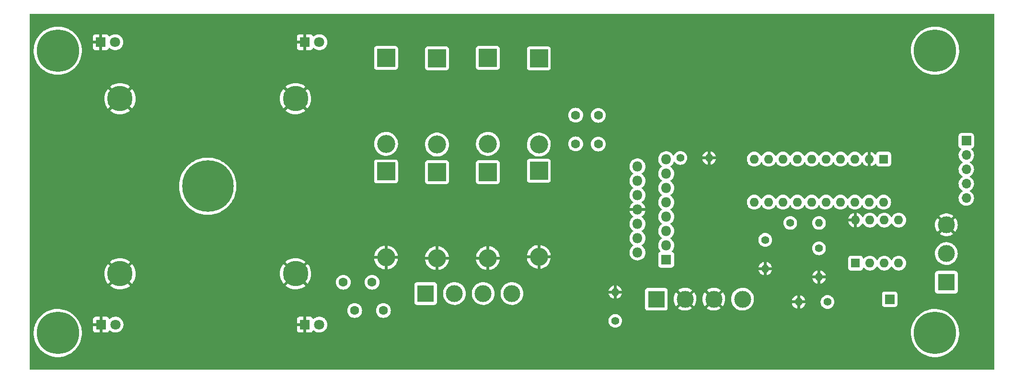
<source format=gbl>
G04 #@! TF.GenerationSoftware,KiCad,Pcbnew,(6.0.11)*
G04 #@! TF.CreationDate,2023-02-08T16:01:18+00:00*
G04 #@! TF.ProjectId,StepperDemoPCB,53746570-7065-4724-9465-6d6f5043422e,rev?*
G04 #@! TF.SameCoordinates,Original*
G04 #@! TF.FileFunction,Copper,L2,Bot*
G04 #@! TF.FilePolarity,Positive*
%FSLAX46Y46*%
G04 Gerber Fmt 4.6, Leading zero omitted, Abs format (unit mm)*
G04 Created by KiCad (PCBNEW (6.0.11)) date 2023-02-08 16:01:18*
%MOMM*%
%LPD*%
G01*
G04 APERTURE LIST*
G04 #@! TA.AperFunction,ComponentPad*
%ADD10C,7.500000*%
G04 #@! TD*
G04 #@! TA.AperFunction,ComponentPad*
%ADD11C,9.100000*%
G04 #@! TD*
G04 #@! TA.AperFunction,ComponentPad*
%ADD12C,4.500000*%
G04 #@! TD*
G04 #@! TA.AperFunction,ComponentPad*
%ADD13C,1.600000*%
G04 #@! TD*
G04 #@! TA.AperFunction,ComponentPad*
%ADD14C,1.400000*%
G04 #@! TD*
G04 #@! TA.AperFunction,ComponentPad*
%ADD15O,1.400000X1.400000*%
G04 #@! TD*
G04 #@! TA.AperFunction,ComponentPad*
%ADD16R,1.800000X1.800000*%
G04 #@! TD*
G04 #@! TA.AperFunction,ComponentPad*
%ADD17C,1.800000*%
G04 #@! TD*
G04 #@! TA.AperFunction,ComponentPad*
%ADD18R,1.700000X1.700000*%
G04 #@! TD*
G04 #@! TA.AperFunction,ComponentPad*
%ADD19O,1.700000X1.700000*%
G04 #@! TD*
G04 #@! TA.AperFunction,ComponentPad*
%ADD20R,3.200000X3.200000*%
G04 #@! TD*
G04 #@! TA.AperFunction,ComponentPad*
%ADD21O,3.200000X3.200000*%
G04 #@! TD*
G04 #@! TA.AperFunction,ComponentPad*
%ADD22R,3.000000X3.000000*%
G04 #@! TD*
G04 #@! TA.AperFunction,ComponentPad*
%ADD23C,3.000000*%
G04 #@! TD*
G04 #@! TA.AperFunction,ComponentPad*
%ADD24R,1.600000X1.600000*%
G04 #@! TD*
G04 #@! TA.AperFunction,ComponentPad*
%ADD25O,1.600000X1.600000*%
G04 #@! TD*
G04 #@! TA.AperFunction,ComponentPad*
%ADD26O,1.800000X1.800000*%
G04 #@! TD*
G04 APERTURE END LIST*
D10*
X40000000Y-94000000D03*
X40000000Y-44000000D03*
X195000000Y-94000000D03*
X195000000Y-44000000D03*
D11*
X66500000Y-68000000D03*
D12*
X51000000Y-52500000D03*
X82000000Y-52500000D03*
X51000000Y-83500000D03*
X82000000Y-83500000D03*
D13*
X97535000Y-90000000D03*
X92455000Y-90000000D03*
D14*
X169420000Y-74500000D03*
D15*
X174500000Y-74500000D03*
D16*
X47655000Y-92500000D03*
D17*
X50195000Y-92500000D03*
D13*
X135500000Y-60535000D03*
X135500000Y-55455000D03*
D18*
X200525000Y-59950000D03*
D19*
X200525000Y-62490000D03*
X200525000Y-65030000D03*
X200525000Y-67570000D03*
X200525000Y-70110000D03*
D18*
X187000000Y-88000000D03*
D13*
X131500000Y-60500000D03*
X131500000Y-55420000D03*
D14*
X175990000Y-88500000D03*
D15*
X170910000Y-88500000D03*
D20*
X98000000Y-65380000D03*
D21*
X98000000Y-80620000D03*
D20*
X125000000Y-65260000D03*
D21*
X125000000Y-80500000D03*
D22*
X105000000Y-87000000D03*
D23*
X110080000Y-87000000D03*
X115160000Y-87000000D03*
X120240000Y-87000000D03*
D16*
X83670000Y-92500000D03*
D17*
X86210000Y-92500000D03*
D20*
X98000000Y-45260000D03*
D21*
X98000000Y-60500000D03*
D22*
X145760000Y-88000000D03*
D23*
X150840000Y-88000000D03*
X155920000Y-88000000D03*
X161000000Y-88000000D03*
D22*
X197000000Y-85000000D03*
D23*
X197000000Y-79920000D03*
X197000000Y-74840000D03*
D20*
X116000000Y-65500000D03*
D21*
X116000000Y-80740000D03*
D20*
X125000000Y-45380000D03*
D21*
X125000000Y-60620000D03*
D20*
X107000000Y-45380000D03*
D21*
X107000000Y-60620000D03*
D14*
X165000000Y-77500000D03*
D15*
X165000000Y-82580000D03*
D16*
X83670000Y-42500000D03*
D17*
X86210000Y-42500000D03*
D14*
X138500000Y-91840000D03*
D15*
X138500000Y-86760000D03*
D14*
X150000000Y-63000000D03*
D15*
X155080000Y-63000000D03*
D24*
X185925000Y-63200000D03*
D25*
X183385000Y-63200000D03*
X180845000Y-63200000D03*
X178305000Y-63200000D03*
X175765000Y-63200000D03*
X173225000Y-63200000D03*
X170685000Y-63200000D03*
X168145000Y-63200000D03*
X165605000Y-63200000D03*
X163065000Y-63200000D03*
X163065000Y-70820000D03*
X165605000Y-70820000D03*
X168145000Y-70820000D03*
X170685000Y-70820000D03*
X173225000Y-70820000D03*
X175765000Y-70820000D03*
X178305000Y-70820000D03*
X180845000Y-70820000D03*
X183385000Y-70820000D03*
X185925000Y-70820000D03*
X180960000Y-74000000D03*
X183500000Y-74000000D03*
X186040000Y-74000000D03*
X188580000Y-74000000D03*
X188580000Y-81620000D03*
X186040000Y-81620000D03*
X183500000Y-81620000D03*
D24*
X180960000Y-81620000D03*
D20*
X107000000Y-65500000D03*
D21*
X107000000Y-80740000D03*
D20*
X116000000Y-45260000D03*
D21*
X116000000Y-60500000D03*
D14*
X174500000Y-79000000D03*
D15*
X174500000Y-84080000D03*
D16*
X47605000Y-42500000D03*
D17*
X50145000Y-42500000D03*
D13*
X90455000Y-85000000D03*
X95535000Y-85000000D03*
D16*
X147500000Y-81000000D03*
D26*
X142420000Y-79730000D03*
X147500000Y-78460000D03*
X142420000Y-77190000D03*
X147500000Y-75920000D03*
X142420000Y-74650000D03*
X147500000Y-73380000D03*
X142420000Y-72110000D03*
X147500000Y-70840000D03*
X142420000Y-69570000D03*
X147500000Y-68300000D03*
X142420000Y-67030000D03*
X147500000Y-65760000D03*
X142420000Y-64490000D03*
X147500000Y-63220000D03*
G04 #@! TA.AperFunction,Conductor*
G36*
X205442121Y-37520002D02*
G01*
X205488614Y-37573658D01*
X205500000Y-37626000D01*
X205500000Y-100374000D01*
X205479998Y-100442121D01*
X205426342Y-100488614D01*
X205374000Y-100500000D01*
X35126000Y-100500000D01*
X35057879Y-100479998D01*
X35011386Y-100426342D01*
X35000000Y-100374000D01*
X35000000Y-93866086D01*
X35738775Y-93866086D01*
X35745084Y-94267697D01*
X35789160Y-94666932D01*
X35870611Y-95060247D01*
X35988716Y-95444151D01*
X36142425Y-95815237D01*
X36330374Y-96170211D01*
X36331999Y-96172685D01*
X36332005Y-96172695D01*
X36543199Y-96494207D01*
X36550894Y-96505922D01*
X36802030Y-96819390D01*
X36804094Y-96821520D01*
X36804102Y-96821529D01*
X37013220Y-97037321D01*
X37081550Y-97107833D01*
X37386976Y-97368691D01*
X37715594Y-97599648D01*
X37891952Y-97700241D01*
X38061913Y-97797185D01*
X38061918Y-97797188D01*
X38064489Y-97798654D01*
X38430564Y-97963943D01*
X38810569Y-98094048D01*
X38813443Y-98094738D01*
X38813450Y-98094740D01*
X39198253Y-98187123D01*
X39198257Y-98187124D01*
X39201132Y-98187814D01*
X39204065Y-98188231D01*
X39204068Y-98188232D01*
X39335313Y-98206911D01*
X39598785Y-98244408D01*
X40000000Y-98263329D01*
X40401215Y-98244408D01*
X40664687Y-98206911D01*
X40795932Y-98188232D01*
X40795935Y-98188231D01*
X40798868Y-98187814D01*
X40801743Y-98187124D01*
X40801747Y-98187123D01*
X41186550Y-98094740D01*
X41186557Y-98094738D01*
X41189431Y-98094048D01*
X41569436Y-97963943D01*
X41935511Y-97798654D01*
X41938082Y-97797188D01*
X41938087Y-97797185D01*
X42108048Y-97700241D01*
X42284406Y-97599648D01*
X42613024Y-97368691D01*
X42918450Y-97107833D01*
X42986780Y-97037321D01*
X43195898Y-96821529D01*
X43195906Y-96821520D01*
X43197970Y-96819390D01*
X43449106Y-96505922D01*
X43456801Y-96494207D01*
X43667995Y-96172695D01*
X43668001Y-96172685D01*
X43669626Y-96170211D01*
X43857575Y-95815237D01*
X44011284Y-95444151D01*
X44129389Y-95060247D01*
X44210840Y-94666932D01*
X44254916Y-94267697D01*
X44254993Y-94265244D01*
X44254994Y-94265231D01*
X44263251Y-94002468D01*
X44263329Y-94000000D01*
X44244408Y-93598785D01*
X44222474Y-93444669D01*
X46247001Y-93444669D01*
X46247371Y-93451490D01*
X46252895Y-93502352D01*
X46256521Y-93517604D01*
X46301676Y-93638054D01*
X46310214Y-93653649D01*
X46386715Y-93755724D01*
X46399276Y-93768285D01*
X46501351Y-93844786D01*
X46516946Y-93853324D01*
X46637394Y-93898478D01*
X46652649Y-93902105D01*
X46703514Y-93907631D01*
X46710328Y-93908000D01*
X47382885Y-93908000D01*
X47398124Y-93903525D01*
X47399329Y-93902135D01*
X47401000Y-93894452D01*
X47401000Y-93889884D01*
X47909000Y-93889884D01*
X47913475Y-93905123D01*
X47914865Y-93906328D01*
X47922548Y-93907999D01*
X48599669Y-93907999D01*
X48606490Y-93907629D01*
X48657352Y-93902105D01*
X48672604Y-93898479D01*
X48793054Y-93853324D01*
X48808649Y-93844786D01*
X48910724Y-93768285D01*
X48923285Y-93755724D01*
X48999786Y-93653649D01*
X49008324Y-93638054D01*
X49029773Y-93580840D01*
X49072415Y-93524075D01*
X49138977Y-93499376D01*
X49208325Y-93514584D01*
X49228240Y-93528126D01*
X49384349Y-93657730D01*
X49584322Y-93774584D01*
X49800694Y-93857209D01*
X49805760Y-93858240D01*
X49805761Y-93858240D01*
X49829806Y-93863132D01*
X50027656Y-93903385D01*
X50158324Y-93908176D01*
X50253949Y-93911683D01*
X50253953Y-93911683D01*
X50259113Y-93911872D01*
X50264233Y-93911216D01*
X50264235Y-93911216D01*
X50363668Y-93898478D01*
X50488847Y-93882442D01*
X50493795Y-93880957D01*
X50493802Y-93880956D01*
X50705747Y-93817369D01*
X50710690Y-93815886D01*
X50791236Y-93776427D01*
X50914049Y-93716262D01*
X50914052Y-93716260D01*
X50918684Y-93713991D01*
X51107243Y-93579494D01*
X51242539Y-93444669D01*
X82262001Y-93444669D01*
X82262371Y-93451490D01*
X82267895Y-93502352D01*
X82271521Y-93517604D01*
X82316676Y-93638054D01*
X82325214Y-93653649D01*
X82401715Y-93755724D01*
X82414276Y-93768285D01*
X82516351Y-93844786D01*
X82531946Y-93853324D01*
X82652394Y-93898478D01*
X82667649Y-93902105D01*
X82718514Y-93907631D01*
X82725328Y-93908000D01*
X83397885Y-93908000D01*
X83413124Y-93903525D01*
X83414329Y-93902135D01*
X83416000Y-93894452D01*
X83416000Y-93889884D01*
X83924000Y-93889884D01*
X83928475Y-93905123D01*
X83929865Y-93906328D01*
X83937548Y-93907999D01*
X84614669Y-93907999D01*
X84621490Y-93907629D01*
X84672352Y-93902105D01*
X84687604Y-93898479D01*
X84808054Y-93853324D01*
X84823649Y-93844786D01*
X84925724Y-93768285D01*
X84938285Y-93755724D01*
X85014786Y-93653649D01*
X85023324Y-93638054D01*
X85044773Y-93580840D01*
X85087415Y-93524075D01*
X85153977Y-93499376D01*
X85223325Y-93514584D01*
X85243240Y-93528126D01*
X85399349Y-93657730D01*
X85599322Y-93774584D01*
X85815694Y-93857209D01*
X85820760Y-93858240D01*
X85820761Y-93858240D01*
X85844806Y-93863132D01*
X86042656Y-93903385D01*
X86173324Y-93908176D01*
X86268949Y-93911683D01*
X86268953Y-93911683D01*
X86274113Y-93911872D01*
X86279233Y-93911216D01*
X86279235Y-93911216D01*
X86378668Y-93898478D01*
X86503847Y-93882442D01*
X86508795Y-93880957D01*
X86508802Y-93880956D01*
X86558366Y-93866086D01*
X190738775Y-93866086D01*
X190745084Y-94267697D01*
X190789160Y-94666932D01*
X190870611Y-95060247D01*
X190988716Y-95444151D01*
X191142425Y-95815237D01*
X191330374Y-96170211D01*
X191331999Y-96172685D01*
X191332005Y-96172695D01*
X191543199Y-96494207D01*
X191550894Y-96505922D01*
X191802030Y-96819390D01*
X191804094Y-96821520D01*
X191804102Y-96821529D01*
X192013220Y-97037321D01*
X192081550Y-97107833D01*
X192386976Y-97368691D01*
X192715594Y-97599648D01*
X192891952Y-97700241D01*
X193061913Y-97797185D01*
X193061918Y-97797188D01*
X193064489Y-97798654D01*
X193430564Y-97963943D01*
X193810569Y-98094048D01*
X193813443Y-98094738D01*
X193813450Y-98094740D01*
X194198253Y-98187123D01*
X194198257Y-98187124D01*
X194201132Y-98187814D01*
X194204065Y-98188231D01*
X194204068Y-98188232D01*
X194335313Y-98206911D01*
X194598785Y-98244408D01*
X195000000Y-98263329D01*
X195401215Y-98244408D01*
X195664687Y-98206911D01*
X195795932Y-98188232D01*
X195795935Y-98188231D01*
X195798868Y-98187814D01*
X195801743Y-98187124D01*
X195801747Y-98187123D01*
X196186550Y-98094740D01*
X196186557Y-98094738D01*
X196189431Y-98094048D01*
X196569436Y-97963943D01*
X196935511Y-97798654D01*
X196938082Y-97797188D01*
X196938087Y-97797185D01*
X197108048Y-97700241D01*
X197284406Y-97599648D01*
X197613024Y-97368691D01*
X197918450Y-97107833D01*
X197986780Y-97037321D01*
X198195898Y-96821529D01*
X198195906Y-96821520D01*
X198197970Y-96819390D01*
X198449106Y-96505922D01*
X198456801Y-96494207D01*
X198667995Y-96172695D01*
X198668001Y-96172685D01*
X198669626Y-96170211D01*
X198857575Y-95815237D01*
X199011284Y-95444151D01*
X199129389Y-95060247D01*
X199210840Y-94666932D01*
X199254916Y-94267697D01*
X199254993Y-94265244D01*
X199254994Y-94265231D01*
X199263251Y-94002468D01*
X199263329Y-94000000D01*
X199244408Y-93598785D01*
X199187814Y-93201132D01*
X199155637Y-93067105D01*
X199094740Y-92813450D01*
X199094738Y-92813443D01*
X199094048Y-92810569D01*
X198963943Y-92430564D01*
X198798654Y-92064489D01*
X198790764Y-92050655D01*
X198601113Y-91718163D01*
X198599648Y-91715594D01*
X198368691Y-91386976D01*
X198347314Y-91361946D01*
X198155638Y-91137523D01*
X198107833Y-91081550D01*
X198006530Y-90983381D01*
X197821529Y-90804102D01*
X197821520Y-90804094D01*
X197819390Y-90802030D01*
X197800740Y-90787088D01*
X197623179Y-90644835D01*
X197505922Y-90550894D01*
X197494207Y-90543199D01*
X197172695Y-90332005D01*
X197172685Y-90331999D01*
X197170211Y-90330374D01*
X196815237Y-90142425D01*
X196444151Y-89988716D01*
X196409481Y-89978050D01*
X196063085Y-89871484D01*
X196063083Y-89871484D01*
X196060247Y-89870611D01*
X196057344Y-89870010D01*
X196057337Y-89870008D01*
X195669851Y-89789764D01*
X195669841Y-89789762D01*
X195666932Y-89789160D01*
X195267697Y-89745084D01*
X195264716Y-89745037D01*
X195264713Y-89745037D01*
X195152454Y-89743274D01*
X194866086Y-89738775D01*
X194863142Y-89739007D01*
X194863132Y-89739007D01*
X194478775Y-89769257D01*
X194465663Y-89770289D01*
X194069984Y-89839346D01*
X194067117Y-89840130D01*
X194067105Y-89840133D01*
X193685423Y-89944549D01*
X193685413Y-89944552D01*
X193682559Y-89945333D01*
X193679795Y-89946377D01*
X193679784Y-89946381D01*
X193309601Y-90086262D01*
X193306828Y-90087310D01*
X192946126Y-90264016D01*
X192943591Y-90265569D01*
X192943590Y-90265570D01*
X192835178Y-90332005D01*
X192603654Y-90473883D01*
X192282452Y-90715049D01*
X191985371Y-90985371D01*
X191715049Y-91282452D01*
X191473883Y-91603654D01*
X191472329Y-91606190D01*
X191336531Y-91827793D01*
X191264016Y-91946126D01*
X191262704Y-91948805D01*
X191262703Y-91948806D01*
X191206031Y-92064489D01*
X191087310Y-92306828D01*
X191086263Y-92309598D01*
X191086262Y-92309601D01*
X190946381Y-92679784D01*
X190946377Y-92679795D01*
X190945333Y-92682559D01*
X190944552Y-92685413D01*
X190944549Y-92685423D01*
X190840133Y-93067105D01*
X190840130Y-93067117D01*
X190839346Y-93069984D01*
X190770289Y-93465663D01*
X190770057Y-93468611D01*
X190739474Y-93857209D01*
X190738775Y-93866086D01*
X86558366Y-93866086D01*
X86720747Y-93817369D01*
X86725690Y-93815886D01*
X86806236Y-93776427D01*
X86929049Y-93716262D01*
X86929052Y-93716260D01*
X86933684Y-93713991D01*
X87122243Y-93579494D01*
X87286303Y-93416005D01*
X87421458Y-93227917D01*
X87498063Y-93072919D01*
X87521784Y-93024922D01*
X87521785Y-93024920D01*
X87524078Y-93020280D01*
X87591408Y-92798671D01*
X87621640Y-92569041D01*
X87623327Y-92500000D01*
X87617032Y-92423434D01*
X87604773Y-92274318D01*
X87604772Y-92274312D01*
X87604349Y-92269167D01*
X87547925Y-92044533D01*
X87506302Y-91948806D01*
X87458992Y-91840000D01*
X137286884Y-91840000D01*
X137305314Y-92050655D01*
X137306738Y-92055968D01*
X137306738Y-92055970D01*
X137357657Y-92246000D01*
X137360044Y-92254910D01*
X137362366Y-92259891D01*
X137362367Y-92259892D01*
X137443257Y-92433360D01*
X137449411Y-92446558D01*
X137570699Y-92619776D01*
X137720224Y-92769301D01*
X137893442Y-92890589D01*
X137898420Y-92892910D01*
X137898423Y-92892912D01*
X138080108Y-92977633D01*
X138085090Y-92979956D01*
X138090398Y-92981378D01*
X138090400Y-92981379D01*
X138284030Y-93033262D01*
X138284032Y-93033262D01*
X138289345Y-93034686D01*
X138500000Y-93053116D01*
X138710655Y-93034686D01*
X138715968Y-93033262D01*
X138715970Y-93033262D01*
X138909600Y-92981379D01*
X138909602Y-92981378D01*
X138914910Y-92979956D01*
X138919892Y-92977633D01*
X139101577Y-92892912D01*
X139101580Y-92892910D01*
X139106558Y-92890589D01*
X139279776Y-92769301D01*
X139429301Y-92619776D01*
X139550589Y-92446558D01*
X139556744Y-92433360D01*
X139637633Y-92259892D01*
X139637634Y-92259891D01*
X139639956Y-92254910D01*
X139642344Y-92246000D01*
X139693262Y-92055970D01*
X139693262Y-92055968D01*
X139694686Y-92050655D01*
X139713116Y-91840000D01*
X139694686Y-91629345D01*
X139674853Y-91555328D01*
X139641379Y-91430400D01*
X139641378Y-91430398D01*
X139639956Y-91425090D01*
X139637633Y-91420108D01*
X139552912Y-91238423D01*
X139552910Y-91238420D01*
X139550589Y-91233442D01*
X139429301Y-91060224D01*
X139279776Y-90910699D01*
X139106558Y-90789411D01*
X139101580Y-90787090D01*
X139101577Y-90787088D01*
X138919892Y-90702367D01*
X138919891Y-90702366D01*
X138914910Y-90700044D01*
X138909602Y-90698622D01*
X138909600Y-90698621D01*
X138715970Y-90646738D01*
X138715968Y-90646738D01*
X138710655Y-90645314D01*
X138500000Y-90626884D01*
X138289345Y-90645314D01*
X138284032Y-90646738D01*
X138284030Y-90646738D01*
X138090400Y-90698621D01*
X138090398Y-90698622D01*
X138085090Y-90700044D01*
X138080109Y-90702366D01*
X138080108Y-90702367D01*
X137898423Y-90787088D01*
X137898420Y-90787090D01*
X137893442Y-90789411D01*
X137720224Y-90910699D01*
X137570699Y-91060224D01*
X137449411Y-91233442D01*
X137447090Y-91238420D01*
X137447088Y-91238423D01*
X137362367Y-91420108D01*
X137360044Y-91425090D01*
X137358622Y-91430398D01*
X137358621Y-91430400D01*
X137325147Y-91555328D01*
X137305314Y-91629345D01*
X137286884Y-91840000D01*
X87458992Y-91840000D01*
X87457630Y-91836868D01*
X87457628Y-91836865D01*
X87455570Y-91832131D01*
X87329764Y-91637665D01*
X87322194Y-91629345D01*
X87248643Y-91548514D01*
X87173887Y-91466358D01*
X87169836Y-91463159D01*
X87169832Y-91463155D01*
X86996177Y-91326011D01*
X86996172Y-91326008D01*
X86992123Y-91322810D01*
X86987607Y-91320317D01*
X86987604Y-91320315D01*
X86793879Y-91213373D01*
X86793875Y-91213371D01*
X86789355Y-91210876D01*
X86784486Y-91209152D01*
X86784482Y-91209150D01*
X86575903Y-91135288D01*
X86575899Y-91135287D01*
X86571028Y-91133562D01*
X86565935Y-91132655D01*
X86565932Y-91132654D01*
X86348095Y-91093851D01*
X86348089Y-91093850D01*
X86343006Y-91092945D01*
X86265644Y-91092000D01*
X86116581Y-91090179D01*
X86116579Y-91090179D01*
X86111411Y-91090116D01*
X85882464Y-91125150D01*
X85662314Y-91197106D01*
X85657726Y-91199494D01*
X85657722Y-91199496D01*
X85461461Y-91301663D01*
X85456872Y-91304052D01*
X85452739Y-91307155D01*
X85452736Y-91307157D01*
X85288592Y-91430400D01*
X85271655Y-91443117D01*
X85268083Y-91446855D01*
X85253787Y-91461815D01*
X85192263Y-91497245D01*
X85121351Y-91493788D01*
X85063564Y-91452543D01*
X85044711Y-91418994D01*
X85023324Y-91361946D01*
X85014786Y-91346351D01*
X84938285Y-91244276D01*
X84925724Y-91231715D01*
X84823649Y-91155214D01*
X84808054Y-91146676D01*
X84687606Y-91101522D01*
X84672351Y-91097895D01*
X84621486Y-91092369D01*
X84614672Y-91092000D01*
X83942115Y-91092000D01*
X83926876Y-91096475D01*
X83925671Y-91097865D01*
X83924000Y-91105548D01*
X83924000Y-93889884D01*
X83416000Y-93889884D01*
X83416000Y-92772115D01*
X83411525Y-92756876D01*
X83410135Y-92755671D01*
X83402452Y-92754000D01*
X82280116Y-92754000D01*
X82264877Y-92758475D01*
X82263672Y-92759865D01*
X82262001Y-92767548D01*
X82262001Y-93444669D01*
X51242539Y-93444669D01*
X51271303Y-93416005D01*
X51406458Y-93227917D01*
X51483063Y-93072919D01*
X51506784Y-93024922D01*
X51506785Y-93024920D01*
X51509078Y-93020280D01*
X51576408Y-92798671D01*
X51606640Y-92569041D01*
X51608327Y-92500000D01*
X51602032Y-92423434D01*
X51589773Y-92274318D01*
X51589772Y-92274312D01*
X51589349Y-92269167D01*
X51578980Y-92227885D01*
X82262000Y-92227885D01*
X82266475Y-92243124D01*
X82267865Y-92244329D01*
X82275548Y-92246000D01*
X83397885Y-92246000D01*
X83413124Y-92241525D01*
X83414329Y-92240135D01*
X83416000Y-92232452D01*
X83416000Y-91110116D01*
X83411525Y-91094877D01*
X83410135Y-91093672D01*
X83402452Y-91092001D01*
X82725331Y-91092001D01*
X82718510Y-91092371D01*
X82667648Y-91097895D01*
X82652396Y-91101521D01*
X82531946Y-91146676D01*
X82516351Y-91155214D01*
X82414276Y-91231715D01*
X82401715Y-91244276D01*
X82325214Y-91346351D01*
X82316676Y-91361946D01*
X82271522Y-91482394D01*
X82267895Y-91497649D01*
X82262369Y-91548514D01*
X82262000Y-91555328D01*
X82262000Y-92227885D01*
X51578980Y-92227885D01*
X51532925Y-92044533D01*
X51491302Y-91948806D01*
X51442630Y-91836868D01*
X51442628Y-91836865D01*
X51440570Y-91832131D01*
X51314764Y-91637665D01*
X51307194Y-91629345D01*
X51233643Y-91548514D01*
X51158887Y-91466358D01*
X51154836Y-91463159D01*
X51154832Y-91463155D01*
X50981177Y-91326011D01*
X50981172Y-91326008D01*
X50977123Y-91322810D01*
X50972607Y-91320317D01*
X50972604Y-91320315D01*
X50778879Y-91213373D01*
X50778875Y-91213371D01*
X50774355Y-91210876D01*
X50769486Y-91209152D01*
X50769482Y-91209150D01*
X50560903Y-91135288D01*
X50560899Y-91135287D01*
X50556028Y-91133562D01*
X50550935Y-91132655D01*
X50550932Y-91132654D01*
X50333095Y-91093851D01*
X50333089Y-91093850D01*
X50328006Y-91092945D01*
X50250644Y-91092000D01*
X50101581Y-91090179D01*
X50101579Y-91090179D01*
X50096411Y-91090116D01*
X49867464Y-91125150D01*
X49647314Y-91197106D01*
X49642726Y-91199494D01*
X49642722Y-91199496D01*
X49446461Y-91301663D01*
X49441872Y-91304052D01*
X49437739Y-91307155D01*
X49437736Y-91307157D01*
X49273592Y-91430400D01*
X49256655Y-91443117D01*
X49253083Y-91446855D01*
X49238787Y-91461815D01*
X49177263Y-91497245D01*
X49106351Y-91493788D01*
X49048564Y-91452543D01*
X49029711Y-91418994D01*
X49008324Y-91361946D01*
X48999786Y-91346351D01*
X48923285Y-91244276D01*
X48910724Y-91231715D01*
X48808649Y-91155214D01*
X48793054Y-91146676D01*
X48672606Y-91101522D01*
X48657351Y-91097895D01*
X48606486Y-91092369D01*
X48599672Y-91092000D01*
X47927115Y-91092000D01*
X47911876Y-91096475D01*
X47910671Y-91097865D01*
X47909000Y-91105548D01*
X47909000Y-93889884D01*
X47401000Y-93889884D01*
X47401000Y-92772115D01*
X47396525Y-92756876D01*
X47395135Y-92755671D01*
X47387452Y-92754000D01*
X46265116Y-92754000D01*
X46249877Y-92758475D01*
X46248672Y-92759865D01*
X46247001Y-92767548D01*
X46247001Y-93444669D01*
X44222474Y-93444669D01*
X44187814Y-93201132D01*
X44155637Y-93067105D01*
X44094740Y-92813450D01*
X44094738Y-92813443D01*
X44094048Y-92810569D01*
X43963943Y-92430564D01*
X43872430Y-92227885D01*
X46247000Y-92227885D01*
X46251475Y-92243124D01*
X46252865Y-92244329D01*
X46260548Y-92246000D01*
X47382885Y-92246000D01*
X47398124Y-92241525D01*
X47399329Y-92240135D01*
X47401000Y-92232452D01*
X47401000Y-91110116D01*
X47396525Y-91094877D01*
X47395135Y-91093672D01*
X47387452Y-91092001D01*
X46710331Y-91092001D01*
X46703510Y-91092371D01*
X46652648Y-91097895D01*
X46637396Y-91101521D01*
X46516946Y-91146676D01*
X46501351Y-91155214D01*
X46399276Y-91231715D01*
X46386715Y-91244276D01*
X46310214Y-91346351D01*
X46301676Y-91361946D01*
X46256522Y-91482394D01*
X46252895Y-91497649D01*
X46247369Y-91548514D01*
X46247000Y-91555328D01*
X46247000Y-92227885D01*
X43872430Y-92227885D01*
X43798654Y-92064489D01*
X43790764Y-92050655D01*
X43601113Y-91718163D01*
X43599648Y-91715594D01*
X43368691Y-91386976D01*
X43347314Y-91361946D01*
X43155638Y-91137523D01*
X43107833Y-91081550D01*
X43006530Y-90983381D01*
X42821529Y-90804102D01*
X42821520Y-90804094D01*
X42819390Y-90802030D01*
X42800740Y-90787088D01*
X42623179Y-90644835D01*
X42505922Y-90550894D01*
X42494207Y-90543199D01*
X42172695Y-90332005D01*
X42172685Y-90331999D01*
X42170211Y-90330374D01*
X41815237Y-90142425D01*
X41471393Y-90000000D01*
X91141502Y-90000000D01*
X91161457Y-90228087D01*
X91162881Y-90233400D01*
X91162881Y-90233402D01*
X91171501Y-90265570D01*
X91220716Y-90449243D01*
X91223039Y-90454224D01*
X91223039Y-90454225D01*
X91315151Y-90651762D01*
X91315154Y-90651767D01*
X91317477Y-90656749D01*
X91390902Y-90761611D01*
X91408742Y-90787088D01*
X91448802Y-90844300D01*
X91610700Y-91006198D01*
X91615208Y-91009355D01*
X91615211Y-91009357D01*
X91682294Y-91056329D01*
X91798251Y-91137523D01*
X91803233Y-91139846D01*
X91803238Y-91139849D01*
X92000775Y-91231961D01*
X92005757Y-91234284D01*
X92011065Y-91235706D01*
X92011067Y-91235707D01*
X92221598Y-91292119D01*
X92221600Y-91292119D01*
X92226913Y-91293543D01*
X92455000Y-91313498D01*
X92683087Y-91293543D01*
X92688400Y-91292119D01*
X92688402Y-91292119D01*
X92898933Y-91235707D01*
X92898935Y-91235706D01*
X92904243Y-91234284D01*
X92909225Y-91231961D01*
X93106762Y-91139849D01*
X93106767Y-91139846D01*
X93111749Y-91137523D01*
X93227706Y-91056329D01*
X93294789Y-91009357D01*
X93294792Y-91009355D01*
X93299300Y-91006198D01*
X93461198Y-90844300D01*
X93501259Y-90787088D01*
X93519098Y-90761611D01*
X93592523Y-90656749D01*
X93594846Y-90651767D01*
X93594849Y-90651762D01*
X93686961Y-90454225D01*
X93686961Y-90454224D01*
X93689284Y-90449243D01*
X93738500Y-90265570D01*
X93747119Y-90233402D01*
X93747119Y-90233400D01*
X93748543Y-90228087D01*
X93768498Y-90000000D01*
X96221502Y-90000000D01*
X96241457Y-90228087D01*
X96242881Y-90233400D01*
X96242881Y-90233402D01*
X96251501Y-90265570D01*
X96300716Y-90449243D01*
X96303039Y-90454224D01*
X96303039Y-90454225D01*
X96395151Y-90651762D01*
X96395154Y-90651767D01*
X96397477Y-90656749D01*
X96470902Y-90761611D01*
X96488742Y-90787088D01*
X96528802Y-90844300D01*
X96690700Y-91006198D01*
X96695208Y-91009355D01*
X96695211Y-91009357D01*
X96762294Y-91056329D01*
X96878251Y-91137523D01*
X96883233Y-91139846D01*
X96883238Y-91139849D01*
X97080775Y-91231961D01*
X97085757Y-91234284D01*
X97091065Y-91235706D01*
X97091067Y-91235707D01*
X97301598Y-91292119D01*
X97301600Y-91292119D01*
X97306913Y-91293543D01*
X97535000Y-91313498D01*
X97763087Y-91293543D01*
X97768400Y-91292119D01*
X97768402Y-91292119D01*
X97978933Y-91235707D01*
X97978935Y-91235706D01*
X97984243Y-91234284D01*
X97989225Y-91231961D01*
X98186762Y-91139849D01*
X98186767Y-91139846D01*
X98191749Y-91137523D01*
X98307706Y-91056329D01*
X98374789Y-91009357D01*
X98374792Y-91009355D01*
X98379300Y-91006198D01*
X98541198Y-90844300D01*
X98581259Y-90787088D01*
X98599098Y-90761611D01*
X98672523Y-90656749D01*
X98674846Y-90651767D01*
X98674849Y-90651762D01*
X98766961Y-90454225D01*
X98766961Y-90454224D01*
X98769284Y-90449243D01*
X98818500Y-90265570D01*
X98827119Y-90233402D01*
X98827119Y-90233400D01*
X98828543Y-90228087D01*
X98848498Y-90000000D01*
X98828543Y-89771913D01*
X98823714Y-89753891D01*
X98770707Y-89556067D01*
X98770706Y-89556065D01*
X98769284Y-89550757D01*
X98768061Y-89548134D01*
X143751500Y-89548134D01*
X143758255Y-89610316D01*
X143809385Y-89746705D01*
X143896739Y-89863261D01*
X144013295Y-89950615D01*
X144149684Y-90001745D01*
X144211866Y-90008500D01*
X147308134Y-90008500D01*
X147370316Y-90001745D01*
X147506705Y-89950615D01*
X147623261Y-89863261D01*
X147710615Y-89746705D01*
X147761745Y-89610316D01*
X147763990Y-89589654D01*
X149615618Y-89589654D01*
X149622673Y-89599627D01*
X149653679Y-89625551D01*
X149660598Y-89630579D01*
X149885272Y-89771515D01*
X149892807Y-89775556D01*
X150134520Y-89884694D01*
X150142551Y-89887680D01*
X150396832Y-89963002D01*
X150405184Y-89964869D01*
X150667340Y-90004984D01*
X150675874Y-90005700D01*
X150941045Y-90009867D01*
X150949596Y-90009418D01*
X151212883Y-89977557D01*
X151221284Y-89975955D01*
X151477824Y-89908653D01*
X151485926Y-89905926D01*
X151730949Y-89804434D01*
X151738617Y-89800628D01*
X151967598Y-89666822D01*
X151974679Y-89662009D01*
X152054655Y-89599301D01*
X152061545Y-89589654D01*
X154695618Y-89589654D01*
X154702673Y-89599627D01*
X154733679Y-89625551D01*
X154740598Y-89630579D01*
X154965272Y-89771515D01*
X154972807Y-89775556D01*
X155214520Y-89884694D01*
X155222551Y-89887680D01*
X155476832Y-89963002D01*
X155485184Y-89964869D01*
X155747340Y-90004984D01*
X155755874Y-90005700D01*
X156021045Y-90009867D01*
X156029596Y-90009418D01*
X156292883Y-89977557D01*
X156301284Y-89975955D01*
X156557824Y-89908653D01*
X156565926Y-89905926D01*
X156810949Y-89804434D01*
X156818617Y-89800628D01*
X157047598Y-89666822D01*
X157054679Y-89662009D01*
X157134655Y-89599301D01*
X157143125Y-89587442D01*
X157136608Y-89575818D01*
X155932812Y-88372022D01*
X155918868Y-88364408D01*
X155917035Y-88364539D01*
X155910420Y-88368790D01*
X154702910Y-89576300D01*
X154695618Y-89589654D01*
X152061545Y-89589654D01*
X152063125Y-89587442D01*
X152056608Y-89575818D01*
X150852812Y-88372022D01*
X150838868Y-88364408D01*
X150837035Y-88364539D01*
X150830420Y-88368790D01*
X149622910Y-89576300D01*
X149615618Y-89589654D01*
X147763990Y-89589654D01*
X147768500Y-89548134D01*
X147768500Y-87983204D01*
X148827665Y-87983204D01*
X148842932Y-88247969D01*
X148844005Y-88256470D01*
X148895065Y-88516722D01*
X148897276Y-88524974D01*
X148983184Y-88775894D01*
X148986499Y-88783779D01*
X149105664Y-89020713D01*
X149110020Y-89028079D01*
X149239347Y-89216250D01*
X149249601Y-89224594D01*
X149263342Y-89217448D01*
X150467978Y-88012812D01*
X150474356Y-88001132D01*
X151204408Y-88001132D01*
X151204539Y-88002965D01*
X151208790Y-88009580D01*
X152415730Y-89216520D01*
X152427939Y-89223187D01*
X152439439Y-89214497D01*
X152536831Y-89081913D01*
X152541418Y-89074685D01*
X152667962Y-88841621D01*
X152671530Y-88833827D01*
X152765271Y-88585750D01*
X152767748Y-88577544D01*
X152826954Y-88319038D01*
X152828294Y-88310577D01*
X152852031Y-88044616D01*
X152852277Y-88039677D01*
X152852666Y-88002485D01*
X152852523Y-87997519D01*
X152851547Y-87983204D01*
X153907665Y-87983204D01*
X153922932Y-88247969D01*
X153924005Y-88256470D01*
X153975065Y-88516722D01*
X153977276Y-88524974D01*
X154063184Y-88775894D01*
X154066499Y-88783779D01*
X154185664Y-89020713D01*
X154190020Y-89028079D01*
X154319347Y-89216250D01*
X154329601Y-89224594D01*
X154343342Y-89217448D01*
X155547978Y-88012812D01*
X155554356Y-88001132D01*
X156284408Y-88001132D01*
X156284539Y-88002965D01*
X156288790Y-88009580D01*
X157495730Y-89216520D01*
X157507939Y-89223187D01*
X157519439Y-89214497D01*
X157616831Y-89081913D01*
X157621418Y-89074685D01*
X157747962Y-88841621D01*
X157751530Y-88833827D01*
X157845271Y-88585750D01*
X157847748Y-88577544D01*
X157906954Y-88319038D01*
X157908294Y-88310577D01*
X157932031Y-88044616D01*
X157932277Y-88039677D01*
X157932666Y-88002485D01*
X157932523Y-87997519D01*
X157931255Y-87978918D01*
X158986917Y-87978918D01*
X159002682Y-88252320D01*
X159003507Y-88256525D01*
X159003508Y-88256533D01*
X159024698Y-88364539D01*
X159055405Y-88521053D01*
X159056792Y-88525103D01*
X159056793Y-88525108D01*
X159142657Y-88775894D01*
X159144112Y-88780144D01*
X159198433Y-88888150D01*
X159259676Y-89009918D01*
X159267160Y-89024799D01*
X159269586Y-89028328D01*
X159269589Y-89028334D01*
X159398741Y-89216250D01*
X159422274Y-89250490D01*
X159425161Y-89253663D01*
X159425162Y-89253664D01*
X159587503Y-89432075D01*
X159606582Y-89453043D01*
X159816675Y-89628707D01*
X159820316Y-89630991D01*
X160045024Y-89771951D01*
X160045028Y-89771953D01*
X160048664Y-89774234D01*
X160116544Y-89804883D01*
X160294345Y-89885164D01*
X160294349Y-89885166D01*
X160298257Y-89886930D01*
X160302377Y-89888150D01*
X160302376Y-89888150D01*
X160556723Y-89963491D01*
X160556727Y-89963492D01*
X160560836Y-89964709D01*
X160565070Y-89965357D01*
X160565075Y-89965358D01*
X160827298Y-90005483D01*
X160827300Y-90005483D01*
X160831540Y-90006132D01*
X160970912Y-90008322D01*
X161101071Y-90010367D01*
X161101077Y-90010367D01*
X161105362Y-90010434D01*
X161377235Y-89977534D01*
X161642127Y-89908041D01*
X161646087Y-89906401D01*
X161646092Y-89906399D01*
X161809207Y-89838834D01*
X161895136Y-89803241D01*
X162080086Y-89695165D01*
X162127879Y-89667237D01*
X162127880Y-89667236D01*
X162131582Y-89665073D01*
X162347089Y-89496094D01*
X162388809Y-89453043D01*
X162480785Y-89358131D01*
X162537669Y-89299431D01*
X162540202Y-89295983D01*
X162540206Y-89295978D01*
X162697257Y-89082178D01*
X162699795Y-89078723D01*
X162701841Y-89074955D01*
X162828418Y-88841830D01*
X162828419Y-88841828D01*
X162830468Y-88838054D01*
X162857498Y-88766522D01*
X169730801Y-88766522D01*
X169769092Y-88909423D01*
X169772842Y-88919727D01*
X169857521Y-89101323D01*
X169862998Y-89110811D01*
X169977925Y-89274942D01*
X169984981Y-89283350D01*
X170126650Y-89425019D01*
X170135058Y-89432075D01*
X170299189Y-89547002D01*
X170308677Y-89552479D01*
X170490273Y-89637158D01*
X170500577Y-89640908D01*
X170638503Y-89677866D01*
X170652599Y-89677530D01*
X170656000Y-89669588D01*
X170656000Y-89664439D01*
X171164000Y-89664439D01*
X171167973Y-89677970D01*
X171176522Y-89679199D01*
X171319423Y-89640908D01*
X171329727Y-89637158D01*
X171511323Y-89552479D01*
X171520811Y-89547002D01*
X171684942Y-89432075D01*
X171693350Y-89425019D01*
X171835019Y-89283350D01*
X171842075Y-89274942D01*
X171957002Y-89110811D01*
X171962479Y-89101323D01*
X172047158Y-88919727D01*
X172050908Y-88909423D01*
X172087866Y-88771497D01*
X172087530Y-88757401D01*
X172079588Y-88754000D01*
X171182115Y-88754000D01*
X171166876Y-88758475D01*
X171165671Y-88759865D01*
X171164000Y-88767548D01*
X171164000Y-89664439D01*
X170656000Y-89664439D01*
X170656000Y-88772115D01*
X170651525Y-88756876D01*
X170650135Y-88755671D01*
X170642452Y-88754000D01*
X169745561Y-88754000D01*
X169732030Y-88757973D01*
X169730801Y-88766522D01*
X162857498Y-88766522D01*
X162896833Y-88662424D01*
X162925751Y-88585895D01*
X162925752Y-88585891D01*
X162927269Y-88581877D01*
X162946021Y-88500000D01*
X174776884Y-88500000D01*
X174795314Y-88710655D01*
X174796738Y-88715968D01*
X174796738Y-88715970D01*
X174842874Y-88888150D01*
X174850044Y-88914910D01*
X174852366Y-88919891D01*
X174852367Y-88919892D01*
X174930896Y-89088297D01*
X174939411Y-89106558D01*
X175060699Y-89279776D01*
X175210224Y-89429301D01*
X175383442Y-89550589D01*
X175388420Y-89552910D01*
X175388423Y-89552912D01*
X175570108Y-89637633D01*
X175575090Y-89639956D01*
X175580398Y-89641378D01*
X175580400Y-89641379D01*
X175774030Y-89693262D01*
X175774032Y-89693262D01*
X175779345Y-89694686D01*
X175990000Y-89713116D01*
X176200655Y-89694686D01*
X176205968Y-89693262D01*
X176205970Y-89693262D01*
X176399600Y-89641379D01*
X176399602Y-89641378D01*
X176404910Y-89639956D01*
X176409892Y-89637633D01*
X176591577Y-89552912D01*
X176591580Y-89552910D01*
X176596558Y-89550589D01*
X176769776Y-89429301D01*
X176919301Y-89279776D01*
X177040589Y-89106558D01*
X177049105Y-89088297D01*
X177127633Y-88919892D01*
X177127634Y-88919891D01*
X177129956Y-88914910D01*
X177134452Y-88898134D01*
X185641500Y-88898134D01*
X185648255Y-88960316D01*
X185699385Y-89096705D01*
X185786739Y-89213261D01*
X185903295Y-89300615D01*
X186039684Y-89351745D01*
X186101866Y-89358500D01*
X187898134Y-89358500D01*
X187960316Y-89351745D01*
X188096705Y-89300615D01*
X188213261Y-89213261D01*
X188300615Y-89096705D01*
X188351745Y-88960316D01*
X188358500Y-88898134D01*
X188358500Y-87101866D01*
X188351745Y-87039684D01*
X188300615Y-86903295D01*
X188213261Y-86786739D01*
X188096705Y-86699385D01*
X187960316Y-86648255D01*
X187898134Y-86641500D01*
X186101866Y-86641500D01*
X186039684Y-86648255D01*
X185903295Y-86699385D01*
X185786739Y-86786739D01*
X185699385Y-86903295D01*
X185648255Y-87039684D01*
X185641500Y-87101866D01*
X185641500Y-88898134D01*
X177134452Y-88898134D01*
X177137127Y-88888150D01*
X177183262Y-88715970D01*
X177183262Y-88715968D01*
X177184686Y-88710655D01*
X177203116Y-88500000D01*
X177184686Y-88289345D01*
X177172301Y-88243124D01*
X177131379Y-88090400D01*
X177131378Y-88090398D01*
X177129956Y-88085090D01*
X177101842Y-88024799D01*
X177042912Y-87898423D01*
X177042910Y-87898420D01*
X177040589Y-87893442D01*
X176919301Y-87720224D01*
X176769776Y-87570699D01*
X176596558Y-87449411D01*
X176591580Y-87447090D01*
X176591577Y-87447088D01*
X176409892Y-87362367D01*
X176409891Y-87362366D01*
X176404910Y-87360044D01*
X176399602Y-87358622D01*
X176399600Y-87358621D01*
X176205970Y-87306738D01*
X176205968Y-87306738D01*
X176200655Y-87305314D01*
X175990000Y-87286884D01*
X175779345Y-87305314D01*
X175774032Y-87306738D01*
X175774030Y-87306738D01*
X175580400Y-87358621D01*
X175580398Y-87358622D01*
X175575090Y-87360044D01*
X175570109Y-87362366D01*
X175570108Y-87362367D01*
X175388423Y-87447088D01*
X175388420Y-87447090D01*
X175383442Y-87449411D01*
X175210224Y-87570699D01*
X175060699Y-87720224D01*
X174939411Y-87893442D01*
X174937090Y-87898420D01*
X174937088Y-87898423D01*
X174878158Y-88024799D01*
X174850044Y-88085090D01*
X174848622Y-88090398D01*
X174848621Y-88090400D01*
X174807699Y-88243124D01*
X174795314Y-88289345D01*
X174776884Y-88500000D01*
X162946021Y-88500000D01*
X162988407Y-88314933D01*
X162994159Y-88250490D01*
X162996121Y-88228503D01*
X169732134Y-88228503D01*
X169732470Y-88242599D01*
X169740412Y-88246000D01*
X170637885Y-88246000D01*
X170653124Y-88241525D01*
X170654329Y-88240135D01*
X170656000Y-88232452D01*
X170656000Y-88227885D01*
X171164000Y-88227885D01*
X171168475Y-88243124D01*
X171169865Y-88244329D01*
X171177548Y-88246000D01*
X172074439Y-88246000D01*
X172087970Y-88242027D01*
X172089199Y-88233478D01*
X172050908Y-88090577D01*
X172047158Y-88080273D01*
X171962479Y-87898677D01*
X171957002Y-87889189D01*
X171842075Y-87725058D01*
X171835019Y-87716650D01*
X171693350Y-87574981D01*
X171684942Y-87567925D01*
X171520811Y-87452998D01*
X171511323Y-87447521D01*
X171329727Y-87362842D01*
X171319423Y-87359092D01*
X171181497Y-87322134D01*
X171167401Y-87322470D01*
X171164000Y-87330412D01*
X171164000Y-88227885D01*
X170656000Y-88227885D01*
X170656000Y-87335561D01*
X170652027Y-87322030D01*
X170643478Y-87320801D01*
X170500577Y-87359092D01*
X170490273Y-87362842D01*
X170308677Y-87447521D01*
X170299189Y-87452998D01*
X170135058Y-87567925D01*
X170126650Y-87574981D01*
X169984981Y-87716650D01*
X169977925Y-87725058D01*
X169862998Y-87889189D01*
X169857521Y-87898677D01*
X169772842Y-88080273D01*
X169769092Y-88090577D01*
X169732134Y-88228503D01*
X162996121Y-88228503D01*
X163012531Y-88044627D01*
X163012532Y-88044616D01*
X163012751Y-88042161D01*
X163013193Y-88000000D01*
X163009048Y-87939199D01*
X162994859Y-87731055D01*
X162994858Y-87731049D01*
X162994567Y-87726778D01*
X162939032Y-87458612D01*
X162847617Y-87200465D01*
X162722013Y-86957112D01*
X162712040Y-86942921D01*
X162574137Y-86746705D01*
X162564545Y-86733057D01*
X162392704Y-86548134D01*
X194991500Y-86548134D01*
X194998255Y-86610316D01*
X195049385Y-86746705D01*
X195136739Y-86863261D01*
X195253295Y-86950615D01*
X195389684Y-87001745D01*
X195451866Y-87008500D01*
X198548134Y-87008500D01*
X198610316Y-87001745D01*
X198746705Y-86950615D01*
X198863261Y-86863261D01*
X198950615Y-86746705D01*
X199001745Y-86610316D01*
X199008500Y-86548134D01*
X199008500Y-83451866D01*
X199001745Y-83389684D01*
X198950615Y-83253295D01*
X198863261Y-83136739D01*
X198746705Y-83049385D01*
X198610316Y-82998255D01*
X198548134Y-82991500D01*
X195451866Y-82991500D01*
X195389684Y-82998255D01*
X195253295Y-83049385D01*
X195136739Y-83136739D01*
X195049385Y-83253295D01*
X194998255Y-83389684D01*
X194991500Y-83451866D01*
X194991500Y-86548134D01*
X162392704Y-86548134D01*
X162378125Y-86532445D01*
X162374810Y-86529731D01*
X162374806Y-86529728D01*
X162213304Y-86397540D01*
X162166205Y-86358990D01*
X161965025Y-86235707D01*
X161936366Y-86218145D01*
X161936365Y-86218145D01*
X161932704Y-86215901D01*
X161928768Y-86214173D01*
X161685873Y-86107549D01*
X161685869Y-86107548D01*
X161681945Y-86105825D01*
X161418566Y-86030800D01*
X161414324Y-86030196D01*
X161414318Y-86030195D01*
X161209387Y-86001029D01*
X161147443Y-85992213D01*
X161003589Y-85991460D01*
X160877877Y-85990802D01*
X160877871Y-85990802D01*
X160873591Y-85990780D01*
X160869347Y-85991339D01*
X160869343Y-85991339D01*
X160795741Y-86001029D01*
X160602078Y-86026525D01*
X160597938Y-86027658D01*
X160597936Y-86027658D01*
X160530037Y-86046233D01*
X160337928Y-86098788D01*
X160333980Y-86100472D01*
X160089982Y-86204546D01*
X160089978Y-86204548D01*
X160086030Y-86206232D01*
X160036781Y-86235707D01*
X159854725Y-86344664D01*
X159854721Y-86344667D01*
X159851043Y-86346868D01*
X159637318Y-86518094D01*
X159448808Y-86716742D01*
X159289002Y-86939136D01*
X159160857Y-87181161D01*
X159159385Y-87185184D01*
X159159383Y-87185188D01*
X159091454Y-87370811D01*
X159066743Y-87438337D01*
X159008404Y-87705907D01*
X158986917Y-87978918D01*
X157931255Y-87978918D01*
X157914362Y-87731123D01*
X157913201Y-87722649D01*
X157859419Y-87462944D01*
X157857120Y-87454709D01*
X157768588Y-87204705D01*
X157765191Y-87196854D01*
X157643550Y-86961178D01*
X157639122Y-86953866D01*
X157520031Y-86784417D01*
X157509509Y-86776037D01*
X157496121Y-86783089D01*
X156292022Y-87987188D01*
X156284408Y-88001132D01*
X155554356Y-88001132D01*
X155555592Y-87998868D01*
X155555461Y-87997035D01*
X155551210Y-87990420D01*
X154343814Y-86783024D01*
X154331804Y-86776466D01*
X154320064Y-86785434D01*
X154211935Y-86935911D01*
X154207418Y-86943196D01*
X154083325Y-87177567D01*
X154079839Y-87185395D01*
X153988700Y-87434446D01*
X153986311Y-87442670D01*
X153929812Y-87701795D01*
X153928563Y-87710250D01*
X153907754Y-87974653D01*
X153907665Y-87983204D01*
X152851547Y-87983204D01*
X152834362Y-87731123D01*
X152833201Y-87722649D01*
X152779419Y-87462944D01*
X152777120Y-87454709D01*
X152688588Y-87204705D01*
X152685191Y-87196854D01*
X152563550Y-86961178D01*
X152559122Y-86953866D01*
X152440031Y-86784417D01*
X152429509Y-86776037D01*
X152416121Y-86783089D01*
X151212022Y-87987188D01*
X151204408Y-88001132D01*
X150474356Y-88001132D01*
X150475592Y-87998868D01*
X150475461Y-87997035D01*
X150471210Y-87990420D01*
X149263814Y-86783024D01*
X149251804Y-86776466D01*
X149240064Y-86785434D01*
X149131935Y-86935911D01*
X149127418Y-86943196D01*
X149003325Y-87177567D01*
X148999839Y-87185395D01*
X148908700Y-87434446D01*
X148906311Y-87442670D01*
X148849812Y-87701795D01*
X148848563Y-87710250D01*
X148827754Y-87974653D01*
X148827665Y-87983204D01*
X147768500Y-87983204D01*
X147768500Y-86451866D01*
X147764224Y-86412500D01*
X149616584Y-86412500D01*
X149622980Y-86423770D01*
X150827188Y-87627978D01*
X150841132Y-87635592D01*
X150842965Y-87635461D01*
X150849580Y-87631210D01*
X152056604Y-86424186D01*
X152062985Y-86412500D01*
X154696584Y-86412500D01*
X154702980Y-86423770D01*
X155907188Y-87627978D01*
X155921132Y-87635592D01*
X155922965Y-87635461D01*
X155929580Y-87631210D01*
X157136604Y-86424186D01*
X157143795Y-86411017D01*
X157136473Y-86400780D01*
X157089233Y-86362115D01*
X157082261Y-86357160D01*
X156856122Y-86218582D01*
X156848552Y-86214624D01*
X156605704Y-86108022D01*
X156597644Y-86105120D01*
X156342592Y-86032467D01*
X156334214Y-86030685D01*
X156071656Y-85993318D01*
X156063111Y-85992691D01*
X155797908Y-85991302D01*
X155789374Y-85991839D01*
X155526433Y-86026456D01*
X155518035Y-86028149D01*
X155262238Y-86098127D01*
X155254143Y-86100946D01*
X155010199Y-86204997D01*
X155002577Y-86208881D01*
X154775013Y-86345075D01*
X154767981Y-86349962D01*
X154705053Y-86400377D01*
X154696584Y-86412500D01*
X152062985Y-86412500D01*
X152063795Y-86411017D01*
X152056473Y-86400780D01*
X152009233Y-86362115D01*
X152002261Y-86357160D01*
X151776122Y-86218582D01*
X151768552Y-86214624D01*
X151525704Y-86108022D01*
X151517644Y-86105120D01*
X151262592Y-86032467D01*
X151254214Y-86030685D01*
X150991656Y-85993318D01*
X150983111Y-85992691D01*
X150717908Y-85991302D01*
X150709374Y-85991839D01*
X150446433Y-86026456D01*
X150438035Y-86028149D01*
X150182238Y-86098127D01*
X150174143Y-86100946D01*
X149930199Y-86204997D01*
X149922577Y-86208881D01*
X149695013Y-86345075D01*
X149687981Y-86349962D01*
X149625053Y-86400377D01*
X149616584Y-86412500D01*
X147764224Y-86412500D01*
X147761745Y-86389684D01*
X147710615Y-86253295D01*
X147623261Y-86136739D01*
X147506705Y-86049385D01*
X147370316Y-85998255D01*
X147308134Y-85991500D01*
X144211866Y-85991500D01*
X144149684Y-85998255D01*
X144013295Y-86049385D01*
X143896739Y-86136739D01*
X143809385Y-86253295D01*
X143758255Y-86389684D01*
X143751500Y-86451866D01*
X143751500Y-89548134D01*
X98768061Y-89548134D01*
X98745031Y-89498745D01*
X98674849Y-89348238D01*
X98674846Y-89348233D01*
X98672523Y-89343251D01*
X98541198Y-89155700D01*
X98379300Y-88993802D01*
X98374792Y-88990645D01*
X98374789Y-88990643D01*
X98259047Y-88909600D01*
X98191749Y-88862477D01*
X98186767Y-88860154D01*
X98186762Y-88860151D01*
X97989225Y-88768039D01*
X97989224Y-88768039D01*
X97984243Y-88765716D01*
X97978935Y-88764294D01*
X97978933Y-88764293D01*
X97768402Y-88707881D01*
X97768400Y-88707881D01*
X97763087Y-88706457D01*
X97535000Y-88686502D01*
X97306913Y-88706457D01*
X97301600Y-88707881D01*
X97301598Y-88707881D01*
X97091067Y-88764293D01*
X97091065Y-88764294D01*
X97085757Y-88765716D01*
X97080776Y-88768039D01*
X97080775Y-88768039D01*
X96883238Y-88860151D01*
X96883233Y-88860154D01*
X96878251Y-88862477D01*
X96810953Y-88909600D01*
X96695211Y-88990643D01*
X96695208Y-88990645D01*
X96690700Y-88993802D01*
X96528802Y-89155700D01*
X96397477Y-89343251D01*
X96395154Y-89348233D01*
X96395151Y-89348238D01*
X96324969Y-89498745D01*
X96300716Y-89550757D01*
X96299294Y-89556065D01*
X96299293Y-89556067D01*
X96246286Y-89753891D01*
X96241457Y-89771913D01*
X96221502Y-90000000D01*
X93768498Y-90000000D01*
X93748543Y-89771913D01*
X93743714Y-89753891D01*
X93690707Y-89556067D01*
X93690706Y-89556065D01*
X93689284Y-89550757D01*
X93665031Y-89498745D01*
X93594849Y-89348238D01*
X93594846Y-89348233D01*
X93592523Y-89343251D01*
X93461198Y-89155700D01*
X93299300Y-88993802D01*
X93294792Y-88990645D01*
X93294789Y-88990643D01*
X93179047Y-88909600D01*
X93111749Y-88862477D01*
X93106767Y-88860154D01*
X93106762Y-88860151D01*
X92909225Y-88768039D01*
X92909224Y-88768039D01*
X92904243Y-88765716D01*
X92898935Y-88764294D01*
X92898933Y-88764293D01*
X92688402Y-88707881D01*
X92688400Y-88707881D01*
X92683087Y-88706457D01*
X92455000Y-88686502D01*
X92226913Y-88706457D01*
X92221600Y-88707881D01*
X92221598Y-88707881D01*
X92011067Y-88764293D01*
X92011065Y-88764294D01*
X92005757Y-88765716D01*
X92000776Y-88768039D01*
X92000775Y-88768039D01*
X91803238Y-88860151D01*
X91803233Y-88860154D01*
X91798251Y-88862477D01*
X91730953Y-88909600D01*
X91615211Y-88990643D01*
X91615208Y-88990645D01*
X91610700Y-88993802D01*
X91448802Y-89155700D01*
X91317477Y-89343251D01*
X91315154Y-89348233D01*
X91315151Y-89348238D01*
X91244969Y-89498745D01*
X91220716Y-89550757D01*
X91219294Y-89556065D01*
X91219293Y-89556067D01*
X91166286Y-89753891D01*
X91161457Y-89771913D01*
X91141502Y-90000000D01*
X41471393Y-90000000D01*
X41444151Y-89988716D01*
X41409481Y-89978050D01*
X41063085Y-89871484D01*
X41063083Y-89871484D01*
X41060247Y-89870611D01*
X41057344Y-89870010D01*
X41057337Y-89870008D01*
X40669851Y-89789764D01*
X40669841Y-89789762D01*
X40666932Y-89789160D01*
X40267697Y-89745084D01*
X40264716Y-89745037D01*
X40264713Y-89745037D01*
X40152454Y-89743274D01*
X39866086Y-89738775D01*
X39863142Y-89739007D01*
X39863132Y-89739007D01*
X39478775Y-89769257D01*
X39465663Y-89770289D01*
X39069984Y-89839346D01*
X39067117Y-89840130D01*
X39067105Y-89840133D01*
X38685423Y-89944549D01*
X38685413Y-89944552D01*
X38682559Y-89945333D01*
X38679795Y-89946377D01*
X38679784Y-89946381D01*
X38309601Y-90086262D01*
X38306828Y-90087310D01*
X37946126Y-90264016D01*
X37943591Y-90265569D01*
X37943590Y-90265570D01*
X37835178Y-90332005D01*
X37603654Y-90473883D01*
X37282452Y-90715049D01*
X36985371Y-90985371D01*
X36715049Y-91282452D01*
X36473883Y-91603654D01*
X36472329Y-91606190D01*
X36336531Y-91827793D01*
X36264016Y-91946126D01*
X36262704Y-91948805D01*
X36262703Y-91948806D01*
X36206031Y-92064489D01*
X36087310Y-92306828D01*
X36086263Y-92309598D01*
X36086262Y-92309601D01*
X35946381Y-92679784D01*
X35946377Y-92679795D01*
X35945333Y-92682559D01*
X35944552Y-92685413D01*
X35944549Y-92685423D01*
X35840133Y-93067105D01*
X35840130Y-93067117D01*
X35839346Y-93069984D01*
X35770289Y-93465663D01*
X35770057Y-93468611D01*
X35739474Y-93857209D01*
X35738775Y-93866086D01*
X35000000Y-93866086D01*
X35000000Y-88548134D01*
X102991500Y-88548134D01*
X102998255Y-88610316D01*
X103049385Y-88746705D01*
X103136739Y-88863261D01*
X103253295Y-88950615D01*
X103389684Y-89001745D01*
X103451866Y-89008500D01*
X106548134Y-89008500D01*
X106610316Y-89001745D01*
X106746705Y-88950615D01*
X106863261Y-88863261D01*
X106950615Y-88746705D01*
X107001745Y-88610316D01*
X107008500Y-88548134D01*
X107008500Y-86978918D01*
X108066917Y-86978918D01*
X108082682Y-87252320D01*
X108083507Y-87256525D01*
X108083508Y-87256533D01*
X108098003Y-87330412D01*
X108135405Y-87521053D01*
X108136792Y-87525103D01*
X108136793Y-87525108D01*
X108207305Y-87731055D01*
X108224112Y-87780144D01*
X108226039Y-87783975D01*
X108339506Y-88009580D01*
X108347160Y-88024799D01*
X108349586Y-88028328D01*
X108349589Y-88028334D01*
X108496851Y-88242599D01*
X108502274Y-88250490D01*
X108505161Y-88253663D01*
X108505162Y-88253664D01*
X108564719Y-88319117D01*
X108686582Y-88453043D01*
X108689877Y-88455798D01*
X108689878Y-88455799D01*
X108772611Y-88524974D01*
X108896675Y-88628707D01*
X108900316Y-88630991D01*
X109125024Y-88771951D01*
X109125028Y-88771953D01*
X109128664Y-88774234D01*
X109196544Y-88804883D01*
X109374345Y-88885164D01*
X109374349Y-88885166D01*
X109378257Y-88886930D01*
X109441393Y-88905632D01*
X109636723Y-88963491D01*
X109636727Y-88963492D01*
X109640836Y-88964709D01*
X109645070Y-88965357D01*
X109645075Y-88965358D01*
X109907298Y-89005483D01*
X109907300Y-89005483D01*
X109911540Y-89006132D01*
X110050912Y-89008322D01*
X110181071Y-89010367D01*
X110181077Y-89010367D01*
X110185362Y-89010434D01*
X110457235Y-88977534D01*
X110722127Y-88908041D01*
X110726087Y-88906401D01*
X110726092Y-88906399D01*
X110881974Y-88841830D01*
X110975136Y-88803241D01*
X111211582Y-88665073D01*
X111427089Y-88496094D01*
X111468809Y-88453043D01*
X111614686Y-88302509D01*
X111617669Y-88299431D01*
X111620202Y-88295983D01*
X111620206Y-88295978D01*
X111777257Y-88082178D01*
X111779795Y-88078723D01*
X111799647Y-88042161D01*
X111908418Y-87841830D01*
X111908419Y-87841828D01*
X111910468Y-87838054D01*
X111986972Y-87635592D01*
X112005751Y-87585895D01*
X112005752Y-87585891D01*
X112007269Y-87581877D01*
X112037608Y-87449411D01*
X112067449Y-87319117D01*
X112067450Y-87319113D01*
X112068407Y-87314933D01*
X112069139Y-87306738D01*
X112092531Y-87044627D01*
X112092531Y-87044625D01*
X112092751Y-87042161D01*
X112093193Y-87000000D01*
X112091756Y-86978918D01*
X113146917Y-86978918D01*
X113162682Y-87252320D01*
X113163507Y-87256525D01*
X113163508Y-87256533D01*
X113178003Y-87330412D01*
X113215405Y-87521053D01*
X113216792Y-87525103D01*
X113216793Y-87525108D01*
X113287305Y-87731055D01*
X113304112Y-87780144D01*
X113306039Y-87783975D01*
X113419506Y-88009580D01*
X113427160Y-88024799D01*
X113429586Y-88028328D01*
X113429589Y-88028334D01*
X113576851Y-88242599D01*
X113582274Y-88250490D01*
X113585161Y-88253663D01*
X113585162Y-88253664D01*
X113644719Y-88319117D01*
X113766582Y-88453043D01*
X113769877Y-88455798D01*
X113769878Y-88455799D01*
X113852611Y-88524974D01*
X113976675Y-88628707D01*
X113980316Y-88630991D01*
X114205024Y-88771951D01*
X114205028Y-88771953D01*
X114208664Y-88774234D01*
X114276544Y-88804883D01*
X114454345Y-88885164D01*
X114454349Y-88885166D01*
X114458257Y-88886930D01*
X114521393Y-88905632D01*
X114716723Y-88963491D01*
X114716727Y-88963492D01*
X114720836Y-88964709D01*
X114725070Y-88965357D01*
X114725075Y-88965358D01*
X114987298Y-89005483D01*
X114987300Y-89005483D01*
X114991540Y-89006132D01*
X115130912Y-89008322D01*
X115261071Y-89010367D01*
X115261077Y-89010367D01*
X115265362Y-89010434D01*
X115537235Y-88977534D01*
X115802127Y-88908041D01*
X115806087Y-88906401D01*
X115806092Y-88906399D01*
X115961974Y-88841830D01*
X116055136Y-88803241D01*
X116291582Y-88665073D01*
X116507089Y-88496094D01*
X116548809Y-88453043D01*
X116694686Y-88302509D01*
X116697669Y-88299431D01*
X116700202Y-88295983D01*
X116700206Y-88295978D01*
X116857257Y-88082178D01*
X116859795Y-88078723D01*
X116879647Y-88042161D01*
X116988418Y-87841830D01*
X116988419Y-87841828D01*
X116990468Y-87838054D01*
X117066972Y-87635592D01*
X117085751Y-87585895D01*
X117085752Y-87585891D01*
X117087269Y-87581877D01*
X117117608Y-87449411D01*
X117147449Y-87319117D01*
X117147450Y-87319113D01*
X117148407Y-87314933D01*
X117149139Y-87306738D01*
X117172531Y-87044627D01*
X117172531Y-87044625D01*
X117172751Y-87042161D01*
X117173193Y-87000000D01*
X117171756Y-86978918D01*
X118226917Y-86978918D01*
X118242682Y-87252320D01*
X118243507Y-87256525D01*
X118243508Y-87256533D01*
X118258003Y-87330412D01*
X118295405Y-87521053D01*
X118296792Y-87525103D01*
X118296793Y-87525108D01*
X118367305Y-87731055D01*
X118384112Y-87780144D01*
X118386039Y-87783975D01*
X118499506Y-88009580D01*
X118507160Y-88024799D01*
X118509586Y-88028328D01*
X118509589Y-88028334D01*
X118656851Y-88242599D01*
X118662274Y-88250490D01*
X118665161Y-88253663D01*
X118665162Y-88253664D01*
X118724719Y-88319117D01*
X118846582Y-88453043D01*
X118849877Y-88455798D01*
X118849878Y-88455799D01*
X118932611Y-88524974D01*
X119056675Y-88628707D01*
X119060316Y-88630991D01*
X119285024Y-88771951D01*
X119285028Y-88771953D01*
X119288664Y-88774234D01*
X119356544Y-88804883D01*
X119534345Y-88885164D01*
X119534349Y-88885166D01*
X119538257Y-88886930D01*
X119601393Y-88905632D01*
X119796723Y-88963491D01*
X119796727Y-88963492D01*
X119800836Y-88964709D01*
X119805070Y-88965357D01*
X119805075Y-88965358D01*
X120067298Y-89005483D01*
X120067300Y-89005483D01*
X120071540Y-89006132D01*
X120210912Y-89008322D01*
X120341071Y-89010367D01*
X120341077Y-89010367D01*
X120345362Y-89010434D01*
X120617235Y-88977534D01*
X120882127Y-88908041D01*
X120886087Y-88906401D01*
X120886092Y-88906399D01*
X121041974Y-88841830D01*
X121135136Y-88803241D01*
X121371582Y-88665073D01*
X121587089Y-88496094D01*
X121628809Y-88453043D01*
X121774686Y-88302509D01*
X121777669Y-88299431D01*
X121780202Y-88295983D01*
X121780206Y-88295978D01*
X121937257Y-88082178D01*
X121939795Y-88078723D01*
X121959647Y-88042161D01*
X122068418Y-87841830D01*
X122068419Y-87841828D01*
X122070468Y-87838054D01*
X122146972Y-87635592D01*
X122165751Y-87585895D01*
X122165752Y-87585891D01*
X122167269Y-87581877D01*
X122197608Y-87449411D01*
X122227449Y-87319117D01*
X122227450Y-87319113D01*
X122228407Y-87314933D01*
X122229139Y-87306738D01*
X122252531Y-87044627D01*
X122252531Y-87044625D01*
X122252751Y-87042161D01*
X122252915Y-87026522D01*
X137320801Y-87026522D01*
X137359092Y-87169423D01*
X137362842Y-87179727D01*
X137447521Y-87361323D01*
X137452998Y-87370811D01*
X137567925Y-87534942D01*
X137574981Y-87543350D01*
X137716650Y-87685019D01*
X137725058Y-87692075D01*
X137889189Y-87807002D01*
X137898677Y-87812479D01*
X138080273Y-87897158D01*
X138090577Y-87900908D01*
X138228503Y-87937866D01*
X138242599Y-87937530D01*
X138246000Y-87929588D01*
X138246000Y-87924439D01*
X138754000Y-87924439D01*
X138757973Y-87937970D01*
X138766522Y-87939199D01*
X138909423Y-87900908D01*
X138919727Y-87897158D01*
X139101323Y-87812479D01*
X139110811Y-87807002D01*
X139274942Y-87692075D01*
X139283350Y-87685019D01*
X139425019Y-87543350D01*
X139432075Y-87534942D01*
X139547002Y-87370811D01*
X139552479Y-87361323D01*
X139637158Y-87179727D01*
X139640908Y-87169423D01*
X139677866Y-87031497D01*
X139677530Y-87017401D01*
X139669588Y-87014000D01*
X138772115Y-87014000D01*
X138756876Y-87018475D01*
X138755671Y-87019865D01*
X138754000Y-87027548D01*
X138754000Y-87924439D01*
X138246000Y-87924439D01*
X138246000Y-87032115D01*
X138241525Y-87016876D01*
X138240135Y-87015671D01*
X138232452Y-87014000D01*
X137335561Y-87014000D01*
X137322030Y-87017973D01*
X137320801Y-87026522D01*
X122252915Y-87026522D01*
X122253193Y-87000000D01*
X122251465Y-86974648D01*
X122234859Y-86731055D01*
X122234858Y-86731049D01*
X122234567Y-86726778D01*
X122228242Y-86696233D01*
X122194322Y-86532445D01*
X122185222Y-86488503D01*
X137322134Y-86488503D01*
X137322470Y-86502599D01*
X137330412Y-86506000D01*
X138227885Y-86506000D01*
X138243124Y-86501525D01*
X138244329Y-86500135D01*
X138246000Y-86492452D01*
X138246000Y-86487885D01*
X138754000Y-86487885D01*
X138758475Y-86503124D01*
X138759865Y-86504329D01*
X138767548Y-86506000D01*
X139664439Y-86506000D01*
X139677970Y-86502027D01*
X139679199Y-86493478D01*
X139640908Y-86350577D01*
X139637158Y-86340273D01*
X139552479Y-86158677D01*
X139547002Y-86149189D01*
X139432075Y-85985058D01*
X139425019Y-85976650D01*
X139283350Y-85834981D01*
X139274942Y-85827925D01*
X139110811Y-85712998D01*
X139101323Y-85707521D01*
X138919727Y-85622842D01*
X138909423Y-85619092D01*
X138771497Y-85582134D01*
X138757401Y-85582470D01*
X138754000Y-85590412D01*
X138754000Y-86487885D01*
X138246000Y-86487885D01*
X138246000Y-85595561D01*
X138242027Y-85582030D01*
X138233478Y-85580801D01*
X138090577Y-85619092D01*
X138080273Y-85622842D01*
X137898677Y-85707521D01*
X137889189Y-85712998D01*
X137725058Y-85827925D01*
X137716650Y-85834981D01*
X137574981Y-85976650D01*
X137567925Y-85985058D01*
X137452998Y-86149189D01*
X137447521Y-86158677D01*
X137362842Y-86340273D01*
X137359092Y-86350577D01*
X137322134Y-86488503D01*
X122185222Y-86488503D01*
X122179032Y-86458612D01*
X122087617Y-86200465D01*
X121962013Y-85957112D01*
X121952040Y-85942921D01*
X121807008Y-85736562D01*
X121804545Y-85733057D01*
X121618125Y-85532445D01*
X121614810Y-85529731D01*
X121614806Y-85529728D01*
X121453304Y-85397540D01*
X121406205Y-85358990D01*
X121230646Y-85251408D01*
X121176366Y-85218145D01*
X121176365Y-85218145D01*
X121172704Y-85215901D01*
X121168768Y-85214173D01*
X120925873Y-85107549D01*
X120925869Y-85107548D01*
X120921945Y-85105825D01*
X120658566Y-85030800D01*
X120654324Y-85030196D01*
X120654318Y-85030195D01*
X120449387Y-85001029D01*
X120387443Y-84992213D01*
X120243589Y-84991460D01*
X120117877Y-84990802D01*
X120117871Y-84990802D01*
X120113591Y-84990780D01*
X120109347Y-84991339D01*
X120109343Y-84991339D01*
X120043557Y-85000000D01*
X119842078Y-85026525D01*
X119837938Y-85027658D01*
X119837936Y-85027658D01*
X119800852Y-85037803D01*
X119577928Y-85098788D01*
X119573980Y-85100472D01*
X119329982Y-85204546D01*
X119329978Y-85204548D01*
X119326030Y-85206232D01*
X119239582Y-85257970D01*
X119094725Y-85344664D01*
X119094721Y-85344667D01*
X119091043Y-85346868D01*
X118877318Y-85518094D01*
X118688808Y-85716742D01*
X118529002Y-85939136D01*
X118400857Y-86181161D01*
X118399385Y-86185184D01*
X118399383Y-86185188D01*
X118308214Y-86434317D01*
X118306743Y-86438337D01*
X118248404Y-86705907D01*
X118242225Y-86784417D01*
X118229145Y-86950615D01*
X118226917Y-86978918D01*
X117171756Y-86978918D01*
X117171465Y-86974648D01*
X117154859Y-86731055D01*
X117154858Y-86731049D01*
X117154567Y-86726778D01*
X117148242Y-86696233D01*
X117114322Y-86532445D01*
X117099032Y-86458612D01*
X117007617Y-86200465D01*
X116882013Y-85957112D01*
X116872040Y-85942921D01*
X116727008Y-85736562D01*
X116724545Y-85733057D01*
X116538125Y-85532445D01*
X116534810Y-85529731D01*
X116534806Y-85529728D01*
X116373304Y-85397540D01*
X116326205Y-85358990D01*
X116150646Y-85251408D01*
X116096366Y-85218145D01*
X116096365Y-85218145D01*
X116092704Y-85215901D01*
X116088768Y-85214173D01*
X115845873Y-85107549D01*
X115845869Y-85107548D01*
X115841945Y-85105825D01*
X115578566Y-85030800D01*
X115574324Y-85030196D01*
X115574318Y-85030195D01*
X115369387Y-85001029D01*
X115307443Y-84992213D01*
X115163589Y-84991460D01*
X115037877Y-84990802D01*
X115037871Y-84990802D01*
X115033591Y-84990780D01*
X115029347Y-84991339D01*
X115029343Y-84991339D01*
X114963557Y-85000000D01*
X114762078Y-85026525D01*
X114757938Y-85027658D01*
X114757936Y-85027658D01*
X114720852Y-85037803D01*
X114497928Y-85098788D01*
X114493980Y-85100472D01*
X114249982Y-85204546D01*
X114249978Y-85204548D01*
X114246030Y-85206232D01*
X114159582Y-85257970D01*
X114014725Y-85344664D01*
X114014721Y-85344667D01*
X114011043Y-85346868D01*
X113797318Y-85518094D01*
X113608808Y-85716742D01*
X113449002Y-85939136D01*
X113320857Y-86181161D01*
X113319385Y-86185184D01*
X113319383Y-86185188D01*
X113228214Y-86434317D01*
X113226743Y-86438337D01*
X113168404Y-86705907D01*
X113162225Y-86784417D01*
X113149145Y-86950615D01*
X113146917Y-86978918D01*
X112091756Y-86978918D01*
X112091465Y-86974648D01*
X112074859Y-86731055D01*
X112074858Y-86731049D01*
X112074567Y-86726778D01*
X112068242Y-86696233D01*
X112034322Y-86532445D01*
X112019032Y-86458612D01*
X111927617Y-86200465D01*
X111802013Y-85957112D01*
X111792040Y-85942921D01*
X111647008Y-85736562D01*
X111644545Y-85733057D01*
X111458125Y-85532445D01*
X111454810Y-85529731D01*
X111454806Y-85529728D01*
X111293304Y-85397540D01*
X111246205Y-85358990D01*
X111070646Y-85251408D01*
X111016366Y-85218145D01*
X111016365Y-85218145D01*
X111012704Y-85215901D01*
X111008768Y-85214173D01*
X110765873Y-85107549D01*
X110765869Y-85107548D01*
X110761945Y-85105825D01*
X110498566Y-85030800D01*
X110494324Y-85030196D01*
X110494318Y-85030195D01*
X110289387Y-85001029D01*
X110227443Y-84992213D01*
X110083589Y-84991460D01*
X109957877Y-84990802D01*
X109957871Y-84990802D01*
X109953591Y-84990780D01*
X109949347Y-84991339D01*
X109949343Y-84991339D01*
X109883557Y-85000000D01*
X109682078Y-85026525D01*
X109677938Y-85027658D01*
X109677936Y-85027658D01*
X109640852Y-85037803D01*
X109417928Y-85098788D01*
X109413980Y-85100472D01*
X109169982Y-85204546D01*
X109169978Y-85204548D01*
X109166030Y-85206232D01*
X109079582Y-85257970D01*
X108934725Y-85344664D01*
X108934721Y-85344667D01*
X108931043Y-85346868D01*
X108717318Y-85518094D01*
X108528808Y-85716742D01*
X108369002Y-85939136D01*
X108240857Y-86181161D01*
X108239385Y-86185184D01*
X108239383Y-86185188D01*
X108148214Y-86434317D01*
X108146743Y-86438337D01*
X108088404Y-86705907D01*
X108082225Y-86784417D01*
X108069145Y-86950615D01*
X108066917Y-86978918D01*
X107008500Y-86978918D01*
X107008500Y-85451866D01*
X107001745Y-85389684D01*
X106950615Y-85253295D01*
X106863261Y-85136739D01*
X106746705Y-85049385D01*
X106610316Y-84998255D01*
X106548134Y-84991500D01*
X103451866Y-84991500D01*
X103389684Y-84998255D01*
X103253295Y-85049385D01*
X103136739Y-85136739D01*
X103049385Y-85253295D01*
X102998255Y-85389684D01*
X102991500Y-85451866D01*
X102991500Y-88548134D01*
X35000000Y-88548134D01*
X35000000Y-85621982D01*
X49243142Y-85621982D01*
X49250668Y-85632415D01*
X49396463Y-85749848D01*
X49402648Y-85754244D01*
X49678363Y-85926195D01*
X49685034Y-85929817D01*
X49979414Y-86067402D01*
X49986468Y-86070195D01*
X50295257Y-86171420D01*
X50302570Y-86173339D01*
X50621298Y-86236738D01*
X50628789Y-86237764D01*
X50952823Y-86262413D01*
X50960386Y-86262531D01*
X51285021Y-86248074D01*
X51292562Y-86247282D01*
X51613115Y-86193926D01*
X51620479Y-86192240D01*
X51932315Y-86100757D01*
X51939424Y-86098198D01*
X52238003Y-85969919D01*
X52244770Y-85966515D01*
X52525764Y-85803301D01*
X52532071Y-85799111D01*
X52750005Y-85634588D01*
X52758461Y-85623197D01*
X52757794Y-85621982D01*
X80243142Y-85621982D01*
X80250668Y-85632415D01*
X80396463Y-85749848D01*
X80402648Y-85754244D01*
X80678363Y-85926195D01*
X80685034Y-85929817D01*
X80979414Y-86067402D01*
X80986468Y-86070195D01*
X81295257Y-86171420D01*
X81302570Y-86173339D01*
X81621298Y-86236738D01*
X81628789Y-86237764D01*
X81952823Y-86262413D01*
X81960386Y-86262531D01*
X82285021Y-86248074D01*
X82292562Y-86247282D01*
X82613115Y-86193926D01*
X82620479Y-86192240D01*
X82932315Y-86100757D01*
X82939424Y-86098198D01*
X83238003Y-85969919D01*
X83244770Y-85966515D01*
X83525764Y-85803301D01*
X83532071Y-85799111D01*
X83750005Y-85634588D01*
X83758461Y-85623197D01*
X83751743Y-85610953D01*
X82012812Y-83872022D01*
X81998868Y-83864408D01*
X81997035Y-83864539D01*
X81990420Y-83868790D01*
X80250257Y-85608953D01*
X80243142Y-85621982D01*
X52757794Y-85621982D01*
X52751743Y-85610953D01*
X51012812Y-83872022D01*
X50998868Y-83864408D01*
X50997035Y-83864539D01*
X50990420Y-83868790D01*
X49250257Y-85608953D01*
X49243142Y-85621982D01*
X35000000Y-85621982D01*
X35000000Y-83474858D01*
X48237299Y-83474858D01*
X48253456Y-83799410D01*
X48254287Y-83806939D01*
X48309318Y-84127198D01*
X48311051Y-84134585D01*
X48404156Y-84445909D01*
X48406759Y-84453022D01*
X48536595Y-84750913D01*
X48540037Y-84757669D01*
X48704720Y-85037803D01*
X48708943Y-85044088D01*
X48865792Y-85249608D01*
X48877316Y-85258069D01*
X48889382Y-85251408D01*
X50627978Y-83512812D01*
X50634356Y-83501132D01*
X51364408Y-83501132D01*
X51364539Y-83502965D01*
X51368790Y-83509580D01*
X53108825Y-85249615D01*
X53121948Y-85256781D01*
X53132250Y-85249391D01*
X53241429Y-85115285D01*
X53245842Y-85109144D01*
X53419248Y-84834312D01*
X53422895Y-84827677D01*
X53562025Y-84534011D01*
X53564850Y-84526984D01*
X53667696Y-84218715D01*
X53669650Y-84211424D01*
X53734716Y-83893033D01*
X53735784Y-83885529D01*
X53762253Y-83560100D01*
X53762458Y-83555625D01*
X53763018Y-83502221D01*
X53762908Y-83497789D01*
X53761526Y-83474858D01*
X79237299Y-83474858D01*
X79253456Y-83799410D01*
X79254287Y-83806939D01*
X79309318Y-84127198D01*
X79311051Y-84134585D01*
X79404156Y-84445909D01*
X79406759Y-84453022D01*
X79536595Y-84750913D01*
X79540037Y-84757669D01*
X79704720Y-85037803D01*
X79708943Y-85044088D01*
X79865792Y-85249608D01*
X79877316Y-85258069D01*
X79889382Y-85251408D01*
X81627978Y-83512812D01*
X81634356Y-83501132D01*
X82364408Y-83501132D01*
X82364539Y-83502965D01*
X82368790Y-83509580D01*
X84108825Y-85249615D01*
X84121948Y-85256781D01*
X84132250Y-85249391D01*
X84241429Y-85115285D01*
X84245842Y-85109144D01*
X84314707Y-85000000D01*
X89141502Y-85000000D01*
X89161457Y-85228087D01*
X89162881Y-85233400D01*
X89162881Y-85233402D01*
X89202775Y-85382285D01*
X89220716Y-85449243D01*
X89223039Y-85454224D01*
X89223039Y-85454225D01*
X89315151Y-85651762D01*
X89315154Y-85651767D01*
X89317477Y-85656749D01*
X89368709Y-85729916D01*
X89442277Y-85834981D01*
X89448802Y-85844300D01*
X89610700Y-86006198D01*
X89615208Y-86009355D01*
X89615211Y-86009357D01*
X89638930Y-86025965D01*
X89798251Y-86137523D01*
X89803233Y-86139846D01*
X89803238Y-86139849D01*
X90000775Y-86231961D01*
X90005757Y-86234284D01*
X90011065Y-86235706D01*
X90011067Y-86235707D01*
X90221598Y-86292119D01*
X90221600Y-86292119D01*
X90226913Y-86293543D01*
X90455000Y-86313498D01*
X90683087Y-86293543D01*
X90688400Y-86292119D01*
X90688402Y-86292119D01*
X90898933Y-86235707D01*
X90898935Y-86235706D01*
X90904243Y-86234284D01*
X90909225Y-86231961D01*
X91106762Y-86139849D01*
X91106767Y-86139846D01*
X91111749Y-86137523D01*
X91271070Y-86025965D01*
X91294789Y-86009357D01*
X91294792Y-86009355D01*
X91299300Y-86006198D01*
X91461198Y-85844300D01*
X91467724Y-85834981D01*
X91541291Y-85729916D01*
X91592523Y-85656749D01*
X91594846Y-85651767D01*
X91594849Y-85651762D01*
X91686961Y-85454225D01*
X91686961Y-85454224D01*
X91689284Y-85449243D01*
X91707226Y-85382285D01*
X91747119Y-85233402D01*
X91747119Y-85233400D01*
X91748543Y-85228087D01*
X91768498Y-85000000D01*
X94221502Y-85000000D01*
X94241457Y-85228087D01*
X94242881Y-85233400D01*
X94242881Y-85233402D01*
X94282775Y-85382285D01*
X94300716Y-85449243D01*
X94303039Y-85454224D01*
X94303039Y-85454225D01*
X94395151Y-85651762D01*
X94395154Y-85651767D01*
X94397477Y-85656749D01*
X94448709Y-85729916D01*
X94522277Y-85834981D01*
X94528802Y-85844300D01*
X94690700Y-86006198D01*
X94695208Y-86009355D01*
X94695211Y-86009357D01*
X94718930Y-86025965D01*
X94878251Y-86137523D01*
X94883233Y-86139846D01*
X94883238Y-86139849D01*
X95080775Y-86231961D01*
X95085757Y-86234284D01*
X95091065Y-86235706D01*
X95091067Y-86235707D01*
X95301598Y-86292119D01*
X95301600Y-86292119D01*
X95306913Y-86293543D01*
X95535000Y-86313498D01*
X95763087Y-86293543D01*
X95768400Y-86292119D01*
X95768402Y-86292119D01*
X95978933Y-86235707D01*
X95978935Y-86235706D01*
X95984243Y-86234284D01*
X95989225Y-86231961D01*
X96186762Y-86139849D01*
X96186767Y-86139846D01*
X96191749Y-86137523D01*
X96351070Y-86025965D01*
X96374789Y-86009357D01*
X96374792Y-86009355D01*
X96379300Y-86006198D01*
X96541198Y-85844300D01*
X96547724Y-85834981D01*
X96621291Y-85729916D01*
X96672523Y-85656749D01*
X96674846Y-85651767D01*
X96674849Y-85651762D01*
X96766961Y-85454225D01*
X96766961Y-85454224D01*
X96769284Y-85449243D01*
X96787226Y-85382285D01*
X96827119Y-85233402D01*
X96827119Y-85233400D01*
X96828543Y-85228087D01*
X96848498Y-85000000D01*
X96828543Y-84771913D01*
X96769284Y-84550757D01*
X96758199Y-84526984D01*
X96674849Y-84348238D01*
X96674846Y-84348233D01*
X96674048Y-84346522D01*
X173320801Y-84346522D01*
X173359092Y-84489423D01*
X173362842Y-84499727D01*
X173447521Y-84681323D01*
X173452998Y-84690811D01*
X173567925Y-84854942D01*
X173574981Y-84863350D01*
X173716650Y-85005019D01*
X173725058Y-85012075D01*
X173889189Y-85127002D01*
X173898677Y-85132479D01*
X174080273Y-85217158D01*
X174090577Y-85220908D01*
X174228503Y-85257866D01*
X174242599Y-85257530D01*
X174246000Y-85249588D01*
X174246000Y-85244439D01*
X174754000Y-85244439D01*
X174757973Y-85257970D01*
X174766522Y-85259199D01*
X174909423Y-85220908D01*
X174919727Y-85217158D01*
X175101323Y-85132479D01*
X175110811Y-85127002D01*
X175274942Y-85012075D01*
X175283350Y-85005019D01*
X175425019Y-84863350D01*
X175432075Y-84854942D01*
X175547002Y-84690811D01*
X175552479Y-84681323D01*
X175637158Y-84499727D01*
X175640908Y-84489423D01*
X175677866Y-84351497D01*
X175677530Y-84337401D01*
X175669588Y-84334000D01*
X174772115Y-84334000D01*
X174756876Y-84338475D01*
X174755671Y-84339865D01*
X174754000Y-84347548D01*
X174754000Y-85244439D01*
X174246000Y-85244439D01*
X174246000Y-84352115D01*
X174241525Y-84336876D01*
X174240135Y-84335671D01*
X174232452Y-84334000D01*
X173335561Y-84334000D01*
X173322030Y-84337973D01*
X173320801Y-84346522D01*
X96674048Y-84346522D01*
X96672523Y-84343251D01*
X96585322Y-84218715D01*
X96544357Y-84160211D01*
X96544355Y-84160208D01*
X96541198Y-84155700D01*
X96379300Y-83993802D01*
X96374792Y-83990645D01*
X96374789Y-83990643D01*
X96235387Y-83893033D01*
X96191749Y-83862477D01*
X96186767Y-83860154D01*
X96186762Y-83860151D01*
X96076001Y-83808503D01*
X173322134Y-83808503D01*
X173322470Y-83822599D01*
X173330412Y-83826000D01*
X174227885Y-83826000D01*
X174243124Y-83821525D01*
X174244329Y-83820135D01*
X174246000Y-83812452D01*
X174246000Y-83807885D01*
X174754000Y-83807885D01*
X174758475Y-83823124D01*
X174759865Y-83824329D01*
X174767548Y-83826000D01*
X175664439Y-83826000D01*
X175677970Y-83822027D01*
X175679199Y-83813478D01*
X175640908Y-83670577D01*
X175637158Y-83660273D01*
X175552479Y-83478677D01*
X175547002Y-83469189D01*
X175432075Y-83305058D01*
X175425019Y-83296650D01*
X175283350Y-83154981D01*
X175274942Y-83147925D01*
X175110811Y-83032998D01*
X175101323Y-83027521D01*
X174919727Y-82942842D01*
X174909423Y-82939092D01*
X174771497Y-82902134D01*
X174757401Y-82902470D01*
X174754000Y-82910412D01*
X174754000Y-83807885D01*
X174246000Y-83807885D01*
X174246000Y-82915561D01*
X174242027Y-82902030D01*
X174233478Y-82900801D01*
X174090577Y-82939092D01*
X174080273Y-82942842D01*
X173898677Y-83027521D01*
X173889189Y-83032998D01*
X173725058Y-83147925D01*
X173716650Y-83154981D01*
X173574981Y-83296650D01*
X173567925Y-83305058D01*
X173452998Y-83469189D01*
X173447521Y-83478677D01*
X173362842Y-83660273D01*
X173359092Y-83670577D01*
X173322134Y-83808503D01*
X96076001Y-83808503D01*
X95989225Y-83768039D01*
X95989224Y-83768039D01*
X95984243Y-83765716D01*
X95978935Y-83764294D01*
X95978933Y-83764293D01*
X95768402Y-83707881D01*
X95768400Y-83707881D01*
X95763087Y-83706457D01*
X95535000Y-83686502D01*
X95306913Y-83706457D01*
X95301600Y-83707881D01*
X95301598Y-83707881D01*
X95091067Y-83764293D01*
X95091065Y-83764294D01*
X95085757Y-83765716D01*
X95080776Y-83768039D01*
X95080775Y-83768039D01*
X94883238Y-83860151D01*
X94883233Y-83860154D01*
X94878251Y-83862477D01*
X94834613Y-83893033D01*
X94695211Y-83990643D01*
X94695208Y-83990645D01*
X94690700Y-83993802D01*
X94528802Y-84155700D01*
X94525645Y-84160208D01*
X94525643Y-84160211D01*
X94484678Y-84218715D01*
X94397477Y-84343251D01*
X94395154Y-84348233D01*
X94395151Y-84348238D01*
X94311801Y-84526984D01*
X94300716Y-84550757D01*
X94241457Y-84771913D01*
X94221502Y-85000000D01*
X91768498Y-85000000D01*
X91748543Y-84771913D01*
X91689284Y-84550757D01*
X91678199Y-84526984D01*
X91594849Y-84348238D01*
X91594846Y-84348233D01*
X91592523Y-84343251D01*
X91505322Y-84218715D01*
X91464357Y-84160211D01*
X91464355Y-84160208D01*
X91461198Y-84155700D01*
X91299300Y-83993802D01*
X91294792Y-83990645D01*
X91294789Y-83990643D01*
X91155387Y-83893033D01*
X91111749Y-83862477D01*
X91106767Y-83860154D01*
X91106762Y-83860151D01*
X90909225Y-83768039D01*
X90909224Y-83768039D01*
X90904243Y-83765716D01*
X90898935Y-83764294D01*
X90898933Y-83764293D01*
X90688402Y-83707881D01*
X90688400Y-83707881D01*
X90683087Y-83706457D01*
X90455000Y-83686502D01*
X90226913Y-83706457D01*
X90221600Y-83707881D01*
X90221598Y-83707881D01*
X90011067Y-83764293D01*
X90011065Y-83764294D01*
X90005757Y-83765716D01*
X90000776Y-83768039D01*
X90000775Y-83768039D01*
X89803238Y-83860151D01*
X89803233Y-83860154D01*
X89798251Y-83862477D01*
X89754613Y-83893033D01*
X89615211Y-83990643D01*
X89615208Y-83990645D01*
X89610700Y-83993802D01*
X89448802Y-84155700D01*
X89445645Y-84160208D01*
X89445643Y-84160211D01*
X89404678Y-84218715D01*
X89317477Y-84343251D01*
X89315154Y-84348233D01*
X89315151Y-84348238D01*
X89231801Y-84526984D01*
X89220716Y-84550757D01*
X89161457Y-84771913D01*
X89141502Y-85000000D01*
X84314707Y-85000000D01*
X84419248Y-84834312D01*
X84422895Y-84827677D01*
X84562025Y-84534011D01*
X84564850Y-84526984D01*
X84667696Y-84218715D01*
X84669650Y-84211424D01*
X84734716Y-83893033D01*
X84735784Y-83885529D01*
X84762253Y-83560100D01*
X84762458Y-83555625D01*
X84763018Y-83502221D01*
X84762908Y-83497789D01*
X84743257Y-83171835D01*
X84742349Y-83164333D01*
X84684307Y-82846522D01*
X163820801Y-82846522D01*
X163859092Y-82989423D01*
X163862842Y-82999727D01*
X163947521Y-83181323D01*
X163952998Y-83190811D01*
X164067925Y-83354942D01*
X164074981Y-83363350D01*
X164216650Y-83505019D01*
X164225058Y-83512075D01*
X164389189Y-83627002D01*
X164398677Y-83632479D01*
X164580273Y-83717158D01*
X164590577Y-83720908D01*
X164728503Y-83757866D01*
X164742599Y-83757530D01*
X164746000Y-83749588D01*
X164746000Y-83744439D01*
X165254000Y-83744439D01*
X165257973Y-83757970D01*
X165266522Y-83759199D01*
X165409423Y-83720908D01*
X165419727Y-83717158D01*
X165601323Y-83632479D01*
X165610811Y-83627002D01*
X165774942Y-83512075D01*
X165783350Y-83505019D01*
X165925019Y-83363350D01*
X165932075Y-83354942D01*
X166047002Y-83190811D01*
X166052479Y-83181323D01*
X166137158Y-82999727D01*
X166140908Y-82989423D01*
X166177866Y-82851497D01*
X166177530Y-82837401D01*
X166169588Y-82834000D01*
X165272115Y-82834000D01*
X165256876Y-82838475D01*
X165255671Y-82839865D01*
X165254000Y-82847548D01*
X165254000Y-83744439D01*
X164746000Y-83744439D01*
X164746000Y-82852115D01*
X164741525Y-82836876D01*
X164740135Y-82835671D01*
X164732452Y-82834000D01*
X163835561Y-82834000D01*
X163822030Y-82837973D01*
X163820801Y-82846522D01*
X84684307Y-82846522D01*
X84683967Y-82844663D01*
X84682154Y-82837284D01*
X84585797Y-82526966D01*
X84583116Y-82519869D01*
X84450172Y-82223363D01*
X84446655Y-82216636D01*
X84279054Y-81938252D01*
X84274757Y-81931999D01*
X84133617Y-81751022D01*
X84121823Y-81742551D01*
X84110113Y-81749097D01*
X82372022Y-83487188D01*
X82364408Y-83501132D01*
X81634356Y-83501132D01*
X81635592Y-83498868D01*
X81635461Y-83497035D01*
X81631210Y-83490420D01*
X79890864Y-81750074D01*
X79877929Y-81743011D01*
X79867367Y-81750671D01*
X79741785Y-81908268D01*
X79737428Y-81914467D01*
X79566913Y-82191094D01*
X79563333Y-82197770D01*
X79427287Y-82492878D01*
X79424537Y-82499929D01*
X79324927Y-82809251D01*
X79323044Y-82816584D01*
X79261316Y-83135632D01*
X79260329Y-83143132D01*
X79237378Y-83467277D01*
X79237299Y-83474858D01*
X53761526Y-83474858D01*
X53743257Y-83171835D01*
X53742349Y-83164333D01*
X53683967Y-82844663D01*
X53682154Y-82837284D01*
X53585797Y-82526966D01*
X53583116Y-82519869D01*
X53450172Y-82223363D01*
X53446655Y-82216636D01*
X53279054Y-81938252D01*
X53274757Y-81931999D01*
X53133617Y-81751022D01*
X53121823Y-81742551D01*
X53110113Y-81749097D01*
X51372022Y-83487188D01*
X51364408Y-83501132D01*
X50634356Y-83501132D01*
X50635592Y-83498868D01*
X50635461Y-83497035D01*
X50631210Y-83490420D01*
X48890864Y-81750074D01*
X48877929Y-81743011D01*
X48867367Y-81750671D01*
X48741785Y-81908268D01*
X48737428Y-81914467D01*
X48566913Y-82191094D01*
X48563333Y-82197770D01*
X48427287Y-82492878D01*
X48424537Y-82499929D01*
X48324927Y-82809251D01*
X48323044Y-82816584D01*
X48261316Y-83135632D01*
X48260329Y-83143132D01*
X48237378Y-83467277D01*
X48237299Y-83474858D01*
X35000000Y-83474858D01*
X35000000Y-81377773D01*
X49242267Y-81377773D01*
X49248871Y-81389661D01*
X50987188Y-83127978D01*
X51001132Y-83135592D01*
X51002965Y-83135461D01*
X51009580Y-83131210D01*
X52750162Y-81390628D01*
X52757174Y-81377787D01*
X52757164Y-81377773D01*
X80242267Y-81377773D01*
X80248871Y-81389661D01*
X81987188Y-83127978D01*
X82001132Y-83135592D01*
X82002965Y-83135461D01*
X82009580Y-83131210D01*
X83750162Y-81390628D01*
X83757174Y-81377787D01*
X83749379Y-81367098D01*
X83579886Y-81233481D01*
X83573663Y-81229156D01*
X83296140Y-81060088D01*
X83289465Y-81056553D01*
X82993637Y-80922049D01*
X82986567Y-80919335D01*
X82885681Y-80887429D01*
X95904359Y-80887429D01*
X95904562Y-80889034D01*
X95958246Y-81162664D01*
X95960457Y-81170916D01*
X96050782Y-81434736D01*
X96054097Y-81442621D01*
X96179389Y-81691736D01*
X96183745Y-81699102D01*
X96341687Y-81928907D01*
X96346995Y-81935605D01*
X96534670Y-82141858D01*
X96540841Y-82147775D01*
X96754761Y-82326641D01*
X96761693Y-82331676D01*
X96997895Y-82479846D01*
X97005446Y-82483895D01*
X97259581Y-82598640D01*
X97267612Y-82601627D01*
X97534967Y-82680822D01*
X97543318Y-82682689D01*
X97728090Y-82710962D01*
X97741877Y-82709107D01*
X97746000Y-82695298D01*
X97746000Y-82694560D01*
X98254000Y-82694560D01*
X98258105Y-82708542D01*
X98271271Y-82710585D01*
X98391658Y-82696016D01*
X98400075Y-82694411D01*
X98669786Y-82623654D01*
X98677902Y-82620923D01*
X98935521Y-82514213D01*
X98943183Y-82510410D01*
X99183943Y-82369721D01*
X99191008Y-82364920D01*
X99410451Y-82192854D01*
X99416807Y-82187131D01*
X99610861Y-81986882D01*
X99616381Y-81980351D01*
X99781464Y-81755617D01*
X99786048Y-81748393D01*
X99919099Y-81503346D01*
X99922667Y-81495553D01*
X100021227Y-81234721D01*
X100023704Y-81226515D01*
X100073881Y-81007429D01*
X104904359Y-81007429D01*
X104904562Y-81009034D01*
X104958246Y-81282664D01*
X104960457Y-81290916D01*
X105050782Y-81554736D01*
X105054097Y-81562621D01*
X105179389Y-81811736D01*
X105183745Y-81819102D01*
X105341687Y-82048907D01*
X105346995Y-82055605D01*
X105534670Y-82261858D01*
X105540841Y-82267775D01*
X105754761Y-82446641D01*
X105761693Y-82451676D01*
X105997895Y-82599846D01*
X106005446Y-82603895D01*
X106259581Y-82718640D01*
X106267612Y-82721627D01*
X106534967Y-82800822D01*
X106543318Y-82802689D01*
X106728090Y-82830962D01*
X106741877Y-82829107D01*
X106746000Y-82815298D01*
X106746000Y-82814560D01*
X107254000Y-82814560D01*
X107258105Y-82828542D01*
X107271271Y-82830585D01*
X107391658Y-82816016D01*
X107400075Y-82814411D01*
X107669786Y-82743654D01*
X107677902Y-82740923D01*
X107935521Y-82634213D01*
X107943183Y-82630410D01*
X108183943Y-82489721D01*
X108191008Y-82484920D01*
X108410451Y-82312854D01*
X108416807Y-82307131D01*
X108610861Y-82106882D01*
X108616381Y-82100351D01*
X108781464Y-81875617D01*
X108786048Y-81868393D01*
X108919099Y-81623346D01*
X108922667Y-81615553D01*
X109021227Y-81354721D01*
X109023704Y-81346515D01*
X109085953Y-81074720D01*
X109087294Y-81066257D01*
X109092132Y-81012044D01*
X109091213Y-81007429D01*
X113904359Y-81007429D01*
X113904562Y-81009034D01*
X113958246Y-81282664D01*
X113960457Y-81290916D01*
X114050782Y-81554736D01*
X114054097Y-81562621D01*
X114179389Y-81811736D01*
X114183745Y-81819102D01*
X114341687Y-82048907D01*
X114346995Y-82055605D01*
X114534670Y-82261858D01*
X114540841Y-82267775D01*
X114754761Y-82446641D01*
X114761693Y-82451676D01*
X114997895Y-82599846D01*
X115005446Y-82603895D01*
X115259581Y-82718640D01*
X115267612Y-82721627D01*
X115534967Y-82800822D01*
X115543318Y-82802689D01*
X115728090Y-82830962D01*
X115741877Y-82829107D01*
X115746000Y-82815298D01*
X115746000Y-82814560D01*
X116254000Y-82814560D01*
X116258105Y-82828542D01*
X116271271Y-82830585D01*
X116391658Y-82816016D01*
X116400075Y-82814411D01*
X116669786Y-82743654D01*
X116677902Y-82740923D01*
X116935521Y-82634213D01*
X116943183Y-82630410D01*
X117183943Y-82489721D01*
X117191008Y-82484920D01*
X117410451Y-82312854D01*
X117416807Y-82307131D01*
X117610861Y-82106882D01*
X117616381Y-82100351D01*
X117781464Y-81875617D01*
X117786048Y-81868393D01*
X117919099Y-81623346D01*
X117922667Y-81615553D01*
X118021227Y-81354721D01*
X118023704Y-81346515D01*
X118085953Y-81074720D01*
X118087294Y-81066257D01*
X118092132Y-81012044D01*
X118089161Y-80997125D01*
X118077354Y-80994000D01*
X116272115Y-80994000D01*
X116256876Y-80998475D01*
X116255671Y-80999865D01*
X116254000Y-81007548D01*
X116254000Y-82814560D01*
X115746000Y-82814560D01*
X115746000Y-81012115D01*
X115741525Y-80996876D01*
X115740135Y-80995671D01*
X115732452Y-80994000D01*
X113921226Y-80994000D01*
X113906041Y-80998459D01*
X113904359Y-81007429D01*
X109091213Y-81007429D01*
X109089161Y-80997125D01*
X109077354Y-80994000D01*
X107272115Y-80994000D01*
X107256876Y-80998475D01*
X107255671Y-80999865D01*
X107254000Y-81007548D01*
X107254000Y-82814560D01*
X106746000Y-82814560D01*
X106746000Y-81012115D01*
X106741525Y-80996876D01*
X106740135Y-80995671D01*
X106732452Y-80994000D01*
X104921226Y-80994000D01*
X104906041Y-80998459D01*
X104904359Y-81007429D01*
X100073881Y-81007429D01*
X100085953Y-80954720D01*
X100087294Y-80946257D01*
X100092132Y-80892044D01*
X100089161Y-80877125D01*
X100077354Y-80874000D01*
X98272115Y-80874000D01*
X98256876Y-80878475D01*
X98255671Y-80879865D01*
X98254000Y-80887548D01*
X98254000Y-82694560D01*
X97746000Y-82694560D01*
X97746000Y-80892115D01*
X97741525Y-80876876D01*
X97740135Y-80875671D01*
X97732452Y-80874000D01*
X95921226Y-80874000D01*
X95906041Y-80878459D01*
X95904359Y-80887429D01*
X82885681Y-80887429D01*
X82676740Y-80821350D01*
X82669389Y-80819503D01*
X82392475Y-80767429D01*
X122904359Y-80767429D01*
X122904562Y-80769034D01*
X122958246Y-81042664D01*
X122960457Y-81050916D01*
X123050782Y-81314736D01*
X123054097Y-81322621D01*
X123179389Y-81571736D01*
X123183745Y-81579102D01*
X123341687Y-81808907D01*
X123346995Y-81815605D01*
X123534670Y-82021858D01*
X123540841Y-82027775D01*
X123754761Y-82206641D01*
X123761693Y-82211676D01*
X123997895Y-82359846D01*
X124005446Y-82363895D01*
X124259581Y-82478640D01*
X124267612Y-82481627D01*
X124534967Y-82560822D01*
X124543318Y-82562689D01*
X124728090Y-82590962D01*
X124741877Y-82589107D01*
X124746000Y-82575298D01*
X124746000Y-82574560D01*
X125254000Y-82574560D01*
X125258105Y-82588542D01*
X125271271Y-82590585D01*
X125391658Y-82576016D01*
X125400075Y-82574411D01*
X125669786Y-82503654D01*
X125677902Y-82500923D01*
X125757061Y-82468134D01*
X179651500Y-82468134D01*
X179658255Y-82530316D01*
X179709385Y-82666705D01*
X179796739Y-82783261D01*
X179913295Y-82870615D01*
X180049684Y-82921745D01*
X180111866Y-82928500D01*
X181808134Y-82928500D01*
X181870316Y-82921745D01*
X182006705Y-82870615D01*
X182123261Y-82783261D01*
X182210615Y-82666705D01*
X182261745Y-82530316D01*
X182262917Y-82519526D01*
X182263803Y-82517394D01*
X182264425Y-82514778D01*
X182264848Y-82514879D01*
X182290155Y-82453965D01*
X182348517Y-82413537D01*
X182419471Y-82411078D01*
X182480490Y-82447371D01*
X182487489Y-82456031D01*
X182490643Y-82459789D01*
X182493802Y-82464300D01*
X182655700Y-82626198D01*
X182660208Y-82629355D01*
X182660211Y-82629357D01*
X182701542Y-82658297D01*
X182843251Y-82757523D01*
X182848233Y-82759846D01*
X182848238Y-82759849D01*
X183044780Y-82851497D01*
X183050757Y-82854284D01*
X183056065Y-82855706D01*
X183056067Y-82855707D01*
X183266598Y-82912119D01*
X183266600Y-82912119D01*
X183271913Y-82913543D01*
X183500000Y-82933498D01*
X183728087Y-82913543D01*
X183733400Y-82912119D01*
X183733402Y-82912119D01*
X183943933Y-82855707D01*
X183943935Y-82855706D01*
X183949243Y-82854284D01*
X183955220Y-82851497D01*
X184151762Y-82759849D01*
X184151767Y-82759846D01*
X184156749Y-82757523D01*
X184298458Y-82658297D01*
X184339789Y-82629357D01*
X184339792Y-82629355D01*
X184344300Y-82626198D01*
X184506198Y-82464300D01*
X184515038Y-82451676D01*
X184575785Y-82364920D01*
X184637523Y-82276749D01*
X184639846Y-82271767D01*
X184639849Y-82271762D01*
X184655805Y-82237543D01*
X184702722Y-82184258D01*
X184770999Y-82164797D01*
X184838959Y-82185339D01*
X184884195Y-82237543D01*
X184900151Y-82271762D01*
X184900154Y-82271767D01*
X184902477Y-82276749D01*
X184964215Y-82364920D01*
X185024963Y-82451676D01*
X185033802Y-82464300D01*
X185195700Y-82626198D01*
X185200208Y-82629355D01*
X185200211Y-82629357D01*
X185241542Y-82658297D01*
X185383251Y-82757523D01*
X185388233Y-82759846D01*
X185388238Y-82759849D01*
X185584780Y-82851497D01*
X185590757Y-82854284D01*
X185596065Y-82855706D01*
X185596067Y-82855707D01*
X185806598Y-82912119D01*
X185806600Y-82912119D01*
X185811913Y-82913543D01*
X186040000Y-82933498D01*
X186268087Y-82913543D01*
X186273400Y-82912119D01*
X186273402Y-82912119D01*
X186483933Y-82855707D01*
X186483935Y-82855706D01*
X186489243Y-82854284D01*
X186495220Y-82851497D01*
X186691762Y-82759849D01*
X186691767Y-82759846D01*
X186696749Y-82757523D01*
X186838458Y-82658297D01*
X186879789Y-82629357D01*
X186879792Y-82629355D01*
X186884300Y-82626198D01*
X187046198Y-82464300D01*
X187055038Y-82451676D01*
X187115785Y-82364920D01*
X187177523Y-82276749D01*
X187179846Y-82271767D01*
X187179849Y-82271762D01*
X187195805Y-82237543D01*
X187242722Y-82184258D01*
X187310999Y-82164797D01*
X187378959Y-82185339D01*
X187424195Y-82237543D01*
X187440151Y-82271762D01*
X187440154Y-82271767D01*
X187442477Y-82276749D01*
X187504215Y-82364920D01*
X187564963Y-82451676D01*
X187573802Y-82464300D01*
X187735700Y-82626198D01*
X187740208Y-82629355D01*
X187740211Y-82629357D01*
X187781542Y-82658297D01*
X187923251Y-82757523D01*
X187928233Y-82759846D01*
X187928238Y-82759849D01*
X188124780Y-82851497D01*
X188130757Y-82854284D01*
X188136065Y-82855706D01*
X188136067Y-82855707D01*
X188346598Y-82912119D01*
X188346600Y-82912119D01*
X188351913Y-82913543D01*
X188580000Y-82933498D01*
X188808087Y-82913543D01*
X188813400Y-82912119D01*
X188813402Y-82912119D01*
X189023933Y-82855707D01*
X189023935Y-82855706D01*
X189029243Y-82854284D01*
X189035220Y-82851497D01*
X189231762Y-82759849D01*
X189231767Y-82759846D01*
X189236749Y-82757523D01*
X189378458Y-82658297D01*
X189419789Y-82629357D01*
X189419792Y-82629355D01*
X189424300Y-82626198D01*
X189586198Y-82464300D01*
X189595038Y-82451676D01*
X189655785Y-82364920D01*
X189717523Y-82276749D01*
X189719846Y-82271767D01*
X189719849Y-82271762D01*
X189811961Y-82074225D01*
X189811961Y-82074224D01*
X189814284Y-82069243D01*
X189825396Y-82027775D01*
X189872119Y-81853402D01*
X189872119Y-81853400D01*
X189873543Y-81848087D01*
X189893498Y-81620000D01*
X189873543Y-81391913D01*
X189872119Y-81386598D01*
X189815707Y-81176067D01*
X189815706Y-81176065D01*
X189814284Y-81170757D01*
X189800509Y-81141216D01*
X189719849Y-80968238D01*
X189719846Y-80968233D01*
X189717523Y-80963251D01*
X189624763Y-80830776D01*
X189589357Y-80780211D01*
X189589355Y-80780208D01*
X189586198Y-80775700D01*
X189424300Y-80613802D01*
X189419792Y-80610645D01*
X189419789Y-80610643D01*
X189270193Y-80505895D01*
X189236749Y-80482477D01*
X189231767Y-80480154D01*
X189231762Y-80480151D01*
X189034225Y-80388039D01*
X189034224Y-80388039D01*
X189029243Y-80385716D01*
X189023935Y-80384294D01*
X189023933Y-80384293D01*
X188813402Y-80327881D01*
X188813400Y-80327881D01*
X188808087Y-80326457D01*
X188580000Y-80306502D01*
X188351913Y-80326457D01*
X188346600Y-80327881D01*
X188346598Y-80327881D01*
X188136067Y-80384293D01*
X188136065Y-80384294D01*
X188130757Y-80385716D01*
X188125776Y-80388039D01*
X188125775Y-80388039D01*
X187928238Y-80480151D01*
X187928233Y-80480154D01*
X187923251Y-80482477D01*
X187889807Y-80505895D01*
X187740211Y-80610643D01*
X187740208Y-80610645D01*
X187735700Y-80613802D01*
X187573802Y-80775700D01*
X187570645Y-80780208D01*
X187570643Y-80780211D01*
X187535237Y-80830776D01*
X187442477Y-80963251D01*
X187440154Y-80968233D01*
X187440151Y-80968238D01*
X187424195Y-81002457D01*
X187377278Y-81055742D01*
X187309001Y-81075203D01*
X187241041Y-81054661D01*
X187195805Y-81002457D01*
X187179849Y-80968238D01*
X187179846Y-80968233D01*
X187177523Y-80963251D01*
X187084763Y-80830776D01*
X187049357Y-80780211D01*
X187049355Y-80780208D01*
X187046198Y-80775700D01*
X186884300Y-80613802D01*
X186879792Y-80610645D01*
X186879789Y-80610643D01*
X186730193Y-80505895D01*
X186696749Y-80482477D01*
X186691767Y-80480154D01*
X186691762Y-80480151D01*
X186494225Y-80388039D01*
X186494224Y-80388039D01*
X186489243Y-80385716D01*
X186483935Y-80384294D01*
X186483933Y-80384293D01*
X186273402Y-80327881D01*
X186273400Y-80327881D01*
X186268087Y-80326457D01*
X186040000Y-80306502D01*
X185811913Y-80326457D01*
X185806600Y-80327881D01*
X185806598Y-80327881D01*
X185596067Y-80384293D01*
X185596065Y-80384294D01*
X185590757Y-80385716D01*
X185585776Y-80388039D01*
X185585775Y-80388039D01*
X185388238Y-80480151D01*
X185388233Y-80480154D01*
X185383251Y-80482477D01*
X185349807Y-80505895D01*
X185200211Y-80610643D01*
X185200208Y-80610645D01*
X185195700Y-80613802D01*
X185033802Y-80775700D01*
X185030645Y-80780208D01*
X185030643Y-80780211D01*
X184995237Y-80830776D01*
X184902477Y-80963251D01*
X184900154Y-80968233D01*
X184900151Y-80968238D01*
X184884195Y-81002457D01*
X184837278Y-81055742D01*
X184769001Y-81075203D01*
X184701041Y-81054661D01*
X184655805Y-81002457D01*
X184639849Y-80968238D01*
X184639846Y-80968233D01*
X184637523Y-80963251D01*
X184544763Y-80830776D01*
X184509357Y-80780211D01*
X184509355Y-80780208D01*
X184506198Y-80775700D01*
X184344300Y-80613802D01*
X184339792Y-80610645D01*
X184339789Y-80610643D01*
X184190193Y-80505895D01*
X184156749Y-80482477D01*
X184151767Y-80480154D01*
X184151762Y-80480151D01*
X183954225Y-80388039D01*
X183954224Y-80388039D01*
X183949243Y-80385716D01*
X183943935Y-80384294D01*
X183943933Y-80384293D01*
X183733402Y-80327881D01*
X183733400Y-80327881D01*
X183728087Y-80326457D01*
X183500000Y-80306502D01*
X183271913Y-80326457D01*
X183266600Y-80327881D01*
X183266598Y-80327881D01*
X183056067Y-80384293D01*
X183056065Y-80384294D01*
X183050757Y-80385716D01*
X183045776Y-80388039D01*
X183045775Y-80388039D01*
X182848238Y-80480151D01*
X182848233Y-80480154D01*
X182843251Y-80482477D01*
X182809807Y-80505895D01*
X182660211Y-80610643D01*
X182660208Y-80610645D01*
X182655700Y-80613802D01*
X182493802Y-80775700D01*
X182490643Y-80780211D01*
X182487108Y-80784424D01*
X182485974Y-80783473D01*
X182435929Y-80823471D01*
X182365310Y-80830776D01*
X182301951Y-80798742D01*
X182265970Y-80737538D01*
X182262918Y-80720483D01*
X182261745Y-80709684D01*
X182210615Y-80573295D01*
X182123261Y-80456739D01*
X182006705Y-80369385D01*
X181870316Y-80318255D01*
X181808134Y-80311500D01*
X180111866Y-80311500D01*
X180049684Y-80318255D01*
X179913295Y-80369385D01*
X179796739Y-80456739D01*
X179709385Y-80573295D01*
X179658255Y-80709684D01*
X179651500Y-80771866D01*
X179651500Y-82468134D01*
X125757061Y-82468134D01*
X125935521Y-82394213D01*
X125943183Y-82390410D01*
X126183943Y-82249721D01*
X126191008Y-82244920D01*
X126410451Y-82072854D01*
X126416807Y-82067131D01*
X126610861Y-81866882D01*
X126616381Y-81860351D01*
X126781464Y-81635617D01*
X126786048Y-81628393D01*
X126919099Y-81383346D01*
X126922667Y-81375553D01*
X127021227Y-81114721D01*
X127023704Y-81106515D01*
X127085953Y-80834720D01*
X127087294Y-80826257D01*
X127092132Y-80772044D01*
X127089161Y-80757125D01*
X127077354Y-80754000D01*
X125272115Y-80754000D01*
X125256876Y-80758475D01*
X125255671Y-80759865D01*
X125254000Y-80767548D01*
X125254000Y-82574560D01*
X124746000Y-82574560D01*
X124746000Y-80772115D01*
X124741525Y-80756876D01*
X124740135Y-80755671D01*
X124732452Y-80754000D01*
X122921226Y-80754000D01*
X122906041Y-80758459D01*
X122904359Y-80767429D01*
X82392475Y-80767429D01*
X82350024Y-80759446D01*
X82342515Y-80758498D01*
X82018251Y-80737245D01*
X82010686Y-80737205D01*
X81686207Y-80755062D01*
X81678693Y-80755931D01*
X81358713Y-80812641D01*
X81351357Y-80814406D01*
X81040503Y-80909147D01*
X81033409Y-80911786D01*
X80736207Y-81043178D01*
X80729470Y-81046655D01*
X80450196Y-81212805D01*
X80443945Y-81217053D01*
X80250733Y-81366115D01*
X80242267Y-81377773D01*
X52757164Y-81377773D01*
X52749379Y-81367098D01*
X52579886Y-81233481D01*
X52573663Y-81229156D01*
X52296140Y-81060088D01*
X52289465Y-81056553D01*
X51993637Y-80922049D01*
X51986567Y-80919335D01*
X51676740Y-80821350D01*
X51669389Y-80819503D01*
X51350024Y-80759446D01*
X51342515Y-80758498D01*
X51018251Y-80737245D01*
X51010686Y-80737205D01*
X50686207Y-80755062D01*
X50678693Y-80755931D01*
X50358713Y-80812641D01*
X50351357Y-80814406D01*
X50040503Y-80909147D01*
X50033409Y-80911786D01*
X49736207Y-81043178D01*
X49729470Y-81046655D01*
X49450196Y-81212805D01*
X49443945Y-81217053D01*
X49250733Y-81366115D01*
X49242267Y-81377773D01*
X35000000Y-81377773D01*
X35000000Y-80467942D01*
X104906860Y-80467942D01*
X104910030Y-80483031D01*
X104921493Y-80486000D01*
X106727885Y-80486000D01*
X106743124Y-80481525D01*
X106744329Y-80480135D01*
X106746000Y-80472452D01*
X106746000Y-80467885D01*
X107254000Y-80467885D01*
X107258475Y-80483124D01*
X107259865Y-80484329D01*
X107267548Y-80486000D01*
X109077495Y-80486000D01*
X109092486Y-80481598D01*
X109094541Y-80470315D01*
X109094379Y-80467942D01*
X113906860Y-80467942D01*
X113910030Y-80483031D01*
X113921493Y-80486000D01*
X115727885Y-80486000D01*
X115743124Y-80481525D01*
X115744329Y-80480135D01*
X115746000Y-80472452D01*
X115746000Y-80467885D01*
X116254000Y-80467885D01*
X116258475Y-80483124D01*
X116259865Y-80484329D01*
X116267548Y-80486000D01*
X118077495Y-80486000D01*
X118092486Y-80481598D01*
X118094541Y-80470315D01*
X118093669Y-80457519D01*
X118092508Y-80449047D01*
X118046719Y-80227942D01*
X122906860Y-80227942D01*
X122910030Y-80243031D01*
X122921493Y-80246000D01*
X124727885Y-80246000D01*
X124743124Y-80241525D01*
X124744329Y-80240135D01*
X124746000Y-80232452D01*
X124746000Y-80227885D01*
X125254000Y-80227885D01*
X125258475Y-80243124D01*
X125259865Y-80244329D01*
X125267548Y-80246000D01*
X127077495Y-80246000D01*
X127092486Y-80241598D01*
X127094541Y-80230315D01*
X127093669Y-80217519D01*
X127092508Y-80209047D01*
X127035961Y-79935993D01*
X127033658Y-79927744D01*
X126951405Y-79695469D01*
X141007095Y-79695469D01*
X141007392Y-79700622D01*
X141007392Y-79700625D01*
X141019898Y-79917519D01*
X141020427Y-79926697D01*
X141021564Y-79931743D01*
X141021565Y-79931749D01*
X141048347Y-80050589D01*
X141071346Y-80152642D01*
X141073288Y-80157424D01*
X141073289Y-80157428D01*
X141156194Y-80361598D01*
X141158484Y-80367237D01*
X141279501Y-80564719D01*
X141431147Y-80739784D01*
X141540748Y-80830776D01*
X141599876Y-80879865D01*
X141609349Y-80887730D01*
X141809322Y-81004584D01*
X141814147Y-81006426D01*
X141814148Y-81006427D01*
X141888665Y-81034883D01*
X142025694Y-81087209D01*
X142030760Y-81088240D01*
X142030761Y-81088240D01*
X142083846Y-81099040D01*
X142252656Y-81133385D01*
X142383324Y-81138176D01*
X142478949Y-81141683D01*
X142478953Y-81141683D01*
X142484113Y-81141872D01*
X142489233Y-81141216D01*
X142489235Y-81141216D01*
X142562270Y-81131860D01*
X142713847Y-81112442D01*
X142718795Y-81110957D01*
X142718802Y-81110956D01*
X142930747Y-81047369D01*
X142935690Y-81045886D01*
X142942267Y-81042664D01*
X143139049Y-80946262D01*
X143139052Y-80946260D01*
X143143684Y-80943991D01*
X143332243Y-80809494D01*
X143496303Y-80646005D01*
X143631458Y-80457917D01*
X143646664Y-80427151D01*
X143731784Y-80254922D01*
X143731785Y-80254920D01*
X143734078Y-80250280D01*
X143801408Y-80028671D01*
X143831640Y-79799041D01*
X143832111Y-79779776D01*
X143833245Y-79733365D01*
X143833245Y-79733361D01*
X143833327Y-79730000D01*
X143826087Y-79641942D01*
X143814773Y-79504318D01*
X143814772Y-79504312D01*
X143814349Y-79499167D01*
X143783413Y-79376005D01*
X143759184Y-79279544D01*
X143759183Y-79279540D01*
X143757925Y-79274533D01*
X143755866Y-79269797D01*
X143667630Y-79066868D01*
X143667628Y-79066865D01*
X143665570Y-79062131D01*
X143539764Y-78867665D01*
X143535448Y-78862921D01*
X143440587Y-78758671D01*
X143383887Y-78696358D01*
X143379836Y-78693159D01*
X143379832Y-78693155D01*
X143207077Y-78556722D01*
X143166014Y-78498805D01*
X143162782Y-78427882D01*
X143164182Y-78425469D01*
X146087095Y-78425469D01*
X146087392Y-78430622D01*
X146087392Y-78430625D01*
X146099097Y-78633633D01*
X146100427Y-78656697D01*
X146101564Y-78661743D01*
X146101565Y-78661749D01*
X146128307Y-78780411D01*
X146151346Y-78882642D01*
X146153288Y-78887424D01*
X146153289Y-78887428D01*
X146236540Y-79092450D01*
X146238484Y-79097237D01*
X146359501Y-79294719D01*
X146362882Y-79298622D01*
X146471304Y-79423788D01*
X146500786Y-79488373D01*
X146490671Y-79558646D01*
X146444170Y-79612294D01*
X146420296Y-79624267D01*
X146365987Y-79644627D01*
X146353295Y-79649385D01*
X146236739Y-79736739D01*
X146149385Y-79853295D01*
X146098255Y-79989684D01*
X146091500Y-80051866D01*
X146091500Y-81948134D01*
X146098255Y-82010316D01*
X146149385Y-82146705D01*
X146236739Y-82263261D01*
X146353295Y-82350615D01*
X146489684Y-82401745D01*
X146551866Y-82408500D01*
X148448134Y-82408500D01*
X148510316Y-82401745D01*
X148646705Y-82350615D01*
X148702895Y-82308503D01*
X163822134Y-82308503D01*
X163822470Y-82322599D01*
X163830412Y-82326000D01*
X164727885Y-82326000D01*
X164743124Y-82321525D01*
X164744329Y-82320135D01*
X164746000Y-82312452D01*
X164746000Y-82307885D01*
X165254000Y-82307885D01*
X165258475Y-82323124D01*
X165259865Y-82324329D01*
X165267548Y-82326000D01*
X166164439Y-82326000D01*
X166177970Y-82322027D01*
X166179199Y-82313478D01*
X166140908Y-82170577D01*
X166137158Y-82160273D01*
X166052479Y-81978677D01*
X166047002Y-81969189D01*
X165932075Y-81805058D01*
X165925019Y-81796650D01*
X165783350Y-81654981D01*
X165774942Y-81647925D01*
X165610811Y-81532998D01*
X165601323Y-81527521D01*
X165419727Y-81442842D01*
X165409423Y-81439092D01*
X165271497Y-81402134D01*
X165257401Y-81402470D01*
X165254000Y-81410412D01*
X165254000Y-82307885D01*
X164746000Y-82307885D01*
X164746000Y-81415561D01*
X164742027Y-81402030D01*
X164733478Y-81400801D01*
X164590577Y-81439092D01*
X164580273Y-81442842D01*
X164398677Y-81527521D01*
X164389189Y-81532998D01*
X164225058Y-81647925D01*
X164216650Y-81654981D01*
X164074981Y-81796650D01*
X164067925Y-81805058D01*
X163952998Y-81969189D01*
X163947521Y-81978677D01*
X163862842Y-82160273D01*
X163859092Y-82170577D01*
X163822134Y-82308503D01*
X148702895Y-82308503D01*
X148763261Y-82263261D01*
X148850615Y-82146705D01*
X148901745Y-82010316D01*
X148908500Y-81948134D01*
X148908500Y-80051866D01*
X148901745Y-79989684D01*
X148850615Y-79853295D01*
X148763261Y-79736739D01*
X148646705Y-79649385D01*
X148638296Y-79646233D01*
X148638295Y-79646232D01*
X148595468Y-79630177D01*
X148579804Y-79624305D01*
X148523039Y-79581664D01*
X148498339Y-79515103D01*
X148513546Y-79445754D01*
X148535093Y-79417073D01*
X148572636Y-79379660D01*
X148572640Y-79379655D01*
X148576303Y-79376005D01*
X148711458Y-79187917D01*
X148714381Y-79182004D01*
X148804332Y-79000000D01*
X173286884Y-79000000D01*
X173305314Y-79210655D01*
X173306738Y-79215968D01*
X173306738Y-79215970D01*
X173351443Y-79382809D01*
X173360044Y-79414910D01*
X173362366Y-79419891D01*
X173362367Y-79419892D01*
X173437803Y-79581664D01*
X173449411Y-79606558D01*
X173570699Y-79779776D01*
X173720224Y-79929301D01*
X173893442Y-80050589D01*
X173898420Y-80052910D01*
X173898423Y-80052912D01*
X174080108Y-80137633D01*
X174085090Y-80139956D01*
X174090398Y-80141378D01*
X174090400Y-80141379D01*
X174284030Y-80193262D01*
X174284032Y-80193262D01*
X174289345Y-80194686D01*
X174500000Y-80213116D01*
X174710655Y-80194686D01*
X174715968Y-80193262D01*
X174715970Y-80193262D01*
X174909600Y-80141379D01*
X174909602Y-80141378D01*
X174914910Y-80139956D01*
X174919892Y-80137633D01*
X175101577Y-80052912D01*
X175101580Y-80052910D01*
X175106558Y-80050589D01*
X175279776Y-79929301D01*
X175310159Y-79898918D01*
X194986917Y-79898918D01*
X195002682Y-80172320D01*
X195003507Y-80176525D01*
X195003508Y-80176533D01*
X195029007Y-80306502D01*
X195055405Y-80441053D01*
X195056792Y-80445103D01*
X195056793Y-80445108D01*
X195124139Y-80641808D01*
X195144112Y-80700144D01*
X195267160Y-80944799D01*
X195269586Y-80948328D01*
X195269589Y-80948334D01*
X195363768Y-81085364D01*
X195422274Y-81170490D01*
X195425161Y-81173663D01*
X195425162Y-81173664D01*
X195589910Y-81354721D01*
X195606582Y-81373043D01*
X195609877Y-81375798D01*
X195609878Y-81375799D01*
X195651275Y-81410412D01*
X195816675Y-81548707D01*
X195820316Y-81550991D01*
X196045024Y-81691951D01*
X196045028Y-81691953D01*
X196048664Y-81694234D01*
X196116544Y-81724883D01*
X196294345Y-81805164D01*
X196294349Y-81805166D01*
X196298257Y-81806930D01*
X196339349Y-81819102D01*
X196556723Y-81883491D01*
X196556727Y-81883492D01*
X196560836Y-81884709D01*
X196565070Y-81885357D01*
X196565075Y-81885358D01*
X196827298Y-81925483D01*
X196827300Y-81925483D01*
X196831540Y-81926132D01*
X196970912Y-81928322D01*
X197101071Y-81930367D01*
X197101077Y-81930367D01*
X197105362Y-81930434D01*
X197377235Y-81897534D01*
X197642127Y-81828041D01*
X197646087Y-81826401D01*
X197646092Y-81826399D01*
X197768631Y-81775641D01*
X197895136Y-81723241D01*
X198131582Y-81585073D01*
X198347089Y-81416094D01*
X198352596Y-81410412D01*
X198522852Y-81234721D01*
X198537669Y-81219431D01*
X198540202Y-81215983D01*
X198540206Y-81215978D01*
X198697257Y-81002178D01*
X198699795Y-80998723D01*
X198701841Y-80994955D01*
X198828418Y-80761830D01*
X198828419Y-80761828D01*
X198830468Y-80758054D01*
X198897105Y-80581703D01*
X198925751Y-80505895D01*
X198925752Y-80505891D01*
X198927269Y-80501877D01*
X198967555Y-80325978D01*
X198987449Y-80239117D01*
X198987450Y-80239113D01*
X198988407Y-80234933D01*
X198988820Y-80230315D01*
X199012531Y-79964627D01*
X199012531Y-79964625D01*
X199012751Y-79962161D01*
X199013096Y-79929301D01*
X199013167Y-79922484D01*
X199013167Y-79922483D01*
X199013193Y-79920000D01*
X199012832Y-79914704D01*
X198994859Y-79651055D01*
X198994858Y-79651049D01*
X198994567Y-79646778D01*
X198992501Y-79636799D01*
X198955928Y-79460197D01*
X198939032Y-79378612D01*
X198847617Y-79120465D01*
X198727454Y-78887653D01*
X198723978Y-78880919D01*
X198723978Y-78880918D01*
X198722013Y-78877112D01*
X198712040Y-78862921D01*
X198628087Y-78743469D01*
X198564545Y-78653057D01*
X198428159Y-78506288D01*
X198381046Y-78455588D01*
X198381043Y-78455585D01*
X198378125Y-78452445D01*
X198374810Y-78449731D01*
X198374806Y-78449728D01*
X198169523Y-78281706D01*
X198166205Y-78278990D01*
X197932704Y-78135901D01*
X197928768Y-78134173D01*
X197685873Y-78027549D01*
X197685869Y-78027548D01*
X197681945Y-78025825D01*
X197418566Y-77950800D01*
X197414324Y-77950196D01*
X197414318Y-77950195D01*
X197187521Y-77917917D01*
X197147443Y-77912213D01*
X197003589Y-77911460D01*
X196877877Y-77910802D01*
X196877871Y-77910802D01*
X196873591Y-77910780D01*
X196869347Y-77911339D01*
X196869343Y-77911339D01*
X196750302Y-77927011D01*
X196602078Y-77946525D01*
X196597938Y-77947658D01*
X196597936Y-77947658D01*
X196526133Y-77967301D01*
X196337928Y-78018788D01*
X196333980Y-78020472D01*
X196089982Y-78124546D01*
X196089978Y-78124548D01*
X196086030Y-78126232D01*
X196066125Y-78138145D01*
X195854725Y-78264664D01*
X195854721Y-78264667D01*
X195851043Y-78266868D01*
X195637318Y-78438094D01*
X195550646Y-78529427D01*
X195461404Y-78623469D01*
X195448808Y-78636742D01*
X195289002Y-78859136D01*
X195160857Y-79101161D01*
X195159385Y-79105184D01*
X195159383Y-79105188D01*
X195090361Y-79293798D01*
X195066743Y-79358337D01*
X195008404Y-79625907D01*
X194986917Y-79898918D01*
X175310159Y-79898918D01*
X175429301Y-79779776D01*
X175550589Y-79606558D01*
X175562198Y-79581664D01*
X175637633Y-79419892D01*
X175637634Y-79419891D01*
X175639956Y-79414910D01*
X175648558Y-79382809D01*
X175693262Y-79215970D01*
X175693262Y-79215968D01*
X175694686Y-79210655D01*
X175713116Y-79000000D01*
X175694686Y-78789345D01*
X175692292Y-78780411D01*
X175641379Y-78590400D01*
X175641378Y-78590398D01*
X175639956Y-78585090D01*
X175623868Y-78550589D01*
X175552912Y-78398423D01*
X175552910Y-78398420D01*
X175550589Y-78393442D01*
X175429301Y-78220224D01*
X175279776Y-78070699D01*
X175106558Y-77949411D01*
X175101580Y-77947090D01*
X175101577Y-77947088D01*
X174919892Y-77862367D01*
X174919891Y-77862366D01*
X174914910Y-77860044D01*
X174909602Y-77858622D01*
X174909600Y-77858621D01*
X174715970Y-77806738D01*
X174715968Y-77806738D01*
X174710655Y-77805314D01*
X174500000Y-77786884D01*
X174289345Y-77805314D01*
X174284032Y-77806738D01*
X174284030Y-77806738D01*
X174090400Y-77858621D01*
X174090398Y-77858622D01*
X174085090Y-77860044D01*
X174080109Y-77862366D01*
X174080108Y-77862367D01*
X173898423Y-77947088D01*
X173898420Y-77947090D01*
X173893442Y-77949411D01*
X173720224Y-78070699D01*
X173570699Y-78220224D01*
X173449411Y-78393442D01*
X173447090Y-78398420D01*
X173447088Y-78398423D01*
X173376132Y-78550589D01*
X173360044Y-78585090D01*
X173358622Y-78590398D01*
X173358621Y-78590400D01*
X173307708Y-78780411D01*
X173305314Y-78789345D01*
X173286884Y-79000000D01*
X148804332Y-79000000D01*
X148811784Y-78984922D01*
X148811785Y-78984920D01*
X148814078Y-78980280D01*
X148881408Y-78758671D01*
X148911640Y-78529041D01*
X148912015Y-78513714D01*
X148913245Y-78463365D01*
X148913245Y-78463361D01*
X148913327Y-78460000D01*
X148904489Y-78352500D01*
X148894773Y-78234318D01*
X148894772Y-78234312D01*
X148894349Y-78229167D01*
X148843273Y-78025825D01*
X148839184Y-78009544D01*
X148839183Y-78009540D01*
X148837925Y-78004533D01*
X148835866Y-77999797D01*
X148747630Y-77796868D01*
X148747628Y-77796865D01*
X148745570Y-77792131D01*
X148619764Y-77597665D01*
X148530896Y-77500000D01*
X163786884Y-77500000D01*
X163805314Y-77710655D01*
X163806738Y-77715968D01*
X163806738Y-77715970D01*
X163825740Y-77786884D01*
X163860044Y-77914910D01*
X163862366Y-77919891D01*
X163862367Y-77919892D01*
X163932690Y-78070699D01*
X163949411Y-78106558D01*
X164070699Y-78279776D01*
X164220224Y-78429301D01*
X164393442Y-78550589D01*
X164398420Y-78552910D01*
X164398423Y-78552912D01*
X164580108Y-78637633D01*
X164585090Y-78639956D01*
X164590398Y-78641378D01*
X164590400Y-78641379D01*
X164784030Y-78693262D01*
X164784032Y-78693262D01*
X164789345Y-78694686D01*
X165000000Y-78713116D01*
X165210655Y-78694686D01*
X165215968Y-78693262D01*
X165215970Y-78693262D01*
X165409600Y-78641379D01*
X165409602Y-78641378D01*
X165414910Y-78639956D01*
X165419892Y-78637633D01*
X165601577Y-78552912D01*
X165601580Y-78552910D01*
X165606558Y-78550589D01*
X165779776Y-78429301D01*
X165929301Y-78279776D01*
X166050589Y-78106558D01*
X166067311Y-78070699D01*
X166137633Y-77919892D01*
X166137634Y-77919891D01*
X166139956Y-77914910D01*
X166174261Y-77786884D01*
X166193262Y-77715970D01*
X166193262Y-77715968D01*
X166194686Y-77710655D01*
X166213116Y-77500000D01*
X166194686Y-77289345D01*
X166186566Y-77259041D01*
X166141379Y-77090400D01*
X166141378Y-77090398D01*
X166139956Y-77085090D01*
X166081237Y-76959167D01*
X166052912Y-76898423D01*
X166052910Y-76898420D01*
X166050589Y-76893442D01*
X165929301Y-76720224D01*
X165779776Y-76570699D01*
X165606558Y-76449411D01*
X165601580Y-76447090D01*
X165601577Y-76447088D01*
X165564190Y-76429654D01*
X195775618Y-76429654D01*
X195782673Y-76439627D01*
X195813679Y-76465551D01*
X195820598Y-76470579D01*
X196045272Y-76611515D01*
X196052807Y-76615556D01*
X196294520Y-76724694D01*
X196302551Y-76727680D01*
X196556832Y-76803002D01*
X196565184Y-76804869D01*
X196827340Y-76844984D01*
X196835874Y-76845700D01*
X197101045Y-76849867D01*
X197109596Y-76849418D01*
X197372883Y-76817557D01*
X197381284Y-76815955D01*
X197637824Y-76748653D01*
X197645926Y-76745926D01*
X197890949Y-76644434D01*
X197898617Y-76640628D01*
X198127598Y-76506822D01*
X198134679Y-76502009D01*
X198214655Y-76439301D01*
X198223125Y-76427442D01*
X198216608Y-76415818D01*
X197012812Y-75212022D01*
X196998868Y-75204408D01*
X196997035Y-75204539D01*
X196990420Y-75208790D01*
X195782910Y-76416300D01*
X195775618Y-76429654D01*
X165564190Y-76429654D01*
X165419892Y-76362367D01*
X165419891Y-76362366D01*
X165414910Y-76360044D01*
X165409602Y-76358622D01*
X165409600Y-76358621D01*
X165215970Y-76306738D01*
X165215968Y-76306738D01*
X165210655Y-76305314D01*
X165000000Y-76286884D01*
X164789345Y-76305314D01*
X164784032Y-76306738D01*
X164784030Y-76306738D01*
X164590400Y-76358621D01*
X164590398Y-76358622D01*
X164585090Y-76360044D01*
X164580109Y-76362366D01*
X164580108Y-76362367D01*
X164398423Y-76447088D01*
X164398420Y-76447090D01*
X164393442Y-76449411D01*
X164220224Y-76570699D01*
X164070699Y-76720224D01*
X163949411Y-76893442D01*
X163947090Y-76898420D01*
X163947088Y-76898423D01*
X163918763Y-76959167D01*
X163860044Y-77085090D01*
X163858622Y-77090398D01*
X163858621Y-77090400D01*
X163813434Y-77259041D01*
X163805314Y-77289345D01*
X163786884Y-77500000D01*
X148530896Y-77500000D01*
X148463887Y-77426358D01*
X148459836Y-77423159D01*
X148459832Y-77423155D01*
X148287077Y-77286722D01*
X148246014Y-77228805D01*
X148242782Y-77157882D01*
X148278407Y-77096470D01*
X148292001Y-77085261D01*
X148295872Y-77082500D01*
X148412243Y-76999494D01*
X148576303Y-76836005D01*
X148598677Y-76804869D01*
X148662299Y-76716329D01*
X148711458Y-76647917D01*
X148715061Y-76640628D01*
X148811784Y-76444922D01*
X148811785Y-76444920D01*
X148814078Y-76440280D01*
X148881408Y-76218671D01*
X148911640Y-75989041D01*
X148913327Y-75920000D01*
X148904489Y-75812500D01*
X148894773Y-75694318D01*
X148894772Y-75694312D01*
X148894349Y-75689167D01*
X148843976Y-75488622D01*
X148839184Y-75469544D01*
X148839183Y-75469540D01*
X148837925Y-75464533D01*
X148835866Y-75459797D01*
X148747630Y-75256868D01*
X148747628Y-75256865D01*
X148745570Y-75252131D01*
X148619764Y-75057665D01*
X148463887Y-74886358D01*
X148459836Y-74883159D01*
X148459832Y-74883155D01*
X148287077Y-74746722D01*
X148246014Y-74688805D01*
X148242782Y-74617882D01*
X148278407Y-74556470D01*
X148292001Y-74545261D01*
X148292652Y-74544797D01*
X148355455Y-74500000D01*
X168206884Y-74500000D01*
X168225314Y-74710655D01*
X168226738Y-74715968D01*
X168226738Y-74715970D01*
X168272394Y-74886358D01*
X168280044Y-74914910D01*
X168282366Y-74919891D01*
X168282367Y-74919892D01*
X168360743Y-75087969D01*
X168369411Y-75106558D01*
X168490699Y-75279776D01*
X168640224Y-75429301D01*
X168813442Y-75550589D01*
X168818420Y-75552910D01*
X168818423Y-75552912D01*
X168953489Y-75615894D01*
X169005090Y-75639956D01*
X169010398Y-75641378D01*
X169010400Y-75641379D01*
X169204030Y-75693262D01*
X169204032Y-75693262D01*
X169209345Y-75694686D01*
X169420000Y-75713116D01*
X169630655Y-75694686D01*
X169635968Y-75693262D01*
X169635970Y-75693262D01*
X169829600Y-75641379D01*
X169829602Y-75641378D01*
X169834910Y-75639956D01*
X169886511Y-75615894D01*
X170021577Y-75552912D01*
X170021580Y-75552910D01*
X170026558Y-75550589D01*
X170199776Y-75429301D01*
X170349301Y-75279776D01*
X170470589Y-75106558D01*
X170479258Y-75087969D01*
X170557633Y-74919892D01*
X170557634Y-74919891D01*
X170559956Y-74914910D01*
X170567607Y-74886358D01*
X170613262Y-74715970D01*
X170613262Y-74715968D01*
X170614686Y-74710655D01*
X170633116Y-74500000D01*
X173286884Y-74500000D01*
X173305314Y-74710655D01*
X173306738Y-74715968D01*
X173306738Y-74715970D01*
X173352394Y-74886358D01*
X173360044Y-74914910D01*
X173362366Y-74919891D01*
X173362367Y-74919892D01*
X173440743Y-75087969D01*
X173449411Y-75106558D01*
X173570699Y-75279776D01*
X173720224Y-75429301D01*
X173893442Y-75550589D01*
X173898420Y-75552910D01*
X173898423Y-75552912D01*
X174033489Y-75615894D01*
X174085090Y-75639956D01*
X174090398Y-75641378D01*
X174090400Y-75641379D01*
X174284030Y-75693262D01*
X174284032Y-75693262D01*
X174289345Y-75694686D01*
X174500000Y-75713116D01*
X174710655Y-75694686D01*
X174715968Y-75693262D01*
X174715970Y-75693262D01*
X174909600Y-75641379D01*
X174909602Y-75641378D01*
X174914910Y-75639956D01*
X174966511Y-75615894D01*
X175101577Y-75552912D01*
X175101580Y-75552910D01*
X175106558Y-75550589D01*
X175279776Y-75429301D01*
X175429301Y-75279776D01*
X175550589Y-75106558D01*
X175559258Y-75087969D01*
X175637633Y-74919892D01*
X175637634Y-74919891D01*
X175639956Y-74914910D01*
X175647607Y-74886358D01*
X175693262Y-74715970D01*
X175693262Y-74715968D01*
X175694686Y-74710655D01*
X175713116Y-74500000D01*
X175694686Y-74289345D01*
X175693262Y-74284030D01*
X175688571Y-74266522D01*
X179677273Y-74266522D01*
X179724764Y-74443761D01*
X179728510Y-74454053D01*
X179820586Y-74651511D01*
X179826069Y-74661007D01*
X179951028Y-74839467D01*
X179958084Y-74847875D01*
X180112125Y-75001916D01*
X180120533Y-75008972D01*
X180298993Y-75133931D01*
X180308489Y-75139414D01*
X180505947Y-75231490D01*
X180516239Y-75235236D01*
X180688503Y-75281394D01*
X180702599Y-75281058D01*
X180706000Y-75273116D01*
X180706000Y-75267967D01*
X181214000Y-75267967D01*
X181217973Y-75281498D01*
X181226522Y-75282727D01*
X181403761Y-75235236D01*
X181414053Y-75231490D01*
X181611511Y-75139414D01*
X181621007Y-75133931D01*
X181799467Y-75008972D01*
X181807875Y-75001916D01*
X181961916Y-74847875D01*
X181968972Y-74839467D01*
X182093931Y-74661007D01*
X182099414Y-74651511D01*
X182115529Y-74616951D01*
X182162446Y-74563666D01*
X182230723Y-74544205D01*
X182298683Y-74564747D01*
X182343919Y-74616951D01*
X182360151Y-74651762D01*
X182360154Y-74651767D01*
X182362477Y-74656749D01*
X182493802Y-74844300D01*
X182655700Y-75006198D01*
X182660208Y-75009355D01*
X182660211Y-75009357D01*
X182723737Y-75053838D01*
X182843251Y-75137523D01*
X182848233Y-75139846D01*
X182848238Y-75139849D01*
X183044765Y-75231490D01*
X183050757Y-75234284D01*
X183056065Y-75235706D01*
X183056067Y-75235707D01*
X183266598Y-75292119D01*
X183266600Y-75292119D01*
X183271913Y-75293543D01*
X183500000Y-75313498D01*
X183728087Y-75293543D01*
X183733400Y-75292119D01*
X183733402Y-75292119D01*
X183943933Y-75235707D01*
X183943935Y-75235706D01*
X183949243Y-75234284D01*
X183955235Y-75231490D01*
X184151762Y-75139849D01*
X184151767Y-75139846D01*
X184156749Y-75137523D01*
X184276263Y-75053838D01*
X184339789Y-75009357D01*
X184339792Y-75009355D01*
X184344300Y-75006198D01*
X184506198Y-74844300D01*
X184637523Y-74656749D01*
X184639846Y-74651767D01*
X184639849Y-74651762D01*
X184655805Y-74617543D01*
X184702722Y-74564258D01*
X184770999Y-74544797D01*
X184838959Y-74565339D01*
X184884195Y-74617543D01*
X184900151Y-74651762D01*
X184900154Y-74651767D01*
X184902477Y-74656749D01*
X185033802Y-74844300D01*
X185195700Y-75006198D01*
X185200208Y-75009355D01*
X185200211Y-75009357D01*
X185263737Y-75053838D01*
X185383251Y-75137523D01*
X185388233Y-75139846D01*
X185388238Y-75139849D01*
X185584765Y-75231490D01*
X185590757Y-75234284D01*
X185596065Y-75235706D01*
X185596067Y-75235707D01*
X185806598Y-75292119D01*
X185806600Y-75292119D01*
X185811913Y-75293543D01*
X186040000Y-75313498D01*
X186268087Y-75293543D01*
X186273400Y-75292119D01*
X186273402Y-75292119D01*
X186483933Y-75235707D01*
X186483935Y-75235706D01*
X186489243Y-75234284D01*
X186495235Y-75231490D01*
X186691762Y-75139849D01*
X186691767Y-75139846D01*
X186696749Y-75137523D01*
X186816263Y-75053838D01*
X186879789Y-75009357D01*
X186879792Y-75009355D01*
X186884300Y-75006198D01*
X187046198Y-74844300D01*
X187177523Y-74656749D01*
X187179846Y-74651767D01*
X187179849Y-74651762D01*
X187195805Y-74617543D01*
X187242722Y-74564258D01*
X187310999Y-74544797D01*
X187378959Y-74565339D01*
X187424195Y-74617543D01*
X187440151Y-74651762D01*
X187440154Y-74651767D01*
X187442477Y-74656749D01*
X187573802Y-74844300D01*
X187735700Y-75006198D01*
X187740208Y-75009355D01*
X187740211Y-75009357D01*
X187803737Y-75053838D01*
X187923251Y-75137523D01*
X187928233Y-75139846D01*
X187928238Y-75139849D01*
X188124765Y-75231490D01*
X188130757Y-75234284D01*
X188136065Y-75235706D01*
X188136067Y-75235707D01*
X188346598Y-75292119D01*
X188346600Y-75292119D01*
X188351913Y-75293543D01*
X188580000Y-75313498D01*
X188808087Y-75293543D01*
X188813400Y-75292119D01*
X188813402Y-75292119D01*
X189023933Y-75235707D01*
X189023935Y-75235706D01*
X189029243Y-75234284D01*
X189035235Y-75231490D01*
X189231762Y-75139849D01*
X189231767Y-75139846D01*
X189236749Y-75137523D01*
X189356263Y-75053838D01*
X189419789Y-75009357D01*
X189419792Y-75009355D01*
X189424300Y-75006198D01*
X189586198Y-74844300D01*
X189600970Y-74823204D01*
X194987665Y-74823204D01*
X195002932Y-75087969D01*
X195004005Y-75096470D01*
X195055065Y-75356722D01*
X195057276Y-75364974D01*
X195143184Y-75615894D01*
X195146499Y-75623779D01*
X195265664Y-75860713D01*
X195270020Y-75868079D01*
X195399347Y-76056250D01*
X195409601Y-76064594D01*
X195423342Y-76057448D01*
X196627978Y-74852812D01*
X196634356Y-74841132D01*
X197364408Y-74841132D01*
X197364539Y-74842965D01*
X197368790Y-74849580D01*
X198575730Y-76056520D01*
X198587939Y-76063187D01*
X198599439Y-76054497D01*
X198696831Y-75921913D01*
X198701418Y-75914685D01*
X198827962Y-75681621D01*
X198831530Y-75673827D01*
X198925271Y-75425750D01*
X198927748Y-75417544D01*
X198986954Y-75159038D01*
X198988294Y-75150577D01*
X199012031Y-74884616D01*
X199012277Y-74879677D01*
X199012666Y-74842485D01*
X199012523Y-74837519D01*
X198994362Y-74571123D01*
X198993201Y-74562649D01*
X198939419Y-74302944D01*
X198937120Y-74294709D01*
X198848588Y-74044705D01*
X198845191Y-74036854D01*
X198723550Y-73801178D01*
X198719122Y-73793866D01*
X198600031Y-73624417D01*
X198589509Y-73616037D01*
X198576121Y-73623089D01*
X197372022Y-74827188D01*
X197364408Y-74841132D01*
X196634356Y-74841132D01*
X196635592Y-74838868D01*
X196635461Y-74837035D01*
X196631210Y-74830420D01*
X195423814Y-73623024D01*
X195411804Y-73616466D01*
X195400064Y-73625434D01*
X195291935Y-73775911D01*
X195287418Y-73783196D01*
X195163325Y-74017567D01*
X195159839Y-74025395D01*
X195068700Y-74274446D01*
X195066311Y-74282670D01*
X195009812Y-74541795D01*
X195008563Y-74550250D01*
X194987754Y-74814653D01*
X194987665Y-74823204D01*
X189600970Y-74823204D01*
X189717523Y-74656749D01*
X189719846Y-74651767D01*
X189719849Y-74651762D01*
X189811961Y-74454225D01*
X189811961Y-74454224D01*
X189814284Y-74449243D01*
X189829332Y-74393086D01*
X189872119Y-74233402D01*
X189872119Y-74233400D01*
X189873543Y-74228087D01*
X189893498Y-74000000D01*
X189873543Y-73771913D01*
X189865028Y-73740135D01*
X189815707Y-73556067D01*
X189815706Y-73556065D01*
X189814284Y-73550757D01*
X189811961Y-73545775D01*
X189719849Y-73348238D01*
X189719846Y-73348233D01*
X189717523Y-73343251D01*
X189653978Y-73252500D01*
X195776584Y-73252500D01*
X195782980Y-73263770D01*
X196987188Y-74467978D01*
X197001132Y-74475592D01*
X197002965Y-74475461D01*
X197009580Y-74471210D01*
X198216604Y-73264186D01*
X198223795Y-73251017D01*
X198216473Y-73240780D01*
X198169233Y-73202115D01*
X198162261Y-73197160D01*
X197936122Y-73058582D01*
X197928552Y-73054624D01*
X197685704Y-72948022D01*
X197677644Y-72945120D01*
X197422592Y-72872467D01*
X197414214Y-72870685D01*
X197151656Y-72833318D01*
X197143111Y-72832691D01*
X196877908Y-72831302D01*
X196869374Y-72831839D01*
X196606433Y-72866456D01*
X196598035Y-72868149D01*
X196342238Y-72938127D01*
X196334143Y-72940946D01*
X196090199Y-73044997D01*
X196082577Y-73048881D01*
X195855013Y-73185075D01*
X195847981Y-73189962D01*
X195785053Y-73240377D01*
X195776584Y-73252500D01*
X189653978Y-73252500D01*
X189615229Y-73197160D01*
X189589357Y-73160211D01*
X189589355Y-73160208D01*
X189586198Y-73155700D01*
X189424300Y-72993802D01*
X189419792Y-72990645D01*
X189419789Y-72990643D01*
X189277185Y-72890791D01*
X189236749Y-72862477D01*
X189231767Y-72860154D01*
X189231762Y-72860151D01*
X189034225Y-72768039D01*
X189034224Y-72768039D01*
X189029243Y-72765716D01*
X189023935Y-72764294D01*
X189023933Y-72764293D01*
X188813402Y-72707881D01*
X188813400Y-72707881D01*
X188808087Y-72706457D01*
X188580000Y-72686502D01*
X188351913Y-72706457D01*
X188346600Y-72707881D01*
X188346598Y-72707881D01*
X188136067Y-72764293D01*
X188136065Y-72764294D01*
X188130757Y-72765716D01*
X188125776Y-72768039D01*
X188125775Y-72768039D01*
X187928238Y-72860151D01*
X187928233Y-72860154D01*
X187923251Y-72862477D01*
X187882815Y-72890791D01*
X187740211Y-72990643D01*
X187740208Y-72990645D01*
X187735700Y-72993802D01*
X187573802Y-73155700D01*
X187570645Y-73160208D01*
X187570643Y-73160211D01*
X187544771Y-73197160D01*
X187442477Y-73343251D01*
X187440154Y-73348233D01*
X187440151Y-73348238D01*
X187424195Y-73382457D01*
X187377278Y-73435742D01*
X187309001Y-73455203D01*
X187241041Y-73434661D01*
X187195805Y-73382457D01*
X187179849Y-73348238D01*
X187179846Y-73348233D01*
X187177523Y-73343251D01*
X187075229Y-73197160D01*
X187049357Y-73160211D01*
X187049355Y-73160208D01*
X187046198Y-73155700D01*
X186884300Y-72993802D01*
X186879792Y-72990645D01*
X186879789Y-72990643D01*
X186737185Y-72890791D01*
X186696749Y-72862477D01*
X186691767Y-72860154D01*
X186691762Y-72860151D01*
X186494225Y-72768039D01*
X186494224Y-72768039D01*
X186489243Y-72765716D01*
X186483935Y-72764294D01*
X186483933Y-72764293D01*
X186273402Y-72707881D01*
X186273400Y-72707881D01*
X186268087Y-72706457D01*
X186040000Y-72686502D01*
X185811913Y-72706457D01*
X185806600Y-72707881D01*
X185806598Y-72707881D01*
X185596067Y-72764293D01*
X185596065Y-72764294D01*
X185590757Y-72765716D01*
X185585776Y-72768039D01*
X185585775Y-72768039D01*
X185388238Y-72860151D01*
X185388233Y-72860154D01*
X185383251Y-72862477D01*
X185342815Y-72890791D01*
X185200211Y-72990643D01*
X185200208Y-72990645D01*
X185195700Y-72993802D01*
X185033802Y-73155700D01*
X185030645Y-73160208D01*
X185030643Y-73160211D01*
X185004771Y-73197160D01*
X184902477Y-73343251D01*
X184900154Y-73348233D01*
X184900151Y-73348238D01*
X184884195Y-73382457D01*
X184837278Y-73435742D01*
X184769001Y-73455203D01*
X184701041Y-73434661D01*
X184655805Y-73382457D01*
X184639849Y-73348238D01*
X184639846Y-73348233D01*
X184637523Y-73343251D01*
X184535229Y-73197160D01*
X184509357Y-73160211D01*
X184509355Y-73160208D01*
X184506198Y-73155700D01*
X184344300Y-72993802D01*
X184339792Y-72990645D01*
X184339789Y-72990643D01*
X184197185Y-72890791D01*
X184156749Y-72862477D01*
X184151767Y-72860154D01*
X184151762Y-72860151D01*
X183954225Y-72768039D01*
X183954224Y-72768039D01*
X183949243Y-72765716D01*
X183943935Y-72764294D01*
X183943933Y-72764293D01*
X183733402Y-72707881D01*
X183733400Y-72707881D01*
X183728087Y-72706457D01*
X183500000Y-72686502D01*
X183271913Y-72706457D01*
X183266600Y-72707881D01*
X183266598Y-72707881D01*
X183056067Y-72764293D01*
X183056065Y-72764294D01*
X183050757Y-72765716D01*
X183045776Y-72768039D01*
X183045775Y-72768039D01*
X182848238Y-72860151D01*
X182848233Y-72860154D01*
X182843251Y-72862477D01*
X182802815Y-72890791D01*
X182660211Y-72990643D01*
X182660208Y-72990645D01*
X182655700Y-72993802D01*
X182493802Y-73155700D01*
X182490645Y-73160208D01*
X182490643Y-73160211D01*
X182464771Y-73197160D01*
X182362477Y-73343251D01*
X182360154Y-73348233D01*
X182360151Y-73348238D01*
X182343919Y-73383049D01*
X182297002Y-73436334D01*
X182228725Y-73455795D01*
X182160765Y-73435253D01*
X182115529Y-73383049D01*
X182099414Y-73348489D01*
X182093931Y-73338993D01*
X181968972Y-73160533D01*
X181961916Y-73152125D01*
X181807875Y-72998084D01*
X181799467Y-72991028D01*
X181621007Y-72866069D01*
X181611511Y-72860586D01*
X181414053Y-72768510D01*
X181403761Y-72764764D01*
X181231497Y-72718606D01*
X181217401Y-72718942D01*
X181214000Y-72726884D01*
X181214000Y-75267967D01*
X180706000Y-75267967D01*
X180706000Y-74272115D01*
X180701525Y-74256876D01*
X180700135Y-74255671D01*
X180692452Y-74254000D01*
X179692033Y-74254000D01*
X179678502Y-74257973D01*
X179677273Y-74266522D01*
X175688571Y-74266522D01*
X175641379Y-74090400D01*
X175641378Y-74090398D01*
X175639956Y-74085090D01*
X175610369Y-74021641D01*
X175552912Y-73898423D01*
X175552910Y-73898420D01*
X175550589Y-73893442D01*
X175435098Y-73728503D01*
X179678606Y-73728503D01*
X179678942Y-73742599D01*
X179686884Y-73746000D01*
X180687885Y-73746000D01*
X180703124Y-73741525D01*
X180704329Y-73740135D01*
X180706000Y-73732452D01*
X180706000Y-72732033D01*
X180702027Y-72718502D01*
X180693478Y-72717273D01*
X180516239Y-72764764D01*
X180505947Y-72768510D01*
X180308489Y-72860586D01*
X180298993Y-72866069D01*
X180120533Y-72991028D01*
X180112125Y-72998084D01*
X179958084Y-73152125D01*
X179951028Y-73160533D01*
X179826069Y-73338993D01*
X179820586Y-73348489D01*
X179728510Y-73545947D01*
X179724764Y-73556239D01*
X179678606Y-73728503D01*
X175435098Y-73728503D01*
X175429301Y-73720224D01*
X175279776Y-73570699D01*
X175106558Y-73449411D01*
X175101580Y-73447090D01*
X175101577Y-73447088D01*
X174919892Y-73362367D01*
X174919891Y-73362366D01*
X174914910Y-73360044D01*
X174909602Y-73358622D01*
X174909600Y-73358621D01*
X174715970Y-73306738D01*
X174715968Y-73306738D01*
X174710655Y-73305314D01*
X174500000Y-73286884D01*
X174289345Y-73305314D01*
X174284032Y-73306738D01*
X174284030Y-73306738D01*
X174090400Y-73358621D01*
X174090398Y-73358622D01*
X174085090Y-73360044D01*
X174080109Y-73362366D01*
X174080108Y-73362367D01*
X173898423Y-73447088D01*
X173898420Y-73447090D01*
X173893442Y-73449411D01*
X173720224Y-73570699D01*
X173570699Y-73720224D01*
X173449411Y-73893442D01*
X173447090Y-73898420D01*
X173447088Y-73898423D01*
X173389631Y-74021641D01*
X173360044Y-74085090D01*
X173358622Y-74090398D01*
X173358621Y-74090400D01*
X173306738Y-74284030D01*
X173305314Y-74289345D01*
X173286884Y-74500000D01*
X170633116Y-74500000D01*
X170614686Y-74289345D01*
X170613262Y-74284030D01*
X170561379Y-74090400D01*
X170561378Y-74090398D01*
X170559956Y-74085090D01*
X170530369Y-74021641D01*
X170472912Y-73898423D01*
X170472910Y-73898420D01*
X170470589Y-73893442D01*
X170349301Y-73720224D01*
X170199776Y-73570699D01*
X170026558Y-73449411D01*
X170021580Y-73447090D01*
X170021577Y-73447088D01*
X169839892Y-73362367D01*
X169839891Y-73362366D01*
X169834910Y-73360044D01*
X169829602Y-73358622D01*
X169829600Y-73358621D01*
X169635970Y-73306738D01*
X169635968Y-73306738D01*
X169630655Y-73305314D01*
X169420000Y-73286884D01*
X169209345Y-73305314D01*
X169204032Y-73306738D01*
X169204030Y-73306738D01*
X169010400Y-73358621D01*
X169010398Y-73358622D01*
X169005090Y-73360044D01*
X169000109Y-73362366D01*
X169000108Y-73362367D01*
X168818423Y-73447088D01*
X168818420Y-73447090D01*
X168813442Y-73449411D01*
X168640224Y-73570699D01*
X168490699Y-73720224D01*
X168369411Y-73893442D01*
X168367090Y-73898420D01*
X168367088Y-73898423D01*
X168309631Y-74021641D01*
X168280044Y-74085090D01*
X168278622Y-74090398D01*
X168278621Y-74090400D01*
X168226738Y-74284030D01*
X168225314Y-74289345D01*
X168206884Y-74500000D01*
X148355455Y-74500000D01*
X148412243Y-74459494D01*
X148576303Y-74296005D01*
X148711458Y-74107917D01*
X148720116Y-74090400D01*
X148811784Y-73904922D01*
X148811785Y-73904920D01*
X148814078Y-73900280D01*
X148881408Y-73678671D01*
X148911640Y-73449041D01*
X148911722Y-73445691D01*
X148913245Y-73383365D01*
X148913245Y-73383361D01*
X148913327Y-73380000D01*
X148901848Y-73240377D01*
X148894773Y-73154318D01*
X148894772Y-73154312D01*
X148894349Y-73149167D01*
X148853314Y-72985800D01*
X148839184Y-72929544D01*
X148839183Y-72929540D01*
X148837925Y-72924533D01*
X148835866Y-72919797D01*
X148747630Y-72716868D01*
X148747628Y-72716865D01*
X148745570Y-72712131D01*
X148619764Y-72517665D01*
X148463887Y-72346358D01*
X148459836Y-72343159D01*
X148459832Y-72343155D01*
X148287077Y-72206722D01*
X148246014Y-72148805D01*
X148242782Y-72077882D01*
X148278407Y-72016470D01*
X148292001Y-72005261D01*
X148295872Y-72002500D01*
X148412243Y-71919494D01*
X148576303Y-71756005D01*
X148711458Y-71567917D01*
X148758641Y-71472450D01*
X148811784Y-71364922D01*
X148811785Y-71364920D01*
X148814078Y-71360280D01*
X148881408Y-71138671D01*
X148911640Y-70909041D01*
X148912206Y-70885886D01*
X148913245Y-70843365D01*
X148913245Y-70843361D01*
X148913327Y-70840000D01*
X148911683Y-70820000D01*
X161751502Y-70820000D01*
X161771457Y-71048087D01*
X161772881Y-71053400D01*
X161772881Y-71053402D01*
X161798103Y-71147529D01*
X161830716Y-71269243D01*
X161833039Y-71274224D01*
X161833039Y-71274225D01*
X161925151Y-71471762D01*
X161925154Y-71471767D01*
X161927477Y-71476749D01*
X161991314Y-71567917D01*
X162055587Y-71659708D01*
X162058802Y-71664300D01*
X162220700Y-71826198D01*
X162225208Y-71829355D01*
X162225211Y-71829357D01*
X162293075Y-71876876D01*
X162408251Y-71957523D01*
X162413233Y-71959846D01*
X162413238Y-71959849D01*
X162610775Y-72051961D01*
X162615757Y-72054284D01*
X162621065Y-72055706D01*
X162621067Y-72055707D01*
X162831598Y-72112119D01*
X162831600Y-72112119D01*
X162836913Y-72113543D01*
X163065000Y-72133498D01*
X163293087Y-72113543D01*
X163298400Y-72112119D01*
X163298402Y-72112119D01*
X163508933Y-72055707D01*
X163508935Y-72055706D01*
X163514243Y-72054284D01*
X163519225Y-72051961D01*
X163716762Y-71959849D01*
X163716767Y-71959846D01*
X163721749Y-71957523D01*
X163836925Y-71876876D01*
X163904789Y-71829357D01*
X163904792Y-71829355D01*
X163909300Y-71826198D01*
X164071198Y-71664300D01*
X164074414Y-71659708D01*
X164138686Y-71567917D01*
X164202523Y-71476749D01*
X164204846Y-71471767D01*
X164204849Y-71471762D01*
X164220805Y-71437543D01*
X164267722Y-71384258D01*
X164335999Y-71364797D01*
X164403959Y-71385339D01*
X164449195Y-71437543D01*
X164465151Y-71471762D01*
X164465154Y-71471767D01*
X164467477Y-71476749D01*
X164531314Y-71567917D01*
X164595587Y-71659708D01*
X164598802Y-71664300D01*
X164760700Y-71826198D01*
X164765208Y-71829355D01*
X164765211Y-71829357D01*
X164833075Y-71876876D01*
X164948251Y-71957523D01*
X164953233Y-71959846D01*
X164953238Y-71959849D01*
X165150775Y-72051961D01*
X165155757Y-72054284D01*
X165161065Y-72055706D01*
X165161067Y-72055707D01*
X165371598Y-72112119D01*
X165371600Y-72112119D01*
X165376913Y-72113543D01*
X165605000Y-72133498D01*
X165833087Y-72113543D01*
X165838400Y-72112119D01*
X165838402Y-72112119D01*
X166048933Y-72055707D01*
X166048935Y-72055706D01*
X166054243Y-72054284D01*
X166059225Y-72051961D01*
X166256762Y-71959849D01*
X166256767Y-71959846D01*
X166261749Y-71957523D01*
X166376925Y-71876876D01*
X166444789Y-71829357D01*
X166444792Y-71829355D01*
X166449300Y-71826198D01*
X166611198Y-71664300D01*
X166614414Y-71659708D01*
X166678686Y-71567917D01*
X166742523Y-71476749D01*
X166744846Y-71471767D01*
X166744849Y-71471762D01*
X166760805Y-71437543D01*
X166807722Y-71384258D01*
X166875999Y-71364797D01*
X166943959Y-71385339D01*
X166989195Y-71437543D01*
X167005151Y-71471762D01*
X167005154Y-71471767D01*
X167007477Y-71476749D01*
X167071314Y-71567917D01*
X167135587Y-71659708D01*
X167138802Y-71664300D01*
X167300700Y-71826198D01*
X167305208Y-71829355D01*
X167305211Y-71829357D01*
X167373075Y-71876876D01*
X167488251Y-71957523D01*
X167493233Y-71959846D01*
X167493238Y-71959849D01*
X167690775Y-72051961D01*
X167695757Y-72054284D01*
X167701065Y-72055706D01*
X167701067Y-72055707D01*
X167911598Y-72112119D01*
X167911600Y-72112119D01*
X167916913Y-72113543D01*
X168145000Y-72133498D01*
X168373087Y-72113543D01*
X168378400Y-72112119D01*
X168378402Y-72112119D01*
X168588933Y-72055707D01*
X168588935Y-72055706D01*
X168594243Y-72054284D01*
X168599225Y-72051961D01*
X168796762Y-71959849D01*
X168796767Y-71959846D01*
X168801749Y-71957523D01*
X168916925Y-71876876D01*
X168984789Y-71829357D01*
X168984792Y-71829355D01*
X168989300Y-71826198D01*
X169151198Y-71664300D01*
X169154414Y-71659708D01*
X169218686Y-71567917D01*
X169282523Y-71476749D01*
X169284846Y-71471767D01*
X169284849Y-71471762D01*
X169300805Y-71437543D01*
X169347722Y-71384258D01*
X169415999Y-71364797D01*
X169483959Y-71385339D01*
X169529195Y-71437543D01*
X169545151Y-71471762D01*
X169545154Y-71471767D01*
X169547477Y-71476749D01*
X169611314Y-71567917D01*
X169675587Y-71659708D01*
X169678802Y-71664300D01*
X169840700Y-71826198D01*
X169845208Y-71829355D01*
X169845211Y-71829357D01*
X169913075Y-71876876D01*
X170028251Y-71957523D01*
X170033233Y-71959846D01*
X170033238Y-71959849D01*
X170230775Y-72051961D01*
X170235757Y-72054284D01*
X170241065Y-72055706D01*
X170241067Y-72055707D01*
X170451598Y-72112119D01*
X170451600Y-72112119D01*
X170456913Y-72113543D01*
X170685000Y-72133498D01*
X170913087Y-72113543D01*
X170918400Y-72112119D01*
X170918402Y-72112119D01*
X171128933Y-72055707D01*
X171128935Y-72055706D01*
X171134243Y-72054284D01*
X171139225Y-72051961D01*
X171336762Y-71959849D01*
X171336767Y-71959846D01*
X171341749Y-71957523D01*
X171456925Y-71876876D01*
X171524789Y-71829357D01*
X171524792Y-71829355D01*
X171529300Y-71826198D01*
X171691198Y-71664300D01*
X171694414Y-71659708D01*
X171758686Y-71567917D01*
X171822523Y-71476749D01*
X171824846Y-71471767D01*
X171824849Y-71471762D01*
X171840805Y-71437543D01*
X171887722Y-71384258D01*
X171955999Y-71364797D01*
X172023959Y-71385339D01*
X172069195Y-71437543D01*
X172085151Y-71471762D01*
X172085154Y-71471767D01*
X172087477Y-71476749D01*
X172151314Y-71567917D01*
X172215587Y-71659708D01*
X172218802Y-71664300D01*
X172380700Y-71826198D01*
X172385208Y-71829355D01*
X172385211Y-71829357D01*
X172453075Y-71876876D01*
X172568251Y-71957523D01*
X172573233Y-71959846D01*
X172573238Y-71959849D01*
X172770775Y-72051961D01*
X172775757Y-72054284D01*
X172781065Y-72055706D01*
X172781067Y-72055707D01*
X172991598Y-72112119D01*
X172991600Y-72112119D01*
X172996913Y-72113543D01*
X173225000Y-72133498D01*
X173453087Y-72113543D01*
X173458400Y-72112119D01*
X173458402Y-72112119D01*
X173668933Y-72055707D01*
X173668935Y-72055706D01*
X173674243Y-72054284D01*
X173679225Y-72051961D01*
X173876762Y-71959849D01*
X173876767Y-71959846D01*
X173881749Y-71957523D01*
X173996925Y-71876876D01*
X174064789Y-71829357D01*
X174064792Y-71829355D01*
X174069300Y-71826198D01*
X174231198Y-71664300D01*
X174234414Y-71659708D01*
X174298686Y-71567917D01*
X174362523Y-71476749D01*
X174364846Y-71471767D01*
X174364849Y-71471762D01*
X174380805Y-71437543D01*
X174427722Y-71384258D01*
X174495999Y-71364797D01*
X174563959Y-71385339D01*
X174609195Y-71437543D01*
X174625151Y-71471762D01*
X174625154Y-71471767D01*
X174627477Y-71476749D01*
X174691314Y-71567917D01*
X174755587Y-71659708D01*
X174758802Y-71664300D01*
X174920700Y-71826198D01*
X174925208Y-71829355D01*
X174925211Y-71829357D01*
X174993075Y-71876876D01*
X175108251Y-71957523D01*
X175113233Y-71959846D01*
X175113238Y-71959849D01*
X175310775Y-72051961D01*
X175315757Y-72054284D01*
X175321065Y-72055706D01*
X175321067Y-72055707D01*
X175531598Y-72112119D01*
X175531600Y-72112119D01*
X175536913Y-72113543D01*
X175765000Y-72133498D01*
X175993087Y-72113543D01*
X175998400Y-72112119D01*
X175998402Y-72112119D01*
X176208933Y-72055707D01*
X176208935Y-72055706D01*
X176214243Y-72054284D01*
X176219225Y-72051961D01*
X176416762Y-71959849D01*
X176416767Y-71959846D01*
X176421749Y-71957523D01*
X176536925Y-71876876D01*
X176604789Y-71829357D01*
X176604792Y-71829355D01*
X176609300Y-71826198D01*
X176771198Y-71664300D01*
X176774414Y-71659708D01*
X176838686Y-71567917D01*
X176902523Y-71476749D01*
X176904846Y-71471767D01*
X176904849Y-71471762D01*
X176920805Y-71437543D01*
X176967722Y-71384258D01*
X177035999Y-71364797D01*
X177103959Y-71385339D01*
X177149195Y-71437543D01*
X177165151Y-71471762D01*
X177165154Y-71471767D01*
X177167477Y-71476749D01*
X177231314Y-71567917D01*
X177295587Y-71659708D01*
X177298802Y-71664300D01*
X177460700Y-71826198D01*
X177465208Y-71829355D01*
X177465211Y-71829357D01*
X177533075Y-71876876D01*
X177648251Y-71957523D01*
X177653233Y-71959846D01*
X177653238Y-71959849D01*
X177850775Y-72051961D01*
X177855757Y-72054284D01*
X177861065Y-72055706D01*
X177861067Y-72055707D01*
X178071598Y-72112119D01*
X178071600Y-72112119D01*
X178076913Y-72113543D01*
X178305000Y-72133498D01*
X178533087Y-72113543D01*
X178538400Y-72112119D01*
X178538402Y-72112119D01*
X178748933Y-72055707D01*
X178748935Y-72055706D01*
X178754243Y-72054284D01*
X178759225Y-72051961D01*
X178956762Y-71959849D01*
X178956767Y-71959846D01*
X178961749Y-71957523D01*
X179076925Y-71876876D01*
X179144789Y-71829357D01*
X179144792Y-71829355D01*
X179149300Y-71826198D01*
X179311198Y-71664300D01*
X179314414Y-71659708D01*
X179378686Y-71567917D01*
X179442523Y-71476749D01*
X179444846Y-71471767D01*
X179444849Y-71471762D01*
X179460805Y-71437543D01*
X179507722Y-71384258D01*
X179575999Y-71364797D01*
X179643959Y-71385339D01*
X179689195Y-71437543D01*
X179705151Y-71471762D01*
X179705154Y-71471767D01*
X179707477Y-71476749D01*
X179771314Y-71567917D01*
X179835587Y-71659708D01*
X179838802Y-71664300D01*
X180000700Y-71826198D01*
X180005208Y-71829355D01*
X180005211Y-71829357D01*
X180073075Y-71876876D01*
X180188251Y-71957523D01*
X180193233Y-71959846D01*
X180193238Y-71959849D01*
X180390775Y-72051961D01*
X180395757Y-72054284D01*
X180401065Y-72055706D01*
X180401067Y-72055707D01*
X180611598Y-72112119D01*
X180611600Y-72112119D01*
X180616913Y-72113543D01*
X180845000Y-72133498D01*
X181073087Y-72113543D01*
X181078400Y-72112119D01*
X181078402Y-72112119D01*
X181288933Y-72055707D01*
X181288935Y-72055706D01*
X181294243Y-72054284D01*
X181299225Y-72051961D01*
X181496762Y-71959849D01*
X181496767Y-71959846D01*
X181501749Y-71957523D01*
X181616925Y-71876876D01*
X181684789Y-71829357D01*
X181684792Y-71829355D01*
X181689300Y-71826198D01*
X181851198Y-71664300D01*
X181854414Y-71659708D01*
X181918686Y-71567917D01*
X181982523Y-71476749D01*
X181984846Y-71471767D01*
X181984849Y-71471762D01*
X182000805Y-71437543D01*
X182047722Y-71384258D01*
X182115999Y-71364797D01*
X182183959Y-71385339D01*
X182229195Y-71437543D01*
X182245151Y-71471762D01*
X182245154Y-71471767D01*
X182247477Y-71476749D01*
X182311314Y-71567917D01*
X182375587Y-71659708D01*
X182378802Y-71664300D01*
X182540700Y-71826198D01*
X182545208Y-71829355D01*
X182545211Y-71829357D01*
X182613075Y-71876876D01*
X182728251Y-71957523D01*
X182733233Y-71959846D01*
X182733238Y-71959849D01*
X182930775Y-72051961D01*
X182935757Y-72054284D01*
X182941065Y-72055706D01*
X182941067Y-72055707D01*
X183151598Y-72112119D01*
X183151600Y-72112119D01*
X183156913Y-72113543D01*
X183385000Y-72133498D01*
X183613087Y-72113543D01*
X183618400Y-72112119D01*
X183618402Y-72112119D01*
X183828933Y-72055707D01*
X183828935Y-72055706D01*
X183834243Y-72054284D01*
X183839225Y-72051961D01*
X184036762Y-71959849D01*
X184036767Y-71959846D01*
X184041749Y-71957523D01*
X184156925Y-71876876D01*
X184224789Y-71829357D01*
X184224792Y-71829355D01*
X184229300Y-71826198D01*
X184391198Y-71664300D01*
X184394414Y-71659708D01*
X184458686Y-71567917D01*
X184522523Y-71476749D01*
X184524846Y-71471767D01*
X184524849Y-71471762D01*
X184540805Y-71437543D01*
X184587722Y-71384258D01*
X184655999Y-71364797D01*
X184723959Y-71385339D01*
X184769195Y-71437543D01*
X184785151Y-71471762D01*
X184785154Y-71471767D01*
X184787477Y-71476749D01*
X184851314Y-71567917D01*
X184915587Y-71659708D01*
X184918802Y-71664300D01*
X185080700Y-71826198D01*
X185085208Y-71829355D01*
X185085211Y-71829357D01*
X185153075Y-71876876D01*
X185268251Y-71957523D01*
X185273233Y-71959846D01*
X185273238Y-71959849D01*
X185470775Y-72051961D01*
X185475757Y-72054284D01*
X185481065Y-72055706D01*
X185481067Y-72055707D01*
X185691598Y-72112119D01*
X185691600Y-72112119D01*
X185696913Y-72113543D01*
X185925000Y-72133498D01*
X186153087Y-72113543D01*
X186158400Y-72112119D01*
X186158402Y-72112119D01*
X186368933Y-72055707D01*
X186368935Y-72055706D01*
X186374243Y-72054284D01*
X186379225Y-72051961D01*
X186576762Y-71959849D01*
X186576767Y-71959846D01*
X186581749Y-71957523D01*
X186696925Y-71876876D01*
X186764789Y-71829357D01*
X186764792Y-71829355D01*
X186769300Y-71826198D01*
X186931198Y-71664300D01*
X186934414Y-71659708D01*
X186998686Y-71567917D01*
X187062523Y-71476749D01*
X187064846Y-71471767D01*
X187064849Y-71471762D01*
X187156961Y-71274225D01*
X187156961Y-71274224D01*
X187159284Y-71269243D01*
X187191898Y-71147529D01*
X187217119Y-71053402D01*
X187217119Y-71053400D01*
X187218543Y-71048087D01*
X187238498Y-70820000D01*
X187218543Y-70591913D01*
X187214246Y-70575877D01*
X187160707Y-70376067D01*
X187160706Y-70376065D01*
X187159284Y-70370757D01*
X187150529Y-70351981D01*
X187064849Y-70168238D01*
X187064846Y-70168233D01*
X187062523Y-70163251D01*
X187001916Y-70076695D01*
X199162251Y-70076695D01*
X199162548Y-70081848D01*
X199162548Y-70081851D01*
X199168011Y-70176590D01*
X199175110Y-70299715D01*
X199176247Y-70304761D01*
X199176248Y-70304767D01*
X199194225Y-70384533D01*
X199224222Y-70517639D01*
X199308266Y-70724616D01*
X199354667Y-70800336D01*
X199419229Y-70905691D01*
X199424987Y-70915088D01*
X199571250Y-71083938D01*
X199743126Y-71226632D01*
X199936000Y-71339338D01*
X200144692Y-71419030D01*
X200149760Y-71420061D01*
X200149763Y-71420062D01*
X200238030Y-71438020D01*
X200363597Y-71463567D01*
X200368772Y-71463757D01*
X200368774Y-71463757D01*
X200581673Y-71471564D01*
X200581677Y-71471564D01*
X200586837Y-71471753D01*
X200591957Y-71471097D01*
X200591959Y-71471097D01*
X200803288Y-71444025D01*
X200803289Y-71444025D01*
X200808416Y-71443368D01*
X200827832Y-71437543D01*
X201017429Y-71380661D01*
X201017434Y-71380659D01*
X201022384Y-71379174D01*
X201222994Y-71280896D01*
X201404860Y-71151173D01*
X201412443Y-71143617D01*
X201559435Y-70997137D01*
X201563096Y-70993489D01*
X201615930Y-70919963D01*
X201690435Y-70816277D01*
X201693453Y-70812077D01*
X201731269Y-70735563D01*
X201790136Y-70616453D01*
X201790137Y-70616451D01*
X201792430Y-70611811D01*
X201857370Y-70398069D01*
X201886529Y-70176590D01*
X201888156Y-70110000D01*
X201869852Y-69887361D01*
X201815431Y-69670702D01*
X201726354Y-69465840D01*
X201641164Y-69334156D01*
X201607822Y-69282617D01*
X201607820Y-69282614D01*
X201605014Y-69278277D01*
X201454670Y-69113051D01*
X201450619Y-69109852D01*
X201450615Y-69109848D01*
X201283414Y-68977800D01*
X201283410Y-68977798D01*
X201279359Y-68974598D01*
X201238053Y-68951796D01*
X201188084Y-68901364D01*
X201173312Y-68831921D01*
X201198428Y-68765516D01*
X201225780Y-68738909D01*
X201274948Y-68703838D01*
X201404860Y-68611173D01*
X201412443Y-68603617D01*
X201559435Y-68457137D01*
X201563096Y-68453489D01*
X201621394Y-68372359D01*
X201690435Y-68276277D01*
X201693453Y-68272077D01*
X201707261Y-68244140D01*
X201790136Y-68076453D01*
X201790137Y-68076451D01*
X201792430Y-68071811D01*
X201857370Y-67858069D01*
X201886529Y-67636590D01*
X201886744Y-67627793D01*
X201888074Y-67573365D01*
X201888074Y-67573361D01*
X201888156Y-67570000D01*
X201869852Y-67347361D01*
X201815431Y-67130702D01*
X201726354Y-66925840D01*
X201627533Y-66773086D01*
X201607822Y-66742617D01*
X201607820Y-66742614D01*
X201605014Y-66738277D01*
X201454670Y-66573051D01*
X201450619Y-66569852D01*
X201450615Y-66569848D01*
X201283414Y-66437800D01*
X201283410Y-66437798D01*
X201279359Y-66434598D01*
X201238053Y-66411796D01*
X201188084Y-66361364D01*
X201173312Y-66291921D01*
X201198428Y-66225516D01*
X201225780Y-66198909D01*
X201274948Y-66163838D01*
X201404860Y-66071173D01*
X201412443Y-66063617D01*
X201559435Y-65917137D01*
X201563096Y-65913489D01*
X201601425Y-65860149D01*
X201690435Y-65736277D01*
X201693453Y-65732077D01*
X201707261Y-65704140D01*
X201790136Y-65536453D01*
X201790137Y-65536451D01*
X201792430Y-65531811D01*
X201857370Y-65318069D01*
X201886529Y-65096590D01*
X201888156Y-65030000D01*
X201869852Y-64807361D01*
X201815431Y-64590702D01*
X201726354Y-64385840D01*
X201641164Y-64254156D01*
X201607822Y-64202617D01*
X201607820Y-64202614D01*
X201605014Y-64198277D01*
X201454670Y-64033051D01*
X201450619Y-64029852D01*
X201450615Y-64029848D01*
X201283414Y-63897800D01*
X201283410Y-63897798D01*
X201279359Y-63894598D01*
X201238053Y-63871796D01*
X201188084Y-63821364D01*
X201173312Y-63751921D01*
X201198428Y-63685516D01*
X201225780Y-63658909D01*
X201293211Y-63610811D01*
X201404860Y-63531173D01*
X201563096Y-63373489D01*
X201622594Y-63290689D01*
X201690435Y-63196277D01*
X201693453Y-63192077D01*
X201710591Y-63157402D01*
X201790136Y-62996453D01*
X201790137Y-62996451D01*
X201792430Y-62991811D01*
X201857370Y-62778069D01*
X201886529Y-62556590D01*
X201887530Y-62515614D01*
X201888074Y-62493365D01*
X201888074Y-62493361D01*
X201888156Y-62490000D01*
X201869852Y-62267361D01*
X201815431Y-62050702D01*
X201726354Y-61845840D01*
X201605014Y-61658277D01*
X201588246Y-61639849D01*
X201457798Y-61496488D01*
X201426746Y-61432642D01*
X201435141Y-61362143D01*
X201480317Y-61307375D01*
X201506761Y-61293706D01*
X201613297Y-61253767D01*
X201621705Y-61250615D01*
X201738261Y-61163261D01*
X201825615Y-61046705D01*
X201876745Y-60910316D01*
X201883500Y-60848134D01*
X201883500Y-59051866D01*
X201876745Y-58989684D01*
X201825615Y-58853295D01*
X201738261Y-58736739D01*
X201621705Y-58649385D01*
X201485316Y-58598255D01*
X201423134Y-58591500D01*
X199626866Y-58591500D01*
X199564684Y-58598255D01*
X199428295Y-58649385D01*
X199311739Y-58736739D01*
X199224385Y-58853295D01*
X199173255Y-58989684D01*
X199166500Y-59051866D01*
X199166500Y-60848134D01*
X199173255Y-60910316D01*
X199224385Y-61046705D01*
X199311739Y-61163261D01*
X199428295Y-61250615D01*
X199436704Y-61253767D01*
X199436705Y-61253768D01*
X199545451Y-61294535D01*
X199602216Y-61337176D01*
X199626916Y-61403738D01*
X199611709Y-61473087D01*
X199592316Y-61499568D01*
X199465629Y-61632138D01*
X199462715Y-61636410D01*
X199462714Y-61636411D01*
X199424800Y-61691991D01*
X199339743Y-61816680D01*
X199305013Y-61891500D01*
X199262017Y-61984128D01*
X199245688Y-62019305D01*
X199185989Y-62234570D01*
X199162251Y-62456695D01*
X199162548Y-62461848D01*
X199162548Y-62461851D01*
X199171842Y-62623039D01*
X199175110Y-62679715D01*
X199176247Y-62684761D01*
X199176248Y-62684767D01*
X199189997Y-62745775D01*
X199224222Y-62897639D01*
X199271310Y-63013604D01*
X199298636Y-63080899D01*
X199308266Y-63104616D01*
X199337223Y-63151869D01*
X199416372Y-63281029D01*
X199424987Y-63295088D01*
X199571250Y-63463938D01*
X199743126Y-63606632D01*
X199760044Y-63616518D01*
X199816445Y-63649476D01*
X199865169Y-63701114D01*
X199878240Y-63770897D01*
X199851509Y-63836669D01*
X199811055Y-63870027D01*
X199798607Y-63876507D01*
X199794474Y-63879610D01*
X199794471Y-63879612D01*
X199624100Y-64007530D01*
X199619965Y-64010635D01*
X199585212Y-64047002D01*
X199500159Y-64136005D01*
X199465629Y-64172138D01*
X199462715Y-64176410D01*
X199462714Y-64176411D01*
X199425953Y-64230301D01*
X199339743Y-64356680D01*
X199304799Y-64431961D01*
X199259846Y-64528805D01*
X199245688Y-64559305D01*
X199185989Y-64774570D01*
X199162251Y-64996695D01*
X199162548Y-65001848D01*
X199162548Y-65001851D01*
X199167840Y-65093626D01*
X199175110Y-65219715D01*
X199176247Y-65224761D01*
X199176248Y-65224767D01*
X199194225Y-65304533D01*
X199224222Y-65437639D01*
X199308266Y-65644616D01*
X199314789Y-65655261D01*
X199419229Y-65825691D01*
X199424987Y-65835088D01*
X199571250Y-66003938D01*
X199743126Y-66146632D01*
X199772571Y-66163838D01*
X199816445Y-66189476D01*
X199865169Y-66241114D01*
X199878240Y-66310897D01*
X199851509Y-66376669D01*
X199811055Y-66410027D01*
X199798607Y-66416507D01*
X199794474Y-66419610D01*
X199794471Y-66419612D01*
X199624100Y-66547530D01*
X199619965Y-66550635D01*
X199616393Y-66554373D01*
X199500159Y-66676005D01*
X199465629Y-66712138D01*
X199462715Y-66716410D01*
X199462714Y-66716411D01*
X199425953Y-66770301D01*
X199339743Y-66896680D01*
X199303857Y-66973991D01*
X199249861Y-67090316D01*
X199245688Y-67099305D01*
X199185989Y-67314570D01*
X199162251Y-67536695D01*
X199162548Y-67541848D01*
X199162548Y-67541851D01*
X199168011Y-67636590D01*
X199175110Y-67759715D01*
X199176247Y-67764761D01*
X199176248Y-67764767D01*
X199194225Y-67844533D01*
X199224222Y-67977639D01*
X199308266Y-68184616D01*
X199314789Y-68195261D01*
X199419229Y-68365691D01*
X199424987Y-68375088D01*
X199571250Y-68543938D01*
X199743126Y-68686632D01*
X199772571Y-68703838D01*
X199816445Y-68729476D01*
X199865169Y-68781114D01*
X199878240Y-68850897D01*
X199851509Y-68916669D01*
X199811055Y-68950027D01*
X199798607Y-68956507D01*
X199794474Y-68959610D01*
X199794471Y-68959612D01*
X199624100Y-69087530D01*
X199619965Y-69090635D01*
X199616393Y-69094373D01*
X199500159Y-69216005D01*
X199465629Y-69252138D01*
X199462715Y-69256410D01*
X199462714Y-69256411D01*
X199425953Y-69310301D01*
X199339743Y-69436680D01*
X199303857Y-69513991D01*
X199259846Y-69608805D01*
X199245688Y-69639305D01*
X199185989Y-69854570D01*
X199162251Y-70076695D01*
X187001916Y-70076695D01*
X186943061Y-69992642D01*
X186934357Y-69980211D01*
X186934355Y-69980208D01*
X186931198Y-69975700D01*
X186769300Y-69813802D01*
X186764792Y-69810645D01*
X186764789Y-69810643D01*
X186648375Y-69729129D01*
X186581749Y-69682477D01*
X186576767Y-69680154D01*
X186576762Y-69680151D01*
X186379225Y-69588039D01*
X186379224Y-69588039D01*
X186374243Y-69585716D01*
X186368935Y-69584294D01*
X186368933Y-69584293D01*
X186158402Y-69527881D01*
X186158400Y-69527881D01*
X186153087Y-69526457D01*
X185925000Y-69506502D01*
X185696913Y-69526457D01*
X185691600Y-69527881D01*
X185691598Y-69527881D01*
X185481067Y-69584293D01*
X185481065Y-69584294D01*
X185475757Y-69585716D01*
X185470776Y-69588039D01*
X185470775Y-69588039D01*
X185273238Y-69680151D01*
X185273233Y-69680154D01*
X185268251Y-69682477D01*
X185201625Y-69729129D01*
X185085211Y-69810643D01*
X185085208Y-69810645D01*
X185080700Y-69813802D01*
X184918802Y-69975700D01*
X184915645Y-69980208D01*
X184915643Y-69980211D01*
X184906939Y-69992642D01*
X184787477Y-70163251D01*
X184785154Y-70168233D01*
X184785151Y-70168238D01*
X184769195Y-70202457D01*
X184722278Y-70255742D01*
X184654001Y-70275203D01*
X184586041Y-70254661D01*
X184540805Y-70202457D01*
X184524849Y-70168238D01*
X184524846Y-70168233D01*
X184522523Y-70163251D01*
X184403061Y-69992642D01*
X184394357Y-69980211D01*
X184394355Y-69980208D01*
X184391198Y-69975700D01*
X184229300Y-69813802D01*
X184224792Y-69810645D01*
X184224789Y-69810643D01*
X184108375Y-69729129D01*
X184041749Y-69682477D01*
X184036767Y-69680154D01*
X184036762Y-69680151D01*
X183839225Y-69588039D01*
X183839224Y-69588039D01*
X183834243Y-69585716D01*
X183828935Y-69584294D01*
X183828933Y-69584293D01*
X183618402Y-69527881D01*
X183618400Y-69527881D01*
X183613087Y-69526457D01*
X183385000Y-69506502D01*
X183156913Y-69526457D01*
X183151600Y-69527881D01*
X183151598Y-69527881D01*
X182941067Y-69584293D01*
X182941065Y-69584294D01*
X182935757Y-69585716D01*
X182930776Y-69588039D01*
X182930775Y-69588039D01*
X182733238Y-69680151D01*
X182733233Y-69680154D01*
X182728251Y-69682477D01*
X182661625Y-69729129D01*
X182545211Y-69810643D01*
X182545208Y-69810645D01*
X182540700Y-69813802D01*
X182378802Y-69975700D01*
X182375645Y-69980208D01*
X182375643Y-69980211D01*
X182366939Y-69992642D01*
X182247477Y-70163251D01*
X182245154Y-70168233D01*
X182245151Y-70168238D01*
X182229195Y-70202457D01*
X182182278Y-70255742D01*
X182114001Y-70275203D01*
X182046041Y-70254661D01*
X182000805Y-70202457D01*
X181984849Y-70168238D01*
X181984846Y-70168233D01*
X181982523Y-70163251D01*
X181863061Y-69992642D01*
X181854357Y-69980211D01*
X181854355Y-69980208D01*
X181851198Y-69975700D01*
X181689300Y-69813802D01*
X181684792Y-69810645D01*
X181684789Y-69810643D01*
X181568375Y-69729129D01*
X181501749Y-69682477D01*
X181496767Y-69680154D01*
X181496762Y-69680151D01*
X181299225Y-69588039D01*
X181299224Y-69588039D01*
X181294243Y-69585716D01*
X181288935Y-69584294D01*
X181288933Y-69584293D01*
X181078402Y-69527881D01*
X181078400Y-69527881D01*
X181073087Y-69526457D01*
X180845000Y-69506502D01*
X180616913Y-69526457D01*
X180611600Y-69527881D01*
X180611598Y-69527881D01*
X180401067Y-69584293D01*
X180401065Y-69584294D01*
X180395757Y-69585716D01*
X180390776Y-69588039D01*
X180390775Y-69588039D01*
X180193238Y-69680151D01*
X180193233Y-69680154D01*
X180188251Y-69682477D01*
X180121625Y-69729129D01*
X180005211Y-69810643D01*
X180005208Y-69810645D01*
X180000700Y-69813802D01*
X179838802Y-69975700D01*
X179835645Y-69980208D01*
X179835643Y-69980211D01*
X179826939Y-69992642D01*
X179707477Y-70163251D01*
X179705154Y-70168233D01*
X179705151Y-70168238D01*
X179689195Y-70202457D01*
X179642278Y-70255742D01*
X179574001Y-70275203D01*
X179506041Y-70254661D01*
X179460805Y-70202457D01*
X179444849Y-70168238D01*
X179444846Y-70168233D01*
X179442523Y-70163251D01*
X179323061Y-69992642D01*
X179314357Y-69980211D01*
X179314355Y-69980208D01*
X179311198Y-69975700D01*
X179149300Y-69813802D01*
X179144792Y-69810645D01*
X179144789Y-69810643D01*
X179028375Y-69729129D01*
X178961749Y-69682477D01*
X178956767Y-69680154D01*
X178956762Y-69680151D01*
X178759225Y-69588039D01*
X178759224Y-69588039D01*
X178754243Y-69585716D01*
X178748935Y-69584294D01*
X178748933Y-69584293D01*
X178538402Y-69527881D01*
X178538400Y-69527881D01*
X178533087Y-69526457D01*
X178305000Y-69506502D01*
X178076913Y-69526457D01*
X178071600Y-69527881D01*
X178071598Y-69527881D01*
X177861067Y-69584293D01*
X177861065Y-69584294D01*
X177855757Y-69585716D01*
X177850776Y-69588039D01*
X177850775Y-69588039D01*
X177653238Y-69680151D01*
X177653233Y-69680154D01*
X177648251Y-69682477D01*
X177581625Y-69729129D01*
X177465211Y-69810643D01*
X177465208Y-69810645D01*
X177460700Y-69813802D01*
X177298802Y-69975700D01*
X177295645Y-69980208D01*
X177295643Y-69980211D01*
X177286939Y-69992642D01*
X177167477Y-70163251D01*
X177165154Y-70168233D01*
X177165151Y-70168238D01*
X177149195Y-70202457D01*
X177102278Y-70255742D01*
X177034001Y-70275203D01*
X176966041Y-70254661D01*
X176920805Y-70202457D01*
X176904849Y-70168238D01*
X176904846Y-70168233D01*
X176902523Y-70163251D01*
X176783061Y-69992642D01*
X176774357Y-69980211D01*
X176774355Y-69980208D01*
X176771198Y-69975700D01*
X176609300Y-69813802D01*
X176604792Y-69810645D01*
X176604789Y-69810643D01*
X176488375Y-69729129D01*
X176421749Y-69682477D01*
X176416767Y-69680154D01*
X176416762Y-69680151D01*
X176219225Y-69588039D01*
X176219224Y-69588039D01*
X176214243Y-69585716D01*
X176208935Y-69584294D01*
X176208933Y-69584293D01*
X175998402Y-69527881D01*
X175998400Y-69527881D01*
X175993087Y-69526457D01*
X175765000Y-69506502D01*
X175536913Y-69526457D01*
X175531600Y-69527881D01*
X175531598Y-69527881D01*
X175321067Y-69584293D01*
X175321065Y-69584294D01*
X175315757Y-69585716D01*
X175310776Y-69588039D01*
X175310775Y-69588039D01*
X175113238Y-69680151D01*
X175113233Y-69680154D01*
X175108251Y-69682477D01*
X175041625Y-69729129D01*
X174925211Y-69810643D01*
X174925208Y-69810645D01*
X174920700Y-69813802D01*
X174758802Y-69975700D01*
X174755645Y-69980208D01*
X174755643Y-69980211D01*
X174746939Y-69992642D01*
X174627477Y-70163251D01*
X174625154Y-70168233D01*
X174625151Y-70168238D01*
X174609195Y-70202457D01*
X174562278Y-70255742D01*
X174494001Y-70275203D01*
X174426041Y-70254661D01*
X174380805Y-70202457D01*
X174364849Y-70168238D01*
X174364846Y-70168233D01*
X174362523Y-70163251D01*
X174243061Y-69992642D01*
X174234357Y-69980211D01*
X174234355Y-69980208D01*
X174231198Y-69975700D01*
X174069300Y-69813802D01*
X174064792Y-69810645D01*
X174064789Y-69810643D01*
X173948375Y-69729129D01*
X173881749Y-69682477D01*
X173876767Y-69680154D01*
X173876762Y-69680151D01*
X173679225Y-69588039D01*
X173679224Y-69588039D01*
X173674243Y-69585716D01*
X173668935Y-69584294D01*
X173668933Y-69584293D01*
X173458402Y-69527881D01*
X173458400Y-69527881D01*
X173453087Y-69526457D01*
X173225000Y-69506502D01*
X172996913Y-69526457D01*
X172991600Y-69527881D01*
X172991598Y-69527881D01*
X172781067Y-69584293D01*
X172781065Y-69584294D01*
X172775757Y-69585716D01*
X172770776Y-69588039D01*
X172770775Y-69588039D01*
X172573238Y-69680151D01*
X172573233Y-69680154D01*
X172568251Y-69682477D01*
X172501625Y-69729129D01*
X172385211Y-69810643D01*
X172385208Y-69810645D01*
X172380700Y-69813802D01*
X172218802Y-69975700D01*
X172215645Y-69980208D01*
X172215643Y-69980211D01*
X172206939Y-69992642D01*
X172087477Y-70163251D01*
X172085154Y-70168233D01*
X172085151Y-70168238D01*
X172069195Y-70202457D01*
X172022278Y-70255742D01*
X171954001Y-70275203D01*
X171886041Y-70254661D01*
X171840805Y-70202457D01*
X171824849Y-70168238D01*
X171824846Y-70168233D01*
X171822523Y-70163251D01*
X171703061Y-69992642D01*
X171694357Y-69980211D01*
X171694355Y-69980208D01*
X171691198Y-69975700D01*
X171529300Y-69813802D01*
X171524792Y-69810645D01*
X171524789Y-69810643D01*
X171408375Y-69729129D01*
X171341749Y-69682477D01*
X171336767Y-69680154D01*
X171336762Y-69680151D01*
X171139225Y-69588039D01*
X171139224Y-69588039D01*
X171134243Y-69585716D01*
X171128935Y-69584294D01*
X171128933Y-69584293D01*
X170918402Y-69527881D01*
X170918400Y-69527881D01*
X170913087Y-69526457D01*
X170685000Y-69506502D01*
X170456913Y-69526457D01*
X170451600Y-69527881D01*
X170451598Y-69527881D01*
X170241067Y-69584293D01*
X170241065Y-69584294D01*
X170235757Y-69585716D01*
X170230776Y-69588039D01*
X170230775Y-69588039D01*
X170033238Y-69680151D01*
X170033233Y-69680154D01*
X170028251Y-69682477D01*
X169961625Y-69729129D01*
X169845211Y-69810643D01*
X169845208Y-69810645D01*
X169840700Y-69813802D01*
X169678802Y-69975700D01*
X169675645Y-69980208D01*
X169675643Y-69980211D01*
X169666939Y-69992642D01*
X169547477Y-70163251D01*
X169545154Y-70168233D01*
X169545151Y-70168238D01*
X169529195Y-70202457D01*
X169482278Y-70255742D01*
X169414001Y-70275203D01*
X169346041Y-70254661D01*
X169300805Y-70202457D01*
X169284849Y-70168238D01*
X169284846Y-70168233D01*
X169282523Y-70163251D01*
X169163061Y-69992642D01*
X169154357Y-69980211D01*
X169154355Y-69980208D01*
X169151198Y-69975700D01*
X168989300Y-69813802D01*
X168984792Y-69810645D01*
X168984789Y-69810643D01*
X168868375Y-69729129D01*
X168801749Y-69682477D01*
X168796767Y-69680154D01*
X168796762Y-69680151D01*
X168599225Y-69588039D01*
X168599224Y-69588039D01*
X168594243Y-69585716D01*
X168588935Y-69584294D01*
X168588933Y-69584293D01*
X168378402Y-69527881D01*
X168378400Y-69527881D01*
X168373087Y-69526457D01*
X168145000Y-69506502D01*
X167916913Y-69526457D01*
X167911600Y-69527881D01*
X167911598Y-69527881D01*
X167701067Y-69584293D01*
X167701065Y-69584294D01*
X167695757Y-69585716D01*
X167690776Y-69588039D01*
X167690775Y-69588039D01*
X167493238Y-69680151D01*
X167493233Y-69680154D01*
X167488251Y-69682477D01*
X167421625Y-69729129D01*
X167305211Y-69810643D01*
X167305208Y-69810645D01*
X167300700Y-69813802D01*
X167138802Y-69975700D01*
X167135645Y-69980208D01*
X167135643Y-69980211D01*
X167126939Y-69992642D01*
X167007477Y-70163251D01*
X167005154Y-70168233D01*
X167005151Y-70168238D01*
X166989195Y-70202457D01*
X166942278Y-70255742D01*
X166874001Y-70275203D01*
X166806041Y-70254661D01*
X166760805Y-70202457D01*
X166744849Y-70168238D01*
X166744846Y-70168233D01*
X166742523Y-70163251D01*
X166623061Y-69992642D01*
X166614357Y-69980211D01*
X166614355Y-69980208D01*
X166611198Y-69975700D01*
X166449300Y-69813802D01*
X166444792Y-69810645D01*
X166444789Y-69810643D01*
X166328375Y-69729129D01*
X166261749Y-69682477D01*
X166256767Y-69680154D01*
X166256762Y-69680151D01*
X166059225Y-69588039D01*
X166059224Y-69588039D01*
X166054243Y-69585716D01*
X166048935Y-69584294D01*
X166048933Y-69584293D01*
X165838402Y-69527881D01*
X165838400Y-69527881D01*
X165833087Y-69526457D01*
X165605000Y-69506502D01*
X165376913Y-69526457D01*
X165371600Y-69527881D01*
X165371598Y-69527881D01*
X165161067Y-69584293D01*
X165161065Y-69584294D01*
X165155757Y-69585716D01*
X165150776Y-69588039D01*
X165150775Y-69588039D01*
X164953238Y-69680151D01*
X164953233Y-69680154D01*
X164948251Y-69682477D01*
X164881625Y-69729129D01*
X164765211Y-69810643D01*
X164765208Y-69810645D01*
X164760700Y-69813802D01*
X164598802Y-69975700D01*
X164595645Y-69980208D01*
X164595643Y-69980211D01*
X164586939Y-69992642D01*
X164467477Y-70163251D01*
X164465154Y-70168233D01*
X164465151Y-70168238D01*
X164449195Y-70202457D01*
X164402278Y-70255742D01*
X164334001Y-70275203D01*
X164266041Y-70254661D01*
X164220805Y-70202457D01*
X164204849Y-70168238D01*
X164204846Y-70168233D01*
X164202523Y-70163251D01*
X164083061Y-69992642D01*
X164074357Y-69980211D01*
X164074355Y-69980208D01*
X164071198Y-69975700D01*
X163909300Y-69813802D01*
X163904792Y-69810645D01*
X163904789Y-69810643D01*
X163788375Y-69729129D01*
X163721749Y-69682477D01*
X163716767Y-69680154D01*
X163716762Y-69680151D01*
X163519225Y-69588039D01*
X163519224Y-69588039D01*
X163514243Y-69585716D01*
X163508935Y-69584294D01*
X163508933Y-69584293D01*
X163298402Y-69527881D01*
X163298400Y-69527881D01*
X163293087Y-69526457D01*
X163065000Y-69506502D01*
X162836913Y-69526457D01*
X162831600Y-69527881D01*
X162831598Y-69527881D01*
X162621067Y-69584293D01*
X162621065Y-69584294D01*
X162615757Y-69585716D01*
X162610776Y-69588039D01*
X162610775Y-69588039D01*
X162413238Y-69680151D01*
X162413233Y-69680154D01*
X162408251Y-69682477D01*
X162341625Y-69729129D01*
X162225211Y-69810643D01*
X162225208Y-69810645D01*
X162220700Y-69813802D01*
X162058802Y-69975700D01*
X162055645Y-69980208D01*
X162055643Y-69980211D01*
X162046939Y-69992642D01*
X161927477Y-70163251D01*
X161925154Y-70168233D01*
X161925151Y-70168238D01*
X161839471Y-70351981D01*
X161830716Y-70370757D01*
X161829294Y-70376065D01*
X161829293Y-70376067D01*
X161775754Y-70575877D01*
X161771457Y-70591913D01*
X161751502Y-70820000D01*
X148911683Y-70820000D01*
X148897911Y-70652492D01*
X148894773Y-70614318D01*
X148894772Y-70614312D01*
X148894349Y-70609167D01*
X148843976Y-70408622D01*
X148839184Y-70389544D01*
X148839183Y-70389540D01*
X148837925Y-70384533D01*
X148829769Y-70365775D01*
X148747630Y-70176868D01*
X148747628Y-70176865D01*
X148745570Y-70172131D01*
X148619764Y-69977665D01*
X148463887Y-69806358D01*
X148459836Y-69803159D01*
X148459832Y-69803155D01*
X148287077Y-69666722D01*
X148246014Y-69608805D01*
X148242782Y-69537882D01*
X148278407Y-69476470D01*
X148292001Y-69465261D01*
X148297285Y-69461492D01*
X148412243Y-69379494D01*
X148576303Y-69216005D01*
X148711458Y-69027917D01*
X148739043Y-68972104D01*
X148811784Y-68824922D01*
X148811785Y-68824920D01*
X148814078Y-68820280D01*
X148881408Y-68598671D01*
X148911640Y-68369041D01*
X148913327Y-68300000D01*
X148904489Y-68192500D01*
X148894773Y-68074318D01*
X148894772Y-68074312D01*
X148894349Y-68069167D01*
X148843976Y-67868622D01*
X148839184Y-67849544D01*
X148839183Y-67849540D01*
X148837925Y-67844533D01*
X148835866Y-67839797D01*
X148747630Y-67636868D01*
X148747628Y-67636865D01*
X148745570Y-67632131D01*
X148619764Y-67437665D01*
X148463887Y-67266358D01*
X148459836Y-67263159D01*
X148459832Y-67263155D01*
X148287077Y-67126722D01*
X148246014Y-67068805D01*
X148242782Y-66997882D01*
X148278407Y-66936470D01*
X148292001Y-66925261D01*
X148297285Y-66921492D01*
X148412243Y-66839494D01*
X148576303Y-66676005D01*
X148711458Y-66487917D01*
X148739043Y-66432104D01*
X148811784Y-66284922D01*
X148811785Y-66284920D01*
X148814078Y-66280280D01*
X148881408Y-66058671D01*
X148911640Y-65829041D01*
X148913327Y-65760000D01*
X148904489Y-65652500D01*
X148894773Y-65534318D01*
X148894772Y-65534312D01*
X148894349Y-65529167D01*
X148843976Y-65328622D01*
X148839184Y-65309544D01*
X148839183Y-65309540D01*
X148837925Y-65304533D01*
X148835866Y-65299797D01*
X148747630Y-65096868D01*
X148747628Y-65096865D01*
X148745570Y-65092131D01*
X148619764Y-64897665D01*
X148463887Y-64726358D01*
X148459836Y-64723159D01*
X148459832Y-64723155D01*
X148287077Y-64586722D01*
X148246014Y-64528805D01*
X148242782Y-64457882D01*
X148278407Y-64396470D01*
X148292001Y-64385261D01*
X148297285Y-64381492D01*
X148412243Y-64299494D01*
X148576303Y-64136005D01*
X148711458Y-63947917D01*
X148719098Y-63932460D01*
X148814078Y-63740280D01*
X148816048Y-63741254D01*
X148854003Y-63692592D01*
X148921002Y-63669105D01*
X148990063Y-63685568D01*
X149030711Y-63722667D01*
X149070699Y-63779776D01*
X149220224Y-63929301D01*
X149393442Y-64050589D01*
X149398420Y-64052910D01*
X149398423Y-64052912D01*
X149580108Y-64137633D01*
X149585090Y-64139956D01*
X149590398Y-64141378D01*
X149590400Y-64141379D01*
X149784030Y-64193262D01*
X149784032Y-64193262D01*
X149789345Y-64194686D01*
X150000000Y-64213116D01*
X150210655Y-64194686D01*
X150215968Y-64193262D01*
X150215970Y-64193262D01*
X150409600Y-64141379D01*
X150409602Y-64141378D01*
X150414910Y-64139956D01*
X150419892Y-64137633D01*
X150601577Y-64052912D01*
X150601580Y-64052910D01*
X150606558Y-64050589D01*
X150779776Y-63929301D01*
X150929301Y-63779776D01*
X151050589Y-63606558D01*
X151073447Y-63557540D01*
X151137633Y-63419892D01*
X151137634Y-63419891D01*
X151139956Y-63414910D01*
X151143676Y-63401029D01*
X151179717Y-63266522D01*
X153900801Y-63266522D01*
X153939092Y-63409423D01*
X153942842Y-63419727D01*
X154027521Y-63601323D01*
X154032998Y-63610811D01*
X154147925Y-63774942D01*
X154154981Y-63783350D01*
X154296650Y-63925019D01*
X154305058Y-63932075D01*
X154469189Y-64047002D01*
X154478677Y-64052479D01*
X154660273Y-64137158D01*
X154670577Y-64140908D01*
X154808503Y-64177866D01*
X154822599Y-64177530D01*
X154826000Y-64169588D01*
X154826000Y-64164439D01*
X155334000Y-64164439D01*
X155337973Y-64177970D01*
X155346522Y-64179199D01*
X155489423Y-64140908D01*
X155499727Y-64137158D01*
X155681323Y-64052479D01*
X155690811Y-64047002D01*
X155854942Y-63932075D01*
X155863350Y-63925019D01*
X156005019Y-63783350D01*
X156012075Y-63774942D01*
X156127002Y-63610811D01*
X156132479Y-63601323D01*
X156217158Y-63419727D01*
X156220908Y-63409423D01*
X156257866Y-63271497D01*
X156257530Y-63257401D01*
X156249588Y-63254000D01*
X155352115Y-63254000D01*
X155336876Y-63258475D01*
X155335671Y-63259865D01*
X155334000Y-63267548D01*
X155334000Y-64164439D01*
X154826000Y-64164439D01*
X154826000Y-63272115D01*
X154821525Y-63256876D01*
X154820135Y-63255671D01*
X154812452Y-63254000D01*
X153915561Y-63254000D01*
X153902030Y-63257973D01*
X153900801Y-63266522D01*
X151179717Y-63266522D01*
X151193262Y-63215970D01*
X151193262Y-63215968D01*
X151194686Y-63210655D01*
X151195618Y-63200000D01*
X161751502Y-63200000D01*
X161771457Y-63428087D01*
X161772881Y-63433400D01*
X161772881Y-63433402D01*
X161820486Y-63611063D01*
X161830716Y-63649243D01*
X161833039Y-63654224D01*
X161833039Y-63654225D01*
X161925151Y-63851762D01*
X161925154Y-63851767D01*
X161927477Y-63856749D01*
X161991314Y-63947917D01*
X162055472Y-64039544D01*
X162058802Y-64044300D01*
X162220700Y-64206198D01*
X162225208Y-64209355D01*
X162225211Y-64209357D01*
X162259100Y-64233086D01*
X162408251Y-64337523D01*
X162413233Y-64339846D01*
X162413238Y-64339849D01*
X162584466Y-64419693D01*
X162615757Y-64434284D01*
X162621065Y-64435706D01*
X162621067Y-64435707D01*
X162831598Y-64492119D01*
X162831600Y-64492119D01*
X162836913Y-64493543D01*
X163065000Y-64513498D01*
X163293087Y-64493543D01*
X163298400Y-64492119D01*
X163298402Y-64492119D01*
X163508933Y-64435707D01*
X163508935Y-64435706D01*
X163514243Y-64434284D01*
X163545534Y-64419693D01*
X163716762Y-64339849D01*
X163716767Y-64339846D01*
X163721749Y-64337523D01*
X163870900Y-64233086D01*
X163904789Y-64209357D01*
X163904792Y-64209355D01*
X163909300Y-64206198D01*
X164071198Y-64044300D01*
X164074529Y-64039544D01*
X164138686Y-63947917D01*
X164202523Y-63856749D01*
X164204846Y-63851767D01*
X164204849Y-63851762D01*
X164220805Y-63817543D01*
X164267722Y-63764258D01*
X164335999Y-63744797D01*
X164403959Y-63765339D01*
X164449195Y-63817543D01*
X164465151Y-63851762D01*
X164465154Y-63851767D01*
X164467477Y-63856749D01*
X164531314Y-63947917D01*
X164595472Y-64039544D01*
X164598802Y-64044300D01*
X164760700Y-64206198D01*
X164765208Y-64209355D01*
X164765211Y-64209357D01*
X164799100Y-64233086D01*
X164948251Y-64337523D01*
X164953233Y-64339846D01*
X164953238Y-64339849D01*
X165124466Y-64419693D01*
X165155757Y-64434284D01*
X165161065Y-64435706D01*
X165161067Y-64435707D01*
X165371598Y-64492119D01*
X165371600Y-64492119D01*
X165376913Y-64493543D01*
X165605000Y-64513498D01*
X165833087Y-64493543D01*
X165838400Y-64492119D01*
X165838402Y-64492119D01*
X166048933Y-64435707D01*
X166048935Y-64435706D01*
X166054243Y-64434284D01*
X166085534Y-64419693D01*
X166256762Y-64339849D01*
X166256767Y-64339846D01*
X166261749Y-64337523D01*
X166410900Y-64233086D01*
X166444789Y-64209357D01*
X166444792Y-64209355D01*
X166449300Y-64206198D01*
X166611198Y-64044300D01*
X166614529Y-64039544D01*
X166678686Y-63947917D01*
X166742523Y-63856749D01*
X166744846Y-63851767D01*
X166744849Y-63851762D01*
X166760805Y-63817543D01*
X166807722Y-63764258D01*
X166875999Y-63744797D01*
X166943959Y-63765339D01*
X166989195Y-63817543D01*
X167005151Y-63851762D01*
X167005154Y-63851767D01*
X167007477Y-63856749D01*
X167071314Y-63947917D01*
X167135472Y-64039544D01*
X167138802Y-64044300D01*
X167300700Y-64206198D01*
X167305208Y-64209355D01*
X167305211Y-64209357D01*
X167339100Y-64233086D01*
X167488251Y-64337523D01*
X167493233Y-64339846D01*
X167493238Y-64339849D01*
X167664466Y-64419693D01*
X167695757Y-64434284D01*
X167701065Y-64435706D01*
X167701067Y-64435707D01*
X167911598Y-64492119D01*
X167911600Y-64492119D01*
X167916913Y-64493543D01*
X168145000Y-64513498D01*
X168373087Y-64493543D01*
X168378400Y-64492119D01*
X168378402Y-64492119D01*
X168588933Y-64435707D01*
X168588935Y-64435706D01*
X168594243Y-64434284D01*
X168625534Y-64419693D01*
X168796762Y-64339849D01*
X168796767Y-64339846D01*
X168801749Y-64337523D01*
X168950900Y-64233086D01*
X168984789Y-64209357D01*
X168984792Y-64209355D01*
X168989300Y-64206198D01*
X169151198Y-64044300D01*
X169154529Y-64039544D01*
X169218686Y-63947917D01*
X169282523Y-63856749D01*
X169284846Y-63851767D01*
X169284849Y-63851762D01*
X169300805Y-63817543D01*
X169347722Y-63764258D01*
X169415999Y-63744797D01*
X169483959Y-63765339D01*
X169529195Y-63817543D01*
X169545151Y-63851762D01*
X169545154Y-63851767D01*
X169547477Y-63856749D01*
X169611314Y-63947917D01*
X169675472Y-64039544D01*
X169678802Y-64044300D01*
X169840700Y-64206198D01*
X169845208Y-64209355D01*
X169845211Y-64209357D01*
X169879100Y-64233086D01*
X170028251Y-64337523D01*
X170033233Y-64339846D01*
X170033238Y-64339849D01*
X170204466Y-64419693D01*
X170235757Y-64434284D01*
X170241065Y-64435706D01*
X170241067Y-64435707D01*
X170451598Y-64492119D01*
X170451600Y-64492119D01*
X170456913Y-64493543D01*
X170685000Y-64513498D01*
X170913087Y-64493543D01*
X170918400Y-64492119D01*
X170918402Y-64492119D01*
X171128933Y-64435707D01*
X171128935Y-64435706D01*
X171134243Y-64434284D01*
X171165534Y-64419693D01*
X171336762Y-64339849D01*
X171336767Y-64339846D01*
X171341749Y-64337523D01*
X171490900Y-64233086D01*
X171524789Y-64209357D01*
X171524792Y-64209355D01*
X171529300Y-64206198D01*
X171691198Y-64044300D01*
X171694529Y-64039544D01*
X171758686Y-63947917D01*
X171822523Y-63856749D01*
X171824846Y-63851767D01*
X171824849Y-63851762D01*
X171840805Y-63817543D01*
X171887722Y-63764258D01*
X171955999Y-63744797D01*
X172023959Y-63765339D01*
X172069195Y-63817543D01*
X172085151Y-63851762D01*
X172085154Y-63851767D01*
X172087477Y-63856749D01*
X172151314Y-63947917D01*
X172215472Y-64039544D01*
X172218802Y-64044300D01*
X172380700Y-64206198D01*
X172385208Y-64209355D01*
X172385211Y-64209357D01*
X172419100Y-64233086D01*
X172568251Y-64337523D01*
X172573233Y-64339846D01*
X172573238Y-64339849D01*
X172744466Y-64419693D01*
X172775757Y-64434284D01*
X172781065Y-64435706D01*
X172781067Y-64435707D01*
X172991598Y-64492119D01*
X172991600Y-64492119D01*
X172996913Y-64493543D01*
X173225000Y-64513498D01*
X173453087Y-64493543D01*
X173458400Y-64492119D01*
X173458402Y-64492119D01*
X173668933Y-64435707D01*
X173668935Y-64435706D01*
X173674243Y-64434284D01*
X173705534Y-64419693D01*
X173876762Y-64339849D01*
X173876767Y-64339846D01*
X173881749Y-64337523D01*
X174030900Y-64233086D01*
X174064789Y-64209357D01*
X174064792Y-64209355D01*
X174069300Y-64206198D01*
X174231198Y-64044300D01*
X174234529Y-64039544D01*
X174298686Y-63947917D01*
X174362523Y-63856749D01*
X174364846Y-63851767D01*
X174364849Y-63851762D01*
X174380805Y-63817543D01*
X174427722Y-63764258D01*
X174495999Y-63744797D01*
X174563959Y-63765339D01*
X174609195Y-63817543D01*
X174625151Y-63851762D01*
X174625154Y-63851767D01*
X174627477Y-63856749D01*
X174691314Y-63947917D01*
X174755472Y-64039544D01*
X174758802Y-64044300D01*
X174920700Y-64206198D01*
X174925208Y-64209355D01*
X174925211Y-64209357D01*
X174959100Y-64233086D01*
X175108251Y-64337523D01*
X175113233Y-64339846D01*
X175113238Y-64339849D01*
X175284466Y-64419693D01*
X175315757Y-64434284D01*
X175321065Y-64435706D01*
X175321067Y-64435707D01*
X175531598Y-64492119D01*
X175531600Y-64492119D01*
X175536913Y-64493543D01*
X175765000Y-64513498D01*
X175993087Y-64493543D01*
X175998400Y-64492119D01*
X175998402Y-64492119D01*
X176208933Y-64435707D01*
X176208935Y-64435706D01*
X176214243Y-64434284D01*
X176245534Y-64419693D01*
X176416762Y-64339849D01*
X176416767Y-64339846D01*
X176421749Y-64337523D01*
X176570900Y-64233086D01*
X176604789Y-64209357D01*
X176604792Y-64209355D01*
X176609300Y-64206198D01*
X176771198Y-64044300D01*
X176774529Y-64039544D01*
X176838686Y-63947917D01*
X176902523Y-63856749D01*
X176904846Y-63851767D01*
X176904849Y-63851762D01*
X176920805Y-63817543D01*
X176967722Y-63764258D01*
X177035999Y-63744797D01*
X177103959Y-63765339D01*
X177149195Y-63817543D01*
X177165151Y-63851762D01*
X177165154Y-63851767D01*
X177167477Y-63856749D01*
X177231314Y-63947917D01*
X177295472Y-64039544D01*
X177298802Y-64044300D01*
X177460700Y-64206198D01*
X177465208Y-64209355D01*
X177465211Y-64209357D01*
X177499100Y-64233086D01*
X177648251Y-64337523D01*
X177653233Y-64339846D01*
X177653238Y-64339849D01*
X177824466Y-64419693D01*
X177855757Y-64434284D01*
X177861065Y-64435706D01*
X177861067Y-64435707D01*
X178071598Y-64492119D01*
X178071600Y-64492119D01*
X178076913Y-64493543D01*
X178305000Y-64513498D01*
X178533087Y-64493543D01*
X178538400Y-64492119D01*
X178538402Y-64492119D01*
X178748933Y-64435707D01*
X178748935Y-64435706D01*
X178754243Y-64434284D01*
X178785534Y-64419693D01*
X178956762Y-64339849D01*
X178956767Y-64339846D01*
X178961749Y-64337523D01*
X179110900Y-64233086D01*
X179144789Y-64209357D01*
X179144792Y-64209355D01*
X179149300Y-64206198D01*
X179311198Y-64044300D01*
X179314529Y-64039544D01*
X179378686Y-63947917D01*
X179442523Y-63856749D01*
X179444846Y-63851767D01*
X179444849Y-63851762D01*
X179460805Y-63817543D01*
X179507722Y-63764258D01*
X179575999Y-63744797D01*
X179643959Y-63765339D01*
X179689195Y-63817543D01*
X179705151Y-63851762D01*
X179705154Y-63851767D01*
X179707477Y-63856749D01*
X179771314Y-63947917D01*
X179835472Y-64039544D01*
X179838802Y-64044300D01*
X180000700Y-64206198D01*
X180005208Y-64209355D01*
X180005211Y-64209357D01*
X180039100Y-64233086D01*
X180188251Y-64337523D01*
X180193233Y-64339846D01*
X180193238Y-64339849D01*
X180364466Y-64419693D01*
X180395757Y-64434284D01*
X180401065Y-64435706D01*
X180401067Y-64435707D01*
X180611598Y-64492119D01*
X180611600Y-64492119D01*
X180616913Y-64493543D01*
X180845000Y-64513498D01*
X181073087Y-64493543D01*
X181078400Y-64492119D01*
X181078402Y-64492119D01*
X181288933Y-64435707D01*
X181288935Y-64435706D01*
X181294243Y-64434284D01*
X181325534Y-64419693D01*
X181496762Y-64339849D01*
X181496767Y-64339846D01*
X181501749Y-64337523D01*
X181650900Y-64233086D01*
X181684789Y-64209357D01*
X181684792Y-64209355D01*
X181689300Y-64206198D01*
X181851198Y-64044300D01*
X181854529Y-64039544D01*
X181918686Y-63947917D01*
X181982523Y-63856749D01*
X181984846Y-63851767D01*
X181984849Y-63851762D01*
X182001081Y-63816951D01*
X182047998Y-63763666D01*
X182116275Y-63744205D01*
X182184235Y-63764747D01*
X182229471Y-63816951D01*
X182245586Y-63851511D01*
X182251069Y-63861007D01*
X182376028Y-64039467D01*
X182383084Y-64047875D01*
X182537125Y-64201916D01*
X182545533Y-64208972D01*
X182723993Y-64333931D01*
X182733489Y-64339414D01*
X182930947Y-64431490D01*
X182941239Y-64435236D01*
X183113503Y-64481394D01*
X183127599Y-64481058D01*
X183131000Y-64473116D01*
X183131000Y-64467967D01*
X183639000Y-64467967D01*
X183642973Y-64481498D01*
X183651522Y-64482727D01*
X183828761Y-64435236D01*
X183839053Y-64431490D01*
X184036511Y-64339414D01*
X184046007Y-64333931D01*
X184224467Y-64208972D01*
X184232875Y-64201916D01*
X184386916Y-64047875D01*
X184397507Y-64035254D01*
X184398525Y-64036108D01*
X184448984Y-63995776D01*
X184519603Y-63988468D01*
X184582963Y-64020500D01*
X184618947Y-64081702D01*
X184622000Y-64098762D01*
X184623255Y-64110316D01*
X184674385Y-64246705D01*
X184761739Y-64363261D01*
X184878295Y-64450615D01*
X185014684Y-64501745D01*
X185076866Y-64508500D01*
X186773134Y-64508500D01*
X186835316Y-64501745D01*
X186971705Y-64450615D01*
X187088261Y-64363261D01*
X187175615Y-64246705D01*
X187226745Y-64110316D01*
X187233500Y-64048134D01*
X187233500Y-62351866D01*
X187226745Y-62289684D01*
X187175615Y-62153295D01*
X187088261Y-62036739D01*
X186971705Y-61949385D01*
X186835316Y-61898255D01*
X186773134Y-61891500D01*
X185076866Y-61891500D01*
X185014684Y-61898255D01*
X184878295Y-61949385D01*
X184761739Y-62036739D01*
X184674385Y-62153295D01*
X184623255Y-62289684D01*
X184622001Y-62301229D01*
X184620887Y-62303910D01*
X184620575Y-62305222D01*
X184620363Y-62305172D01*
X184594762Y-62366790D01*
X184536401Y-62407218D01*
X184465447Y-62409677D01*
X184404428Y-62373384D01*
X184395853Y-62362775D01*
X184386916Y-62352125D01*
X184232875Y-62198084D01*
X184224467Y-62191028D01*
X184046007Y-62066069D01*
X184036511Y-62060586D01*
X183839053Y-61968510D01*
X183828761Y-61964764D01*
X183656497Y-61918606D01*
X183642401Y-61918942D01*
X183639000Y-61926884D01*
X183639000Y-64467967D01*
X183131000Y-64467967D01*
X183131000Y-61932033D01*
X183127027Y-61918502D01*
X183118478Y-61917273D01*
X182941239Y-61964764D01*
X182930947Y-61968510D01*
X182733489Y-62060586D01*
X182723993Y-62066069D01*
X182545533Y-62191028D01*
X182537125Y-62198084D01*
X182383084Y-62352125D01*
X182376028Y-62360533D01*
X182251069Y-62538993D01*
X182245586Y-62548489D01*
X182229471Y-62583049D01*
X182182554Y-62636334D01*
X182114277Y-62655795D01*
X182046317Y-62635253D01*
X182001081Y-62583049D01*
X181984849Y-62548238D01*
X181984846Y-62548233D01*
X181982523Y-62543251D01*
X181888993Y-62409677D01*
X181854357Y-62360211D01*
X181854355Y-62360208D01*
X181851198Y-62355700D01*
X181689300Y-62193802D01*
X181684792Y-62190645D01*
X181684789Y-62190643D01*
X181606611Y-62135902D01*
X181501749Y-62062477D01*
X181496767Y-62060154D01*
X181496762Y-62060151D01*
X181299225Y-61968039D01*
X181299224Y-61968039D01*
X181294243Y-61965716D01*
X181288935Y-61964294D01*
X181288933Y-61964293D01*
X181078402Y-61907881D01*
X181078400Y-61907881D01*
X181073087Y-61906457D01*
X180845000Y-61886502D01*
X180616913Y-61906457D01*
X180611600Y-61907881D01*
X180611598Y-61907881D01*
X180401067Y-61964293D01*
X180401065Y-61964294D01*
X180395757Y-61965716D01*
X180390776Y-61968039D01*
X180390775Y-61968039D01*
X180193238Y-62060151D01*
X180193233Y-62060154D01*
X180188251Y-62062477D01*
X180083389Y-62135902D01*
X180005211Y-62190643D01*
X180005208Y-62190645D01*
X180000700Y-62193802D01*
X179838802Y-62355700D01*
X179835645Y-62360208D01*
X179835643Y-62360211D01*
X179801007Y-62409677D01*
X179707477Y-62543251D01*
X179705154Y-62548233D01*
X179705151Y-62548238D01*
X179689195Y-62582457D01*
X179642278Y-62635742D01*
X179574001Y-62655203D01*
X179506041Y-62634661D01*
X179460805Y-62582457D01*
X179444849Y-62548238D01*
X179444846Y-62548233D01*
X179442523Y-62543251D01*
X179348993Y-62409677D01*
X179314357Y-62360211D01*
X179314355Y-62360208D01*
X179311198Y-62355700D01*
X179149300Y-62193802D01*
X179144792Y-62190645D01*
X179144789Y-62190643D01*
X179066611Y-62135902D01*
X178961749Y-62062477D01*
X178956767Y-62060154D01*
X178956762Y-62060151D01*
X178759225Y-61968039D01*
X178759224Y-61968039D01*
X178754243Y-61965716D01*
X178748935Y-61964294D01*
X178748933Y-61964293D01*
X178538402Y-61907881D01*
X178538400Y-61907881D01*
X178533087Y-61906457D01*
X178305000Y-61886502D01*
X178076913Y-61906457D01*
X178071600Y-61907881D01*
X178071598Y-61907881D01*
X177861067Y-61964293D01*
X177861065Y-61964294D01*
X177855757Y-61965716D01*
X177850776Y-61968039D01*
X177850775Y-61968039D01*
X177653238Y-62060151D01*
X177653233Y-62060154D01*
X177648251Y-62062477D01*
X177543389Y-62135902D01*
X177465211Y-62190643D01*
X177465208Y-62190645D01*
X177460700Y-62193802D01*
X177298802Y-62355700D01*
X177295645Y-62360208D01*
X177295643Y-62360211D01*
X177261007Y-62409677D01*
X177167477Y-62543251D01*
X177165154Y-62548233D01*
X177165151Y-62548238D01*
X177149195Y-62582457D01*
X177102278Y-62635742D01*
X177034001Y-62655203D01*
X176966041Y-62634661D01*
X176920805Y-62582457D01*
X176904849Y-62548238D01*
X176904846Y-62548233D01*
X176902523Y-62543251D01*
X176808993Y-62409677D01*
X176774357Y-62360211D01*
X176774355Y-62360208D01*
X176771198Y-62355700D01*
X176609300Y-62193802D01*
X176604792Y-62190645D01*
X176604789Y-62190643D01*
X176526611Y-62135902D01*
X176421749Y-62062477D01*
X176416767Y-62060154D01*
X176416762Y-62060151D01*
X176219225Y-61968039D01*
X176219224Y-61968039D01*
X176214243Y-61965716D01*
X176208935Y-61964294D01*
X176208933Y-61964293D01*
X175998402Y-61907881D01*
X175998400Y-61907881D01*
X175993087Y-61906457D01*
X175765000Y-61886502D01*
X175536913Y-61906457D01*
X175531600Y-61907881D01*
X175531598Y-61907881D01*
X175321067Y-61964293D01*
X175321065Y-61964294D01*
X175315757Y-61965716D01*
X175310776Y-61968039D01*
X175310775Y-61968039D01*
X175113238Y-62060151D01*
X175113233Y-62060154D01*
X175108251Y-62062477D01*
X175003389Y-62135902D01*
X174925211Y-62190643D01*
X174925208Y-62190645D01*
X174920700Y-62193802D01*
X174758802Y-62355700D01*
X174755645Y-62360208D01*
X174755643Y-62360211D01*
X174721007Y-62409677D01*
X174627477Y-62543251D01*
X174625154Y-62548233D01*
X174625151Y-62548238D01*
X174609195Y-62582457D01*
X174562278Y-62635742D01*
X174494001Y-62655203D01*
X174426041Y-62634661D01*
X174380805Y-62582457D01*
X174364849Y-62548238D01*
X174364846Y-62548233D01*
X174362523Y-62543251D01*
X174268993Y-62409677D01*
X174234357Y-62360211D01*
X174234355Y-62360208D01*
X174231198Y-62355700D01*
X174069300Y-62193802D01*
X174064792Y-62190645D01*
X174064789Y-62190643D01*
X173986611Y-62135902D01*
X173881749Y-62062477D01*
X173876767Y-62060154D01*
X173876762Y-62060151D01*
X173679225Y-61968039D01*
X173679224Y-61968039D01*
X173674243Y-61965716D01*
X173668935Y-61964294D01*
X173668933Y-61964293D01*
X173458402Y-61907881D01*
X173458400Y-61907881D01*
X173453087Y-61906457D01*
X173225000Y-61886502D01*
X172996913Y-61906457D01*
X172991600Y-61907881D01*
X172991598Y-61907881D01*
X172781067Y-61964293D01*
X172781065Y-61964294D01*
X172775757Y-61965716D01*
X172770776Y-61968039D01*
X172770775Y-61968039D01*
X172573238Y-62060151D01*
X172573233Y-62060154D01*
X172568251Y-62062477D01*
X172463389Y-62135902D01*
X172385211Y-62190643D01*
X172385208Y-62190645D01*
X172380700Y-62193802D01*
X172218802Y-62355700D01*
X172215645Y-62360208D01*
X172215643Y-62360211D01*
X172181007Y-62409677D01*
X172087477Y-62543251D01*
X172085154Y-62548233D01*
X172085151Y-62548238D01*
X172069195Y-62582457D01*
X172022278Y-62635742D01*
X171954001Y-62655203D01*
X171886041Y-62634661D01*
X171840805Y-62582457D01*
X171824849Y-62548238D01*
X171824846Y-62548233D01*
X171822523Y-62543251D01*
X171728993Y-62409677D01*
X171694357Y-62360211D01*
X171694355Y-62360208D01*
X171691198Y-62355700D01*
X171529300Y-62193802D01*
X171524792Y-62190645D01*
X171524789Y-62190643D01*
X171446611Y-62135902D01*
X171341749Y-62062477D01*
X171336767Y-62060154D01*
X171336762Y-62060151D01*
X171139225Y-61968039D01*
X171139224Y-61968039D01*
X171134243Y-61965716D01*
X171128935Y-61964294D01*
X171128933Y-61964293D01*
X170918402Y-61907881D01*
X170918400Y-61907881D01*
X170913087Y-61906457D01*
X170685000Y-61886502D01*
X170456913Y-61906457D01*
X170451600Y-61907881D01*
X170451598Y-61907881D01*
X170241067Y-61964293D01*
X170241065Y-61964294D01*
X170235757Y-61965716D01*
X170230776Y-61968039D01*
X170230775Y-61968039D01*
X170033238Y-62060151D01*
X170033233Y-62060154D01*
X170028251Y-62062477D01*
X169923389Y-62135902D01*
X169845211Y-62190643D01*
X169845208Y-62190645D01*
X169840700Y-62193802D01*
X169678802Y-62355700D01*
X169675645Y-62360208D01*
X169675643Y-62360211D01*
X169641007Y-62409677D01*
X169547477Y-62543251D01*
X169545154Y-62548233D01*
X169545151Y-62548238D01*
X169529195Y-62582457D01*
X169482278Y-62635742D01*
X169414001Y-62655203D01*
X169346041Y-62634661D01*
X169300805Y-62582457D01*
X169284849Y-62548238D01*
X169284846Y-62548233D01*
X169282523Y-62543251D01*
X169188993Y-62409677D01*
X169154357Y-62360211D01*
X169154355Y-62360208D01*
X169151198Y-62355700D01*
X168989300Y-62193802D01*
X168984792Y-62190645D01*
X168984789Y-62190643D01*
X168906611Y-62135902D01*
X168801749Y-62062477D01*
X168796767Y-62060154D01*
X168796762Y-62060151D01*
X168599225Y-61968039D01*
X168599224Y-61968039D01*
X168594243Y-61965716D01*
X168588935Y-61964294D01*
X168588933Y-61964293D01*
X168378402Y-61907881D01*
X168378400Y-61907881D01*
X168373087Y-61906457D01*
X168145000Y-61886502D01*
X167916913Y-61906457D01*
X167911600Y-61907881D01*
X167911598Y-61907881D01*
X167701067Y-61964293D01*
X167701065Y-61964294D01*
X167695757Y-61965716D01*
X167690776Y-61968039D01*
X167690775Y-61968039D01*
X167493238Y-62060151D01*
X167493233Y-62060154D01*
X167488251Y-62062477D01*
X167383389Y-62135902D01*
X167305211Y-62190643D01*
X167305208Y-62190645D01*
X167300700Y-62193802D01*
X167138802Y-62355700D01*
X167135645Y-62360208D01*
X167135643Y-62360211D01*
X167101007Y-62409677D01*
X167007477Y-62543251D01*
X167005154Y-62548233D01*
X167005151Y-62548238D01*
X166989195Y-62582457D01*
X166942278Y-62635742D01*
X166874001Y-62655203D01*
X166806041Y-62634661D01*
X166760805Y-62582457D01*
X166744849Y-62548238D01*
X166744846Y-62548233D01*
X166742523Y-62543251D01*
X166648993Y-62409677D01*
X166614357Y-62360211D01*
X166614355Y-62360208D01*
X166611198Y-62355700D01*
X166449300Y-62193802D01*
X166444792Y-62190645D01*
X166444789Y-62190643D01*
X166366611Y-62135902D01*
X166261749Y-62062477D01*
X166256767Y-62060154D01*
X166256762Y-62060151D01*
X166059225Y-61968039D01*
X166059224Y-61968039D01*
X166054243Y-61965716D01*
X166048935Y-61964294D01*
X166048933Y-61964293D01*
X165838402Y-61907881D01*
X165838400Y-61907881D01*
X165833087Y-61906457D01*
X165605000Y-61886502D01*
X165376913Y-61906457D01*
X165371600Y-61907881D01*
X165371598Y-61907881D01*
X165161067Y-61964293D01*
X165161065Y-61964294D01*
X165155757Y-61965716D01*
X165150776Y-61968039D01*
X165150775Y-61968039D01*
X164953238Y-62060151D01*
X164953233Y-62060154D01*
X164948251Y-62062477D01*
X164843389Y-62135902D01*
X164765211Y-62190643D01*
X164765208Y-62190645D01*
X164760700Y-62193802D01*
X164598802Y-62355700D01*
X164595645Y-62360208D01*
X164595643Y-62360211D01*
X164561007Y-62409677D01*
X164467477Y-62543251D01*
X164465154Y-62548233D01*
X164465151Y-62548238D01*
X164449195Y-62582457D01*
X164402278Y-62635742D01*
X164334001Y-62655203D01*
X164266041Y-62634661D01*
X164220805Y-62582457D01*
X164204849Y-62548238D01*
X164204846Y-62548233D01*
X164202523Y-62543251D01*
X164108993Y-62409677D01*
X164074357Y-62360211D01*
X164074355Y-62360208D01*
X164071198Y-62355700D01*
X163909300Y-62193802D01*
X163904792Y-62190645D01*
X163904789Y-62190643D01*
X163826611Y-62135902D01*
X163721749Y-62062477D01*
X163716767Y-62060154D01*
X163716762Y-62060151D01*
X163519225Y-61968039D01*
X163519224Y-61968039D01*
X163514243Y-61965716D01*
X163508935Y-61964294D01*
X163508933Y-61964293D01*
X163298402Y-61907881D01*
X163298400Y-61907881D01*
X163293087Y-61906457D01*
X163065000Y-61886502D01*
X162836913Y-61906457D01*
X162831600Y-61907881D01*
X162831598Y-61907881D01*
X162621067Y-61964293D01*
X162621065Y-61964294D01*
X162615757Y-61965716D01*
X162610776Y-61968039D01*
X162610775Y-61968039D01*
X162413238Y-62060151D01*
X162413233Y-62060154D01*
X162408251Y-62062477D01*
X162303389Y-62135902D01*
X162225211Y-62190643D01*
X162225208Y-62190645D01*
X162220700Y-62193802D01*
X162058802Y-62355700D01*
X162055645Y-62360208D01*
X162055643Y-62360211D01*
X162021007Y-62409677D01*
X161927477Y-62543251D01*
X161925154Y-62548233D01*
X161925151Y-62548238D01*
X161840179Y-62730464D01*
X161830716Y-62750757D01*
X161829294Y-62756065D01*
X161829293Y-62756067D01*
X161775767Y-62955828D01*
X161771457Y-62971913D01*
X161751502Y-63200000D01*
X151195618Y-63200000D01*
X151213116Y-63000000D01*
X151194686Y-62789345D01*
X151185769Y-62756067D01*
X151178383Y-62728503D01*
X153902134Y-62728503D01*
X153902470Y-62742599D01*
X153910412Y-62746000D01*
X154807885Y-62746000D01*
X154823124Y-62741525D01*
X154824329Y-62740135D01*
X154826000Y-62732452D01*
X154826000Y-62727885D01*
X155334000Y-62727885D01*
X155338475Y-62743124D01*
X155339865Y-62744329D01*
X155347548Y-62746000D01*
X156244439Y-62746000D01*
X156257970Y-62742027D01*
X156259199Y-62733478D01*
X156220908Y-62590577D01*
X156217158Y-62580273D01*
X156132479Y-62398677D01*
X156127002Y-62389189D01*
X156012075Y-62225058D01*
X156005019Y-62216650D01*
X155863350Y-62074981D01*
X155854942Y-62067925D01*
X155690811Y-61952998D01*
X155681323Y-61947521D01*
X155499727Y-61862842D01*
X155489423Y-61859092D01*
X155351497Y-61822134D01*
X155337401Y-61822470D01*
X155334000Y-61830412D01*
X155334000Y-62727885D01*
X154826000Y-62727885D01*
X154826000Y-61835561D01*
X154822027Y-61822030D01*
X154813478Y-61820801D01*
X154670577Y-61859092D01*
X154660273Y-61862842D01*
X154478677Y-61947521D01*
X154469189Y-61952998D01*
X154305058Y-62067925D01*
X154296650Y-62074981D01*
X154154981Y-62216650D01*
X154147925Y-62225058D01*
X154032998Y-62389189D01*
X154027521Y-62398677D01*
X153942842Y-62580273D01*
X153939092Y-62590577D01*
X153902134Y-62728503D01*
X151178383Y-62728503D01*
X151141379Y-62590400D01*
X151141378Y-62590398D01*
X151139956Y-62585090D01*
X151128868Y-62561311D01*
X151052912Y-62398423D01*
X151052910Y-62398420D01*
X151050589Y-62393442D01*
X150929301Y-62220224D01*
X150779776Y-62070699D01*
X150606558Y-61949411D01*
X150601580Y-61947090D01*
X150601577Y-61947088D01*
X150419892Y-61862367D01*
X150419891Y-61862366D01*
X150414910Y-61860044D01*
X150409602Y-61858622D01*
X150409600Y-61858621D01*
X150215970Y-61806738D01*
X150215968Y-61806738D01*
X150210655Y-61805314D01*
X150000000Y-61786884D01*
X149789345Y-61805314D01*
X149784032Y-61806738D01*
X149784030Y-61806738D01*
X149590400Y-61858621D01*
X149590398Y-61858622D01*
X149585090Y-61860044D01*
X149580109Y-61862366D01*
X149580108Y-61862367D01*
X149398423Y-61947088D01*
X149398420Y-61947090D01*
X149393442Y-61949411D01*
X149220224Y-62070699D01*
X149070699Y-62220224D01*
X148949411Y-62393442D01*
X148947090Y-62398419D01*
X148947085Y-62398428D01*
X148917287Y-62462330D01*
X148870370Y-62515614D01*
X148802093Y-62535075D01*
X148734133Y-62514533D01*
X148697301Y-62477519D01*
X148687165Y-62461851D01*
X148619764Y-62357665D01*
X148614488Y-62351866D01*
X148519953Y-62247974D01*
X148463887Y-62186358D01*
X148459836Y-62183159D01*
X148459832Y-62183155D01*
X148286177Y-62046011D01*
X148286172Y-62046008D01*
X148282123Y-62042810D01*
X148277607Y-62040317D01*
X148277604Y-62040315D01*
X148083879Y-61933373D01*
X148083875Y-61933371D01*
X148079355Y-61930876D01*
X148074486Y-61929152D01*
X148074482Y-61929150D01*
X147865903Y-61855288D01*
X147865899Y-61855287D01*
X147861028Y-61853562D01*
X147855935Y-61852655D01*
X147855932Y-61852654D01*
X147638095Y-61813851D01*
X147638089Y-61813850D01*
X147633006Y-61812945D01*
X147560096Y-61812054D01*
X147406581Y-61810179D01*
X147406579Y-61810179D01*
X147401411Y-61810116D01*
X147172464Y-61845150D01*
X146952314Y-61917106D01*
X146947726Y-61919494D01*
X146947722Y-61919496D01*
X146765010Y-62014610D01*
X146746872Y-62024052D01*
X146742739Y-62027155D01*
X146742736Y-62027157D01*
X146565790Y-62160012D01*
X146561655Y-62163117D01*
X146401639Y-62330564D01*
X146398725Y-62334836D01*
X146398724Y-62334837D01*
X146374643Y-62370138D01*
X146271119Y-62521899D01*
X146173602Y-62731981D01*
X146111707Y-62955169D01*
X146087095Y-63185469D01*
X146087392Y-63190622D01*
X146087392Y-63190625D01*
X146100008Y-63409423D01*
X146100427Y-63416697D01*
X146101564Y-63421743D01*
X146101565Y-63421749D01*
X146129098Y-63543919D01*
X146151346Y-63642642D01*
X146153288Y-63647424D01*
X146153289Y-63647428D01*
X146236540Y-63852450D01*
X146238484Y-63857237D01*
X146359501Y-64054719D01*
X146511147Y-64229784D01*
X146689349Y-64377730D01*
X146693819Y-64380342D01*
X146697511Y-64382500D01*
X146746232Y-64434140D01*
X146759301Y-64503924D01*
X146732566Y-64569694D01*
X146709589Y-64592045D01*
X146576796Y-64691749D01*
X146561655Y-64703117D01*
X146401639Y-64870564D01*
X146398725Y-64874836D01*
X146398724Y-64874837D01*
X146325348Y-64982402D01*
X146271119Y-65061899D01*
X146173602Y-65271981D01*
X146111707Y-65495169D01*
X146087095Y-65725469D01*
X146087392Y-65730622D01*
X146087392Y-65730625D01*
X146095007Y-65862691D01*
X146100427Y-65956697D01*
X146101564Y-65961743D01*
X146101565Y-65961749D01*
X146125404Y-66067529D01*
X146151346Y-66182642D01*
X146153288Y-66187424D01*
X146153289Y-66187428D01*
X146222467Y-66357793D01*
X146238484Y-66397237D01*
X146359501Y-66594719D01*
X146511147Y-66769784D01*
X146658840Y-66892401D01*
X146677791Y-66908134D01*
X146689349Y-66917730D01*
X146693819Y-66920342D01*
X146697511Y-66922500D01*
X146746232Y-66974140D01*
X146759301Y-67043924D01*
X146732566Y-67109694D01*
X146709589Y-67132045D01*
X146573943Y-67233891D01*
X146561655Y-67243117D01*
X146401639Y-67410564D01*
X146398725Y-67414836D01*
X146398724Y-67414837D01*
X146362021Y-67468642D01*
X146271119Y-67601899D01*
X146173602Y-67811981D01*
X146111707Y-68035169D01*
X146087095Y-68265469D01*
X146087392Y-68270622D01*
X146087392Y-68270625D01*
X146097074Y-68438537D01*
X146100427Y-68496697D01*
X146101564Y-68501743D01*
X146101565Y-68501749D01*
X146125404Y-68607529D01*
X146151346Y-68722642D01*
X146153288Y-68727424D01*
X146153289Y-68727428D01*
X146214932Y-68879236D01*
X146238484Y-68937237D01*
X146359501Y-69134719D01*
X146511147Y-69309784D01*
X146689349Y-69457730D01*
X146693819Y-69460342D01*
X146697511Y-69462500D01*
X146746232Y-69514140D01*
X146759301Y-69583924D01*
X146732566Y-69649694D01*
X146709589Y-69672045D01*
X146576796Y-69771749D01*
X146561655Y-69783117D01*
X146401639Y-69950564D01*
X146398725Y-69954836D01*
X146398724Y-69954837D01*
X146325348Y-70062402D01*
X146271119Y-70141899D01*
X146173602Y-70351981D01*
X146111707Y-70575169D01*
X146087095Y-70805469D01*
X146087392Y-70810622D01*
X146087392Y-70810625D01*
X146092913Y-70906374D01*
X146100427Y-71036697D01*
X146101564Y-71041743D01*
X146101565Y-71041749D01*
X146125404Y-71147529D01*
X146151346Y-71262642D01*
X146153288Y-71267424D01*
X146153289Y-71267428D01*
X146224128Y-71441883D01*
X146238484Y-71477237D01*
X146359501Y-71674719D01*
X146511147Y-71849784D01*
X146689349Y-71997730D01*
X146693819Y-72000342D01*
X146697511Y-72002500D01*
X146746232Y-72054140D01*
X146759301Y-72123924D01*
X146732566Y-72189694D01*
X146709589Y-72212045D01*
X146561655Y-72323117D01*
X146401639Y-72490564D01*
X146398725Y-72494836D01*
X146398724Y-72494837D01*
X146369763Y-72537292D01*
X146271119Y-72681899D01*
X146173602Y-72891981D01*
X146111707Y-73115169D01*
X146087095Y-73345469D01*
X146087392Y-73350622D01*
X146087392Y-73350625D01*
X146099247Y-73556239D01*
X146100427Y-73576697D01*
X146101564Y-73581743D01*
X146101565Y-73581749D01*
X146124620Y-73684050D01*
X146151346Y-73802642D01*
X146153288Y-73807424D01*
X146153289Y-73807428D01*
X146231485Y-74000000D01*
X146238484Y-74017237D01*
X146359501Y-74214719D01*
X146511147Y-74389784D01*
X146689349Y-74537730D01*
X146693819Y-74540342D01*
X146697511Y-74542500D01*
X146746232Y-74594140D01*
X146759301Y-74663924D01*
X146732566Y-74729694D01*
X146709589Y-74752045D01*
X146576796Y-74851749D01*
X146561655Y-74863117D01*
X146401639Y-75030564D01*
X146398725Y-75034836D01*
X146398724Y-75034837D01*
X146327090Y-75139849D01*
X146271119Y-75221899D01*
X146173602Y-75431981D01*
X146111707Y-75655169D01*
X146087095Y-75885469D01*
X146087392Y-75890622D01*
X146087392Y-75890625D01*
X146096841Y-76054497D01*
X146100427Y-76116697D01*
X146101564Y-76121743D01*
X146101565Y-76121749D01*
X146133741Y-76264523D01*
X146151346Y-76342642D01*
X146153288Y-76347424D01*
X146153289Y-76347428D01*
X146222467Y-76517793D01*
X146238484Y-76557237D01*
X146359501Y-76754719D01*
X146511147Y-76929784D01*
X146689349Y-77077730D01*
X146693819Y-77080342D01*
X146697511Y-77082500D01*
X146746232Y-77134140D01*
X146759301Y-77203924D01*
X146732566Y-77269694D01*
X146709589Y-77292045D01*
X146576796Y-77391749D01*
X146561655Y-77403117D01*
X146558083Y-77406855D01*
X146474304Y-77494525D01*
X146401639Y-77570564D01*
X146398725Y-77574836D01*
X146398724Y-77574837D01*
X146325348Y-77682402D01*
X146271119Y-77761899D01*
X146173602Y-77971981D01*
X146111707Y-78195169D01*
X146087095Y-78425469D01*
X143164182Y-78425469D01*
X143198407Y-78366470D01*
X143212001Y-78355261D01*
X143215872Y-78352500D01*
X143332243Y-78
... [76368 chars truncated]
</source>
